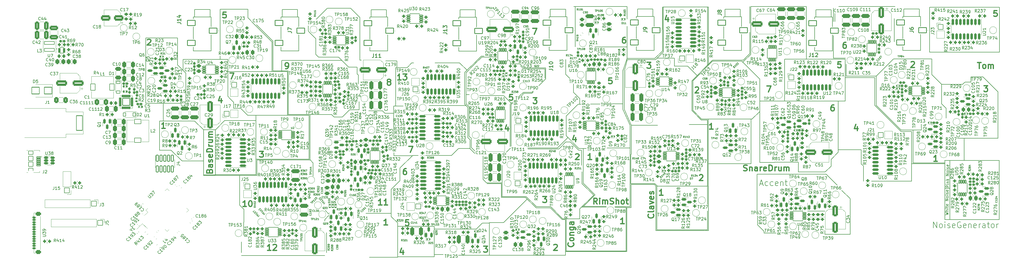
<source format=gto>
G04 #@! TF.GenerationSoftware,KiCad,Pcbnew,(6.0.10)*
G04 #@! TF.CreationDate,2024-12-22T14:36:44+01:00*
G04 #@! TF.ProjectId,3_12_2024_MainBoardMCUwInstruments,335f3132-5f32-4303-9234-5f4d61696e42,rev?*
G04 #@! TF.SameCoordinates,Original*
G04 #@! TF.FileFunction,Legend,Top*
G04 #@! TF.FilePolarity,Positive*
%FSLAX46Y46*%
G04 Gerber Fmt 4.6, Leading zero omitted, Abs format (unit mm)*
G04 Created by KiCad (PCBNEW (6.0.10)) date 2024-12-22 14:36:44*
%MOMM*%
%LPD*%
G01*
G04 APERTURE LIST*
G04 Aperture macros list*
%AMRoundRect*
0 Rectangle with rounded corners*
0 $1 Rounding radius*
0 $2 $3 $4 $5 $6 $7 $8 $9 X,Y pos of 4 corners*
0 Add a 4 corners polygon primitive as box body*
4,1,4,$2,$3,$4,$5,$6,$7,$8,$9,$2,$3,0*
0 Add four circle primitives for the rounded corners*
1,1,$1+$1,$2,$3*
1,1,$1+$1,$4,$5*
1,1,$1+$1,$6,$7*
1,1,$1+$1,$8,$9*
0 Add four rect primitives between the rounded corners*
20,1,$1+$1,$2,$3,$4,$5,0*
20,1,$1+$1,$4,$5,$6,$7,0*
20,1,$1+$1,$6,$7,$8,$9,0*
20,1,$1+$1,$8,$9,$2,$3,0*%
G04 Aperture macros list end*
%ADD10C,0.153000*%
%ADD11C,0.400000*%
%ADD12C,0.150000*%
%ADD13C,0.254000*%
%ADD14C,0.120000*%
%ADD15C,0.152400*%
%ADD16C,0.100000*%
%ADD17C,0.200000*%
%ADD18C,2.200000*%
%ADD19RoundRect,0.100000X-0.355600X-0.114300X0.355600X-0.114300X0.355600X0.114300X-0.355600X0.114300X0*%
%ADD20RoundRect,0.100000X-1.300000X0.900000X-1.300000X-0.900000X1.300000X-0.900000X1.300000X0.900000X0*%
%ADD21C,1.600000*%
%ADD22RoundRect,0.350000X-0.325000X-1.100000X0.325000X-1.100000X0.325000X1.100000X-0.325000X1.100000X0*%
%ADD23RoundRect,0.100000X-0.125000X0.180000X-0.125000X-0.180000X0.125000X-0.180000X0.125000X0.180000X0*%
%ADD24RoundRect,0.350000X-0.262500X-0.450000X0.262500X-0.450000X0.262500X0.450000X-0.262500X0.450000X0*%
%ADD25RoundRect,0.300000X-0.275000X0.200000X-0.275000X-0.200000X0.275000X-0.200000X0.275000X0.200000X0*%
%ADD26RoundRect,0.350000X-0.325000X-0.650000X0.325000X-0.650000X0.325000X0.650000X-0.325000X0.650000X0*%
%ADD27RoundRect,0.100000X-0.180000X-0.125000X0.180000X-0.125000X0.180000X0.125000X-0.180000X0.125000X0*%
%ADD28RoundRect,0.235000X-0.135000X-0.185000X0.135000X-0.185000X0.135000X0.185000X-0.135000X0.185000X0*%
%ADD29RoundRect,0.100000X0.125000X-0.180000X0.125000X0.180000X-0.125000X0.180000X-0.125000X-0.180000X0*%
%ADD30RoundRect,0.325000X-0.250000X0.225000X-0.250000X-0.225000X0.250000X-0.225000X0.250000X0.225000X0*%
%ADD31RoundRect,0.300000X0.275000X-0.200000X0.275000X0.200000X-0.275000X0.200000X-0.275000X-0.200000X0*%
%ADD32RoundRect,0.350000X-0.250000X-0.475000X0.250000X-0.475000X0.250000X0.475000X-0.250000X0.475000X0*%
%ADD33RoundRect,0.300000X-0.200000X-0.275000X0.200000X-0.275000X0.200000X0.275000X-0.200000X0.275000X0*%
%ADD34RoundRect,0.325000X-0.225000X-0.250000X0.225000X-0.250000X0.225000X0.250000X-0.225000X0.250000X0*%
%ADD35RoundRect,0.255000X0.212500X0.155000X-0.212500X0.155000X-0.212500X-0.155000X0.212500X-0.155000X0*%
%ADD36RoundRect,0.255000X0.155000X-0.212500X0.155000X0.212500X-0.155000X0.212500X-0.155000X-0.212500X0*%
%ADD37RoundRect,0.350000X1.100000X-0.325000X1.100000X0.325000X-1.100000X0.325000X-1.100000X-0.325000X0*%
%ADD38RoundRect,0.250000X0.587500X0.150000X-0.587500X0.150000X-0.587500X-0.150000X0.587500X-0.150000X0*%
%ADD39RoundRect,0.255000X-0.155000X0.212500X-0.155000X-0.212500X0.155000X-0.212500X0.155000X0.212500X0*%
%ADD40RoundRect,0.255000X-0.212500X-0.155000X0.212500X-0.155000X0.212500X0.155000X-0.212500X0.155000X0*%
%ADD41RoundRect,0.300000X0.200000X0.275000X-0.200000X0.275000X-0.200000X-0.275000X0.200000X-0.275000X0*%
%ADD42RoundRect,0.325000X0.250000X-0.225000X0.250000X0.225000X-0.250000X0.225000X-0.250000X-0.225000X0*%
%ADD43RoundRect,0.350000X1.100000X-0.412500X1.100000X0.412500X-1.100000X0.412500X-1.100000X-0.412500X0*%
%ADD44RoundRect,0.250000X-0.825000X-0.150000X0.825000X-0.150000X0.825000X0.150000X-0.825000X0.150000X0*%
%ADD45RoundRect,0.250000X0.825000X0.150000X-0.825000X0.150000X-0.825000X-0.150000X0.825000X-0.150000X0*%
%ADD46RoundRect,0.100000X-0.550000X-0.200000X0.550000X-0.200000X0.550000X0.200000X-0.550000X0.200000X0*%
%ADD47RoundRect,0.350000X-0.550000X1.500000X-0.550000X-1.500000X0.550000X-1.500000X0.550000X1.500000X0*%
%ADD48RoundRect,0.100000X0.180000X0.125000X-0.180000X0.125000X-0.180000X-0.125000X0.180000X-0.125000X0*%
%ADD49RoundRect,0.100000X0.850000X0.850000X-0.850000X0.850000X-0.850000X-0.850000X0.850000X-0.850000X0*%
%ADD50O,1.900000X1.900000*%
%ADD51RoundRect,0.255000X0.259862X-0.040659X-0.040659X0.259862X-0.259862X0.040659X0.040659X-0.259862X0*%
%ADD52RoundRect,0.250000X-0.150000X0.587500X-0.150000X-0.587500X0.150000X-0.587500X0.150000X0.587500X0*%
%ADD53RoundRect,0.350000X-0.475000X0.250000X-0.475000X-0.250000X0.475000X-0.250000X0.475000X0.250000X0*%
%ADD54RoundRect,0.300000X-0.335876X-0.053033X-0.053033X-0.335876X0.335876X0.053033X0.053033X0.335876X0*%
%ADD55RoundRect,0.350000X0.262500X0.450000X-0.262500X0.450000X-0.262500X-0.450000X0.262500X-0.450000X0*%
%ADD56RoundRect,0.100000X0.200000X-0.550000X0.200000X0.550000X-0.200000X0.550000X-0.200000X-0.550000X0*%
%ADD57RoundRect,0.225000X-0.425000X0.125000X-0.425000X-0.125000X0.425000X-0.125000X0.425000X0.125000X0*%
%ADD58RoundRect,0.350000X-0.600000X0.350000X-0.600000X-0.350000X0.600000X-0.350000X0.600000X0.350000X0*%
%ADD59RoundRect,0.350000X1.500000X0.550000X-1.500000X0.550000X-1.500000X-0.550000X1.500000X-0.550000X0*%
%ADD60RoundRect,0.350000X0.325000X0.650000X-0.325000X0.650000X-0.325000X-0.650000X0.325000X-0.650000X0*%
%ADD61RoundRect,0.250000X-0.587500X-0.150000X0.587500X-0.150000X0.587500X0.150000X-0.587500X0.150000X0*%
%ADD62RoundRect,0.250000X-0.150000X0.825000X-0.150000X-0.825000X0.150000X-0.825000X0.150000X0.825000X0*%
%ADD63RoundRect,0.350000X0.412500X1.100000X-0.412500X1.100000X-0.412500X-1.100000X0.412500X-1.100000X0*%
%ADD64RoundRect,0.250000X0.150000X-0.587500X0.150000X0.587500X-0.150000X0.587500X-0.150000X-0.587500X0*%
%ADD65RoundRect,0.350000X0.250000X0.475000X-0.250000X0.475000X-0.250000X-0.475000X0.250000X-0.475000X0*%
%ADD66RoundRect,0.100000X-0.850000X-0.850000X0.850000X-0.850000X0.850000X0.850000X-0.850000X0.850000X0*%
%ADD67RoundRect,0.100000X-0.200000X0.550000X-0.200000X-0.550000X0.200000X-0.550000X0.200000X0.550000X0*%
%ADD68RoundRect,0.325000X-0.017678X0.335876X-0.335876X0.017678X0.017678X-0.335876X0.335876X-0.017678X0*%
%ADD69RoundRect,0.350000X0.325000X1.100000X-0.325000X1.100000X-0.325000X-1.100000X0.325000X-1.100000X0*%
%ADD70RoundRect,0.350000X-0.337500X-0.475000X0.337500X-0.475000X0.337500X0.475000X-0.337500X0.475000X0*%
%ADD71RoundRect,0.350000X-1.100000X0.325000X-1.100000X-0.325000X1.100000X-0.325000X1.100000X0.325000X0*%
%ADD72RoundRect,0.100000X-0.600000X0.450000X-0.600000X-0.450000X0.600000X-0.450000X0.600000X0.450000X0*%
%ADD73RoundRect,0.100000X-0.850000X0.850000X-0.850000X-0.850000X0.850000X-0.850000X0.850000X0.850000X0*%
%ADD74RoundRect,0.100000X0.850000X-0.850000X0.850000X0.850000X-0.850000X0.850000X-0.850000X-0.850000X0*%
%ADD75RoundRect,0.350000X-0.412500X-0.650000X0.412500X-0.650000X0.412500X0.650000X-0.412500X0.650000X0*%
%ADD76RoundRect,0.250000X-0.512500X-0.150000X0.512500X-0.150000X0.512500X0.150000X-0.512500X0.150000X0*%
%ADD77RoundRect,0.100000X-0.750000X-1.100000X0.750000X-1.100000X0.750000X1.100000X-0.750000X1.100000X0*%
%ADD78RoundRect,0.255000X-0.259862X0.040659X0.040659X-0.259862X0.259862X-0.040659X-0.040659X0.259862X0*%
%ADD79RoundRect,0.100000X-1.100000X0.750000X-1.100000X-0.750000X1.100000X-0.750000X1.100000X0.750000X0*%
%ADD80RoundRect,0.235000X0.135000X0.185000X-0.135000X0.185000X-0.135000X-0.185000X0.135000X-0.185000X0*%
%ADD81RoundRect,0.100000X1.700000X-0.490000X1.700000X0.490000X-1.700000X0.490000X-1.700000X-0.490000X0*%
%ADD82RoundRect,0.350000X0.475000X-0.250000X0.475000X0.250000X-0.475000X0.250000X-0.475000X-0.250000X0*%
%ADD83RoundRect,0.255000X-0.040659X-0.259862X0.259862X0.040659X0.040659X0.259862X-0.259862X-0.040659X0*%
%ADD84RoundRect,0.100000X0.550000X0.200000X-0.550000X0.200000X-0.550000X-0.200000X0.550000X-0.200000X0*%
%ADD85RoundRect,0.325000X0.225000X0.250000X-0.225000X0.250000X-0.225000X-0.250000X0.225000X-0.250000X0*%
%ADD86RoundRect,0.350000X0.550000X-1.500000X0.550000X1.500000X-0.550000X1.500000X-0.550000X-1.500000X0*%
%ADD87RoundRect,0.350000X-0.650000X0.325000X-0.650000X-0.325000X0.650000X-0.325000X0.650000X0.325000X0*%
%ADD88RoundRect,0.235000X-0.185000X0.135000X-0.185000X-0.135000X0.185000X-0.135000X0.185000X0.135000X0*%
%ADD89RoundRect,0.325000X-0.335876X-0.017678X-0.017678X-0.335876X0.335876X0.017678X0.017678X0.335876X0*%
%ADD90RoundRect,0.255000X0.040659X0.259862X-0.259862X-0.040659X-0.040659X-0.259862X0.259862X0.040659X0*%
%ADD91RoundRect,0.350000X-1.500000X-0.550000X1.500000X-0.550000X1.500000X0.550000X-1.500000X0.550000X0*%
%ADD92RoundRect,0.100000X0.375000X-1.050000X0.375000X1.050000X-0.375000X1.050000X-0.375000X-1.050000X0*%
%ADD93RoundRect,0.350000X-0.450000X0.262500X-0.450000X-0.262500X0.450000X-0.262500X0.450000X0.262500X0*%
%ADD94RoundRect,0.250000X0.150000X-0.825000X0.150000X0.825000X-0.150000X0.825000X-0.150000X-0.825000X0*%
%ADD95RoundRect,0.100000X0.450000X0.600000X-0.450000X0.600000X-0.450000X-0.600000X0.450000X-0.600000X0*%
%ADD96RoundRect,0.350000X0.450000X-0.262500X0.450000X0.262500X-0.450000X0.262500X-0.450000X-0.262500X0*%
%ADD97RoundRect,0.350000X-0.159099X0.512652X-0.512652X0.159099X0.159099X-0.512652X0.512652X-0.159099X0*%
%ADD98RoundRect,0.100000X1.250000X1.150000X-1.250000X1.150000X-1.250000X-1.150000X1.250000X-1.150000X0*%
%ADD99RoundRect,0.350000X0.337500X0.475000X-0.337500X0.475000X-0.337500X-0.475000X0.337500X-0.475000X0*%
%ADD100RoundRect,0.300000X0.053033X-0.335876X0.335876X-0.053033X-0.053033X0.335876X-0.335876X0.053033X0*%
%ADD101RoundRect,0.100000X-0.675000X0.200000X-0.675000X-0.200000X0.675000X-0.200000X0.675000X0.200000X0*%
%ADD102O,1.750000X1.090000*%
%ADD103RoundRect,0.100000X-0.775000X0.750000X-0.775000X-0.750000X0.775000X-0.750000X0.775000X0.750000X0*%
%ADD104O,1.150000X1.450000*%
%ADD105RoundRect,0.100000X-0.775000X0.600000X-0.775000X-0.600000X0.775000X-0.600000X0.775000X0.600000X0*%
%ADD106RoundRect,0.247500X0.017678X-0.226274X0.226274X-0.017678X-0.017678X0.226274X-0.226274X0.017678X0*%
%ADD107RoundRect,0.100000X-1.010000X-2.510000X1.010000X-2.510000X1.010000X2.510000X-1.010000X2.510000X0*%
%ADD108O,2.220000X5.220000*%
%ADD109RoundRect,0.350000X1.250000X0.550000X-1.250000X0.550000X-1.250000X-0.550000X1.250000X-0.550000X0*%
%ADD110RoundRect,0.325000X0.017678X-0.335876X0.335876X-0.017678X-0.017678X0.335876X-0.335876X0.017678X0*%
%ADD111RoundRect,0.162500X-0.325000X-0.062500X0.325000X-0.062500X0.325000X0.062500X-0.325000X0.062500X0*%
%ADD112RoundRect,0.162500X-0.062500X-0.325000X0.062500X-0.325000X0.062500X0.325000X-0.062500X0.325000X0*%
%ADD113RoundRect,0.100000X-1.225000X-1.225000X1.225000X-1.225000X1.225000X1.225000X-1.225000X1.225000X0*%
%ADD114RoundRect,0.175000X-0.441942X-0.548008X0.548008X0.441942X0.441942X0.548008X-0.548008X-0.441942X0*%
%ADD115RoundRect,0.175000X0.441942X-0.548008X0.548008X-0.441942X-0.441942X0.548008X-0.548008X0.441942X0*%
%ADD116RoundRect,0.100000X0.035355X0.601041X-0.601041X-0.035355X-0.035355X-0.601041X0.601041X0.035355X0*%
G04 APERTURE END LIST*
D10*
X250400000Y-145792500D02*
X259500000Y-145792500D01*
X239050000Y-191750000D02*
X235100000Y-187850000D01*
X159750000Y-160050000D02*
X159750000Y-162450000D01*
X201650000Y-186450000D02*
X201650000Y-178400000D01*
X196900000Y-161800000D02*
X195850000Y-160750000D01*
X308225000Y-180625000D02*
X308225000Y-183925000D01*
X346456000Y-181102000D02*
X357632000Y-181102000D01*
X291800000Y-143800000D02*
X289600000Y-146000000D01*
X163150000Y-212875000D02*
X172725000Y-212875000D01*
X208575000Y-201100000D02*
X216550000Y-193125000D01*
X107100000Y-184925000D02*
X111100000Y-184925000D01*
X317230000Y-205025000D02*
X325730000Y-205025000D01*
X364490000Y-153416000D02*
X366522000Y-153416000D01*
X215450000Y-157225000D02*
X218150000Y-157225000D01*
X93550000Y-160600000D02*
X93550000Y-166600000D01*
X324104000Y-145288000D02*
X320040000Y-145288000D01*
X130287500Y-145662500D02*
X130287500Y-145562500D01*
X275472500Y-165942500D02*
X272542500Y-163012500D01*
X277800000Y-127957500D02*
X277400000Y-127957500D01*
X112700000Y-145100000D02*
X112700000Y-144500000D01*
X277827500Y-188697500D02*
X277827500Y-203787500D01*
X364236000Y-172466000D02*
X364236000Y-179832000D01*
X292238750Y-166225000D02*
X292238750Y-166000000D01*
X115350000Y-149312500D02*
X115350000Y-149900000D01*
X232750000Y-127775000D02*
X232750000Y-141375000D01*
X251300000Y-188170000D02*
X251300000Y-168100000D01*
X96150000Y-176500000D02*
X92250000Y-176500000D01*
X146040000Y-144940000D02*
X152740000Y-144940000D01*
X222800000Y-148875000D02*
X222800000Y-148600000D01*
X206349600Y-144907000D02*
X201180000Y-144912500D01*
X112687500Y-142512500D02*
X112687500Y-142712500D01*
X195400000Y-160900000D02*
X196500000Y-162000000D01*
X262600000Y-143192500D02*
X262545000Y-127957500D01*
X177800000Y-178275000D02*
X179725000Y-178275000D01*
X292602500Y-165942500D02*
X275472500Y-165942500D01*
X251710000Y-176080000D02*
X251710000Y-177870000D01*
X277500000Y-203500000D02*
X260400000Y-203500000D01*
X317230000Y-203675000D02*
X317230000Y-205025000D01*
X277500000Y-188400000D02*
X277500000Y-194900000D01*
X114275000Y-166475000D02*
X114325000Y-166475000D01*
X303552500Y-159867500D02*
X295148000Y-159867500D01*
X99325000Y-160600000D02*
X99325000Y-160125000D01*
X159020000Y-150660000D02*
X159450000Y-151090000D01*
X239050000Y-191750000D02*
X234350000Y-196450000D01*
X130287500Y-149312500D02*
X130287500Y-149900000D01*
X143120000Y-179780000D02*
X144150000Y-180810000D01*
X159970000Y-145950000D02*
X160440000Y-145950000D01*
X262545000Y-127957500D02*
X277495000Y-127957500D01*
X232200000Y-156900000D02*
X234275000Y-158975000D01*
X295150000Y-180650000D02*
X295177500Y-159500000D01*
X122025000Y-164675000D02*
X119650000Y-162300000D01*
X259500000Y-145792500D02*
X260000000Y-145792500D01*
X135725000Y-164425000D02*
X135725000Y-149650000D01*
X260027500Y-188697500D02*
X259500000Y-188170000D01*
X277772500Y-168030000D02*
X277772500Y-166225000D01*
X357691000Y-179972000D02*
X376071000Y-179972000D01*
X197650000Y-175600000D02*
X197650000Y-172500000D01*
X342900000Y-169672000D02*
X349758000Y-169672000D01*
X159760000Y-162780000D02*
X159760000Y-162500000D01*
X279200000Y-146000000D02*
X278200000Y-147000000D01*
X208100000Y-192250000D02*
X208100000Y-181600000D01*
X320040000Y-145288000D02*
X320040000Y-144526000D01*
X202000000Y-144600000D02*
X201000000Y-144600000D01*
X201400000Y-201225000D02*
X203775000Y-201225000D01*
X170575000Y-199050000D02*
X170575000Y-189800000D01*
X98350000Y-147600000D02*
X101150000Y-150400000D01*
X259500000Y-188170000D02*
X251650000Y-188150000D01*
X193710000Y-146860000D02*
X196190000Y-149340000D01*
X216200000Y-192250000D02*
X208100000Y-192250000D01*
X294230000Y-195475000D02*
X294230000Y-196725000D01*
X334518000Y-161290000D02*
X342900000Y-169672000D01*
X325730000Y-192975000D02*
X322880000Y-190125000D01*
X250350000Y-127775000D02*
X232275000Y-127775000D01*
X279192500Y-146342500D02*
X289052000Y-146342500D01*
X216725000Y-175775000D02*
X226800000Y-175775000D01*
X100200000Y-149000000D02*
X100200000Y-149200000D01*
X99325000Y-160600000D02*
X87550000Y-160600000D01*
X334010000Y-151892000D02*
X334010000Y-161290000D01*
X195850000Y-153750000D02*
X195850000Y-150300000D01*
X289700000Y-146400000D02*
X289400000Y-146700000D01*
X101150000Y-151500000D02*
X101150000Y-160125000D01*
X311380000Y-197225000D02*
X317230000Y-197225000D01*
X228400000Y-200100000D02*
X229500000Y-200100000D01*
X270800000Y-148000000D02*
X266300000Y-148000000D01*
X214375000Y-158300000D02*
X215450000Y-157225000D01*
X100200000Y-149200000D02*
X100200000Y-149450000D01*
X171380000Y-161530000D02*
X174640000Y-161530000D01*
X142825000Y-164675000D02*
X142825000Y-165100000D01*
X93550000Y-166600000D02*
X104075000Y-166600000D01*
X321700000Y-177250000D02*
X319325000Y-179625000D01*
X234350000Y-199800000D02*
X228550000Y-199800000D01*
X135475000Y-164675000D02*
X122675000Y-164675000D01*
X233750000Y-160925000D02*
X234725000Y-160925000D01*
X159970000Y-141220000D02*
X159970000Y-145950000D01*
X249950000Y-195700000D02*
X246150000Y-195700000D01*
X211075000Y-161100000D02*
X211800000Y-160375000D01*
X370586000Y-151638000D02*
X375666000Y-156718000D01*
X203775000Y-212200000D02*
X203775000Y-201100000D01*
X172080000Y-161530000D02*
X172080000Y-148470000D01*
X149352000Y-198729600D02*
X148150000Y-200075000D01*
X198850000Y-176800000D02*
X197650000Y-175600000D01*
X357737000Y-200078000D02*
X357737000Y-198278000D01*
X111100000Y-184850000D02*
X111100000Y-169650000D01*
X250300000Y-145400000D02*
X259700000Y-145400000D01*
X195850000Y-160750000D02*
X195850000Y-153750000D01*
X104075000Y-166600000D02*
X107100000Y-169625000D01*
X229500000Y-210950000D02*
X250250000Y-210950000D01*
X294430000Y-198675000D02*
X294430000Y-201825000D01*
X143150000Y-179800000D02*
X125175000Y-179800000D01*
X251722500Y-168030000D02*
X249392500Y-162675000D01*
X185360000Y-146860000D02*
X193710000Y-146860000D01*
X342900000Y-145542000D02*
X341376000Y-145542000D01*
X172725000Y-201200000D02*
X170575000Y-199050000D01*
X291800000Y-136500000D02*
X291800000Y-143800000D01*
X173500000Y-186875000D02*
X173500000Y-182575000D01*
X171380000Y-162890000D02*
X171380000Y-161530000D01*
X232225000Y-154050000D02*
X232225000Y-156875000D01*
X115325000Y-158225000D02*
X115325000Y-149900000D01*
X260000000Y-145792500D02*
X262600000Y-143192500D01*
X249392500Y-149575000D02*
X250400000Y-145792500D01*
X172510000Y-146200000D02*
X172510000Y-148390000D01*
X171520000Y-178360000D02*
X177740000Y-178360000D01*
X250250000Y-210950000D02*
X250250000Y-196050000D01*
X229500000Y-210950000D02*
X229500000Y-212200000D01*
X202850000Y-187650000D02*
X201650000Y-186450000D01*
X330200000Y-187000000D02*
X330200000Y-181900000D01*
X294230000Y-196725000D02*
X294230000Y-197025000D01*
X232150000Y-162525000D02*
X233750000Y-160925000D01*
X130575000Y-139525000D02*
X125000000Y-133950000D01*
X277500000Y-168030000D02*
X277500000Y-181200000D01*
X317325000Y-183925000D02*
X308225000Y-183925000D01*
X99850000Y-180200000D02*
X96150000Y-176500000D01*
X195850000Y-150300000D02*
X198450000Y-147700000D01*
X234275000Y-158975000D02*
X234275000Y-160950000D01*
X199350000Y-203275000D02*
X201400000Y-201225000D01*
X234900000Y-176500000D02*
X233950000Y-176500000D01*
X310900000Y-145600000D02*
X310900000Y-127800000D01*
X159020000Y-148370000D02*
X159020000Y-150660000D01*
X143150000Y-179600000D02*
X143150000Y-164425000D01*
X100200000Y-145725000D02*
X100200000Y-149000000D01*
X143140000Y-164440000D02*
X150440000Y-164440000D01*
X172925000Y-187450000D02*
X173500000Y-186875000D01*
X101150000Y-150400000D02*
X101150000Y-151500000D01*
X251300000Y-188170000D02*
X251300000Y-192300000D01*
X277500000Y-197100000D02*
X277500000Y-203500000D01*
X224450000Y-195700000D02*
X219650000Y-195700000D01*
X103450000Y-180200000D02*
X99850000Y-180200000D01*
X193325000Y-175900000D02*
X197250000Y-175900000D01*
X251650000Y-188150000D02*
X251650000Y-192600000D01*
X239200000Y-191950000D02*
X235600000Y-195550000D01*
X334518000Y-151384000D02*
X334518000Y-161290000D01*
X218080000Y-148612500D02*
X215480000Y-148612500D01*
X150440000Y-164440000D02*
X151250000Y-165250000D01*
X227250000Y-176100000D02*
X216800000Y-176100000D01*
X229725000Y-171650000D02*
X229725000Y-164975000D01*
X330200000Y-181900000D02*
X329500000Y-181200000D01*
X235500000Y-187675000D02*
X235500000Y-175900000D01*
X182125000Y-178350000D02*
X190900000Y-178350000D01*
X277800000Y-127957500D02*
X277800000Y-147700000D01*
X303672500Y-145597500D02*
X303592500Y-145597500D01*
X122675000Y-164675000D02*
X122025000Y-164675000D01*
X376174000Y-143256000D02*
X376174000Y-128016000D01*
X170575000Y-197925000D02*
X161975000Y-197925000D01*
X303592500Y-145597500D02*
X324042500Y-145597500D01*
X329500000Y-176400000D02*
X321700000Y-176400000D01*
X168720000Y-146200000D02*
X172510000Y-146200000D01*
X99325000Y-160125000D02*
X101150000Y-160125000D01*
X308330000Y-203725000D02*
X308330000Y-202425000D01*
X156170000Y-148370000D02*
X159020000Y-148370000D01*
X356616000Y-154178000D02*
X356616000Y-160782000D01*
X213925000Y-158150000D02*
X215225000Y-156850000D01*
X215480000Y-148612500D02*
X214080000Y-147212500D01*
X124875000Y-184850000D02*
X111100000Y-184850000D01*
X172725000Y-212875000D02*
X172725000Y-212600000D01*
X277772500Y-188330000D02*
X277772500Y-188730000D01*
X304730000Y-184675000D02*
X294330000Y-184675000D01*
X133530000Y-149660000D02*
X133530000Y-146020000D01*
X203775000Y-201100000D02*
X208575000Y-201100000D01*
X119912000Y-212242400D02*
X148082000Y-212242400D01*
X294430000Y-201825000D02*
X296630000Y-204025000D01*
X260400000Y-203500000D02*
X260400000Y-188600000D01*
X266300000Y-148000000D02*
X266300000Y-145300000D01*
X107100000Y-180200000D02*
X107100000Y-184925000D01*
X177540000Y-146930000D02*
X178210000Y-146930000D01*
X320040000Y-128270000D02*
X320040000Y-132842000D01*
X145090000Y-143990000D02*
X146040000Y-144940000D01*
X366522000Y-151638000D02*
X370586000Y-151638000D01*
X246250000Y-195950000D02*
X249850000Y-195950000D01*
X88850000Y-138400000D02*
X87550000Y-138400000D01*
X130287500Y-149312500D02*
X130287500Y-145662500D01*
X152740000Y-144940000D02*
X156170000Y-148370000D01*
X219550000Y-196100000D02*
X224400000Y-196100000D01*
X250300000Y-141500000D02*
X239400000Y-141500000D01*
X231200000Y-173750000D02*
X229600000Y-173750000D01*
X346964000Y-180848000D02*
X357632000Y-180848000D01*
X197250000Y-176050000D02*
X198800000Y-177600000D01*
X130575000Y-149650000D02*
X130575000Y-139525000D01*
X294230000Y-184675000D02*
X294330000Y-184675000D01*
X262300000Y-142800000D02*
X262300000Y-128000000D01*
X277495000Y-127957500D02*
X277495000Y-128047500D01*
X249950000Y-195700000D02*
X251350000Y-195700000D01*
X260587500Y-188720000D02*
X259737500Y-187870000D01*
X112687500Y-128762500D02*
X112687500Y-128712500D01*
X250300000Y-141475000D02*
X250300000Y-134475000D01*
X359467000Y-189513000D02*
X359467000Y-179972000D01*
X358140000Y-162306000D02*
X358140000Y-165608000D01*
X125225000Y-179550000D02*
X124900000Y-179550000D01*
X185100000Y-203275000D02*
X199350000Y-203275000D01*
X357767000Y-189513000D02*
X359467000Y-189513000D01*
X251622500Y-187880000D02*
X258572500Y-187880000D01*
X210800000Y-175250000D02*
X210800000Y-160975000D01*
X237925000Y-160850000D02*
X241175000Y-160850000D01*
X124875000Y-166475000D02*
X124875000Y-184850000D01*
X324042500Y-159867500D02*
X303552500Y-159867500D01*
X259700000Y-145400000D02*
X262300000Y-142800000D01*
X218150000Y-156850000D02*
X218650000Y-156350000D01*
X135475000Y-149900000D02*
X135475000Y-164675000D01*
X200450000Y-157950000D02*
X208500000Y-157950000D01*
X248900000Y-162675000D02*
X248900000Y-149575000D01*
X87550000Y-160600000D02*
X87550000Y-138400000D01*
X197650000Y-172500000D02*
X196900000Y-171750000D01*
X207850000Y-187900000D02*
X207850000Y-192500000D01*
X229750000Y-199825000D02*
X229750000Y-210700000D01*
X250300000Y-145400000D02*
X250300000Y-141500000D01*
X356616000Y-154178000D02*
X363728000Y-154178000D01*
X145090000Y-138700000D02*
X145090000Y-143990000D01*
X302525000Y-180625000D02*
X308225000Y-180625000D01*
X296630000Y-204675000D02*
X300730000Y-204675000D01*
X356616000Y-160782000D02*
X358140000Y-162306000D01*
X259737500Y-187870000D02*
X258577500Y-187870000D01*
X292100000Y-127800000D02*
X292100000Y-144000000D01*
X359467000Y-189513000D02*
X359467000Y-200013000D01*
X203000000Y-187900000D02*
X207850000Y-187900000D01*
X117325000Y-162300000D02*
X117325000Y-160300000D01*
X148930000Y-128400000D02*
X156870000Y-128400000D01*
X198450000Y-147700000D02*
X201237500Y-144912500D01*
X229600000Y-173750000D02*
X227250000Y-176100000D01*
X249392500Y-162675000D02*
X249392500Y-149575000D01*
X376117000Y-179878000D02*
X376117000Y-200078000D01*
X92250000Y-176500000D02*
X92250000Y-166600000D01*
X124487500Y-134012500D02*
X130200000Y-139725000D01*
X289600000Y-146000000D02*
X279200000Y-146000000D01*
X376117000Y-200078000D02*
X357737000Y-200078000D01*
X222800000Y-152300000D02*
X222800000Y-148875000D01*
X125175000Y-185100000D02*
X107050000Y-185100000D01*
X303552500Y-159867500D02*
X303552500Y-145597500D01*
X245200000Y-160775000D02*
X248900000Y-160775000D01*
X196500000Y-162000000D02*
X196500000Y-172250000D01*
X229575000Y-150825000D02*
X231000000Y-152250000D01*
X222525000Y-152075000D02*
X222525000Y-148900000D01*
X185100000Y-212675000D02*
X172725000Y-212675000D01*
X145080000Y-138670000D02*
X142780000Y-136370000D01*
X142825000Y-179550000D02*
X142825000Y-165050000D01*
X274000000Y-151200000D02*
X270800000Y-148000000D01*
X210900000Y-175800000D02*
X209500000Y-177200000D01*
X302530000Y-204575000D02*
X303330000Y-204575000D01*
X234350000Y-196450000D02*
X234350000Y-199800000D01*
X277500000Y-181200000D02*
X277500000Y-188400000D01*
X190950000Y-178275000D02*
X193325000Y-175900000D01*
X272542500Y-152992500D02*
X279192500Y-146342500D01*
X235000000Y-195850000D02*
X243300000Y-195850000D01*
X207850000Y-192500000D02*
X215950000Y-192500000D01*
X292100000Y-144000000D02*
X289700000Y-146400000D01*
X346456000Y-187000000D02*
X332943200Y-187071000D01*
X317630000Y-184675000D02*
X304730000Y-184675000D01*
X168440000Y-163980000D02*
X171380000Y-163980000D01*
X197250000Y-173000000D02*
X197250000Y-176050000D01*
X211075000Y-175200000D02*
X211075000Y-161100000D01*
X116100000Y-159075000D02*
X117325000Y-160300000D01*
X119650000Y-162300000D02*
X117325000Y-162300000D01*
X125175000Y-179800000D02*
X125175000Y-185100000D01*
X325730000Y-205025000D02*
X325730000Y-192975000D01*
X229575000Y-150150000D02*
X229575000Y-150825000D01*
X185100000Y-211950000D02*
X185100000Y-203275000D01*
X176000000Y-148470000D02*
X177540000Y-146930000D01*
X215300000Y-148900000D02*
X214350000Y-147950000D01*
X324042500Y-145597500D02*
X324042500Y-159457500D01*
X272200000Y-163100000D02*
X275400000Y-166300000D01*
X130200000Y-139725000D02*
X130325000Y-139850000D01*
X251650000Y-196000000D02*
X249850000Y-196000000D01*
X185100000Y-212675000D02*
X185100000Y-211950000D01*
X353314000Y-150876000D02*
X353314000Y-145542000D01*
X329500000Y-181200000D02*
X329500000Y-176400000D01*
X352552000Y-128524000D02*
X352552000Y-143256000D01*
X171520000Y-177310000D02*
X171520000Y-178360000D01*
X142825000Y-164675000D02*
X125225000Y-164675000D01*
X292602500Y-165942500D02*
X295148000Y-163397000D01*
X222525000Y-148900000D02*
X215300000Y-148900000D01*
X133530000Y-146020000D02*
X153740000Y-146020000D01*
X295148000Y-159258000D02*
X295148000Y-159512000D01*
X112687500Y-128762500D02*
X112687500Y-142512500D01*
X352552000Y-128016000D02*
X352552000Y-128524000D01*
X170575000Y-189800000D02*
X172925000Y-187450000D01*
X148728400Y-204514000D02*
X148705600Y-211233200D01*
X304980000Y-204475000D02*
X305280000Y-204475000D01*
X232550000Y-175100000D02*
X231200000Y-173750000D01*
X156870000Y-128400000D02*
X159970000Y-131500000D01*
X222800000Y-148600000D02*
X218150000Y-148600000D01*
X149352000Y-198120000D02*
X148285200Y-196951600D01*
X346456000Y-181102000D02*
X346456000Y-187000000D01*
X376174000Y-128016000D02*
X352552000Y-128016000D01*
X324104000Y-151892000D02*
X334010000Y-151892000D01*
X142490000Y-136080000D02*
X142490000Y-134280000D01*
X251300000Y-168100000D02*
X248900000Y-162675000D01*
X196500000Y-172250000D02*
X197250000Y-173000000D01*
X296630000Y-204025000D02*
X296630000Y-204675000D01*
X151250000Y-165250000D02*
X154060000Y-165250000D01*
X100200000Y-145725000D02*
X115350000Y-145725000D01*
X356616000Y-154178000D02*
X353314000Y-150876000D01*
X353314000Y-145542000D02*
X342900000Y-145542000D01*
X228550000Y-199800000D02*
X224450000Y-195700000D01*
X275450000Y-166300000D02*
X277500000Y-166300000D01*
X334518000Y-151384000D02*
X324358000Y-151384000D01*
X112700000Y-145100000D02*
X112700000Y-145725000D01*
X266300000Y-145300000D02*
X260500000Y-145300000D01*
X154060000Y-165250000D02*
X156530000Y-162780000D01*
X239200000Y-191950000D02*
X239500000Y-191650000D01*
X229575000Y-145725000D02*
X229575000Y-150150000D01*
X320050000Y-137550000D02*
X320040000Y-144526000D01*
X145250000Y-132080000D02*
X148930000Y-128400000D01*
X219650000Y-195700000D02*
X216200000Y-192250000D01*
X226800000Y-175775000D02*
X230350000Y-172225000D01*
X210880000Y-146512500D02*
X210261200Y-145872200D01*
X172725000Y-202950000D02*
X172725000Y-201200000D01*
X162960000Y-163130000D02*
X167590000Y-163130000D01*
X357737000Y-198278000D02*
X357737000Y-180078000D01*
X249950000Y-210700000D02*
X249950000Y-196000000D01*
X135725000Y-149650000D02*
X130575000Y-149650000D01*
X234900000Y-181600000D02*
X234900000Y-176500000D01*
X124875000Y-166475000D02*
X124875000Y-164675000D01*
X167590000Y-163130000D02*
X168440000Y-163980000D01*
X294230000Y-195175000D02*
X294230000Y-195475000D01*
X319325000Y-179625000D02*
X319325000Y-181925000D01*
X111100000Y-169650000D02*
X114275000Y-166475000D01*
X214080000Y-147212500D02*
X210880000Y-147212500D01*
X243550000Y-175800000D02*
X251275000Y-175800000D01*
X349758000Y-169672000D02*
X349758000Y-167640000D01*
X277832500Y-203797500D02*
X276522500Y-203797500D01*
X251622500Y-177880000D02*
X251622500Y-187880000D01*
X272200000Y-153000000D02*
X272200000Y-163100000D01*
X172080000Y-148470000D02*
X176000000Y-148470000D01*
X229725000Y-164975000D02*
X232150000Y-162550000D01*
X183360000Y-161390000D02*
X195790000Y-161390000D01*
X195900000Y-157650000D02*
X197000000Y-157650000D01*
X148150000Y-200075000D02*
X148132800Y-200609200D01*
X324042500Y-159457500D02*
X324042500Y-159867500D01*
X346456000Y-170180000D02*
X346456000Y-181102000D01*
X235500000Y-175900000D02*
X236500000Y-175900000D01*
X119940000Y-207610000D02*
X119940000Y-211240000D01*
X292238750Y-166225000D02*
X292238750Y-181135000D01*
X115350000Y-149312500D02*
X115350000Y-145725000D01*
X142780000Y-136370000D02*
X142490000Y-136080000D01*
X143150000Y-164425000D02*
X135725000Y-164425000D01*
X271348200Y-167792400D02*
X277469600Y-167792400D01*
X193575000Y-212200000D02*
X193350000Y-212200000D01*
X124487500Y-134012500D02*
X122087500Y-131612500D01*
X291800000Y-127800000D02*
X291800000Y-133400000D01*
X210800000Y-160975000D02*
X211450000Y-160325000D01*
X243300000Y-195550000D02*
X235300000Y-195550000D01*
X159450000Y-151090000D02*
X159450000Y-154020000D01*
X159970000Y-131500000D02*
X159970000Y-141220000D01*
X278200000Y-147000000D02*
X272200000Y-153000000D01*
X208050000Y-187650000D02*
X202850000Y-187650000D01*
X289052000Y-146342500D02*
X295148000Y-152400000D01*
X185105100Y-202387200D02*
X185100000Y-203375000D01*
X88850000Y-138400000D02*
X98350000Y-138400000D01*
X224400000Y-196100000D02*
X228400000Y-200100000D01*
X172730100Y-202387200D02*
X185105100Y-202387200D01*
X173500000Y-182575000D02*
X177800000Y-178275000D01*
X203775000Y-212200000D02*
X193575000Y-212200000D01*
X276507500Y-203797500D02*
X260027500Y-203797500D01*
X233300000Y-210700000D02*
X229750000Y-210700000D01*
X375666000Y-172466000D02*
X361950000Y-172466000D01*
X324358000Y-151384000D02*
X324358000Y-147320000D01*
X260027500Y-203797500D02*
X260027500Y-188697500D01*
X114325000Y-166475000D02*
X124875000Y-166475000D01*
X341376000Y-145542000D02*
X340360000Y-145542000D01*
X208550000Y-157950000D02*
X211150000Y-160550000D01*
X233975000Y-175900000D02*
X229725000Y-171650000D01*
X98350000Y-138400000D02*
X98350000Y-147600000D01*
X272542500Y-163012500D02*
X272542500Y-152992500D01*
X125225000Y-179550000D02*
X142825000Y-179550000D01*
X277500000Y-166300000D02*
X277500000Y-167600000D01*
X321700000Y-159900000D02*
X321700000Y-176125000D01*
X340614000Y-131826000D02*
X340614000Y-139700000D01*
X248900000Y-149575000D02*
X250300000Y-145400000D01*
X235100000Y-187850000D02*
X235100000Y-183800000D01*
X130287500Y-145562500D02*
X130287500Y-139850000D01*
X196900000Y-171750000D02*
X196900000Y-161800000D01*
X250350000Y-131975000D02*
X250350000Y-127775000D01*
X215225000Y-156850000D02*
X218150000Y-156850000D01*
X340360000Y-145542000D02*
X334518000Y-151384000D01*
X220525000Y-154575000D02*
X222800000Y-152300000D01*
X122087500Y-128712500D02*
X112687500Y-128712500D01*
X233950000Y-176500000D02*
X232550000Y-175100000D01*
X251350000Y-195700000D02*
X251350000Y-192350000D01*
X321818000Y-127762000D02*
X340868000Y-127762000D01*
X321330000Y-188375000D02*
X317880000Y-184925000D01*
X215950000Y-192500000D02*
X219550000Y-196100000D01*
X260680200Y-168097200D02*
X251722500Y-168097200D01*
X116100000Y-159075000D02*
X115325000Y-158225000D01*
X363728000Y-154178000D02*
X364490000Y-153416000D01*
X346964000Y-169672000D02*
X346964000Y-180848000D01*
X188150000Y-211950000D02*
X185100000Y-211950000D01*
X300125000Y-180625000D02*
X302525000Y-180625000D01*
X218150000Y-157225000D02*
X218650000Y-156725000D01*
X317880000Y-184925000D02*
X317630000Y-184675000D01*
X120800000Y-200920000D02*
X120800000Y-196640000D01*
X156530000Y-162780000D02*
X159060000Y-162780000D01*
X319325000Y-181925000D02*
X317325000Y-183925000D01*
X262545000Y-127957500D02*
X262300000Y-127957500D01*
X277500000Y-167600000D02*
X277500000Y-168030000D01*
X277772500Y-166225000D02*
X277772500Y-166000000D01*
X334010000Y-161290000D02*
X342900000Y-170180000D01*
X122087500Y-131612500D02*
X122087500Y-128712500D01*
X239450000Y-191650000D02*
X235500000Y-187675000D01*
X310900000Y-127800000D02*
X292100000Y-127800000D01*
X277772500Y-188330000D02*
X277772500Y-168030000D01*
X229500000Y-212200000D02*
X203775000Y-212200000D01*
X92250000Y-166600000D02*
X103450000Y-166600000D01*
X119350000Y-195190000D02*
X119350000Y-185130000D01*
X195400000Y-152300000D02*
X195400000Y-160900000D01*
X210880000Y-147212500D02*
X210880000Y-146512500D01*
X107100000Y-169625000D02*
X111100000Y-169625000D01*
X111100000Y-169625000D02*
X111100000Y-169650000D01*
X366522000Y-153416000D02*
X366522000Y-151638000D01*
X352552000Y-143256000D02*
X376174000Y-143256000D01*
X120800000Y-196640000D02*
X119350000Y-195190000D01*
X251650000Y-192600000D02*
X251650000Y-196000000D01*
X229500000Y-200100000D02*
X229500000Y-210950000D01*
X342900000Y-170180000D02*
X346456000Y-170180000D01*
X103450000Y-180200000D02*
X107100000Y-180200000D01*
X320548000Y-130048000D02*
X320548000Y-132842000D01*
X120710000Y-200940000D02*
X120710000Y-205310000D01*
X295150000Y-180650000D02*
X300125000Y-180650000D01*
X107100000Y-169625000D02*
X107100000Y-180200000D01*
X375666000Y-156718000D02*
X375666000Y-172466000D01*
X294230000Y-184675000D02*
X294230000Y-195175000D01*
X159060000Y-162780000D02*
X159760000Y-162780000D01*
X143150000Y-179625000D02*
X143150000Y-179800000D01*
X292238750Y-181135000D02*
X277876000Y-181135000D01*
X277500000Y-146300000D02*
X277500000Y-147700000D01*
X233300000Y-210700000D02*
X249950000Y-210700000D01*
X235525000Y-175900000D02*
X233975000Y-175900000D01*
X172725000Y-212675000D02*
X172725000Y-202950000D01*
X144150000Y-180810000D02*
X144150000Y-185330000D01*
X295148000Y-159258000D02*
X295148000Y-152400000D01*
X321700000Y-176125000D02*
X321700000Y-177250000D01*
X201000000Y-144600000D02*
X195400000Y-150200000D01*
X277505000Y-128027500D02*
X277500000Y-146300000D01*
X171380000Y-163020000D02*
X171380000Y-172600000D01*
X115325000Y-149900000D02*
X135475000Y-149900000D01*
X195400000Y-150200000D02*
X195400000Y-152300000D01*
X260622500Y-188730000D02*
X277500000Y-188730000D01*
X376117000Y-179978000D02*
X376117000Y-179878000D01*
X251722500Y-168030000D02*
X251722500Y-176080000D01*
D11*
X355155428Y-180228761D02*
X354012571Y-180228761D01*
X354584000Y-180228761D02*
X354584000Y-178228761D01*
X354393523Y-178514476D01*
X354203047Y-178704952D01*
X354012571Y-178800190D01*
X218535333Y-158670761D02*
X219773428Y-158670761D01*
X219106761Y-159432666D01*
X219392476Y-159432666D01*
X219582952Y-159527904D01*
X219678190Y-159623142D01*
X219773428Y-159813619D01*
X219773428Y-160289809D01*
X219678190Y-160480285D01*
X219582952Y-160575523D01*
X219392476Y-160670761D01*
X218821047Y-160670761D01*
X218630571Y-160575523D01*
X218535333Y-160480285D01*
X324230952Y-139874761D02*
X323850000Y-139874761D01*
X323659523Y-139970000D01*
X323564285Y-140065238D01*
X323373809Y-140350952D01*
X323278571Y-140731904D01*
X323278571Y-141493809D01*
X323373809Y-141684285D01*
X323469047Y-141779523D01*
X323659523Y-141874761D01*
X324040476Y-141874761D01*
X324230952Y-141779523D01*
X324326190Y-141684285D01*
X324421428Y-141493809D01*
X324421428Y-141017619D01*
X324326190Y-140827142D01*
X324230952Y-140731904D01*
X324040476Y-140636666D01*
X323659523Y-140636666D01*
X323469047Y-140731904D01*
X323373809Y-140827142D01*
X323278571Y-141017619D01*
X320130952Y-161129761D02*
X319750000Y-161129761D01*
X319559523Y-161225000D01*
X319464285Y-161320238D01*
X319273809Y-161605952D01*
X319178571Y-161986904D01*
X319178571Y-162748809D01*
X319273809Y-162939285D01*
X319369047Y-163034523D01*
X319559523Y-163129761D01*
X319940476Y-163129761D01*
X320130952Y-163034523D01*
X320226190Y-162939285D01*
X320321428Y-162748809D01*
X320321428Y-162272619D01*
X320226190Y-162082142D01*
X320130952Y-161986904D01*
X319940476Y-161891666D01*
X319559523Y-161891666D01*
X319369047Y-161986904D01*
X319273809Y-162082142D01*
X319178571Y-162272619D01*
D10*
X357919380Y-198474904D02*
X358919380Y-198236809D01*
X358205095Y-198046333D01*
X358919380Y-197855857D01*
X357919380Y-197617761D01*
X358919380Y-197236809D02*
X357919380Y-197236809D01*
X358919380Y-196808238D02*
X358395571Y-196808238D01*
X358300333Y-196855857D01*
X358252714Y-196951095D01*
X358252714Y-197093952D01*
X358300333Y-197189190D01*
X358347952Y-197236809D01*
X358919380Y-196332047D02*
X358252714Y-196332047D01*
X357919380Y-196332047D02*
X357967000Y-196379666D01*
X358014619Y-196332047D01*
X357967000Y-196284428D01*
X357919380Y-196332047D01*
X358014619Y-196332047D01*
X358252714Y-195998714D02*
X358252714Y-195617761D01*
X357919380Y-195855857D02*
X358776523Y-195855857D01*
X358871761Y-195808238D01*
X358919380Y-195713000D01*
X358919380Y-195617761D01*
X358871761Y-194903476D02*
X358919380Y-194998714D01*
X358919380Y-195189190D01*
X358871761Y-195284428D01*
X358776523Y-195332047D01*
X358395571Y-195332047D01*
X358300333Y-195284428D01*
X358252714Y-195189190D01*
X358252714Y-194998714D01*
X358300333Y-194903476D01*
X358395571Y-194855857D01*
X358490809Y-194855857D01*
X358586047Y-195332047D01*
X358919380Y-193665380D02*
X357919380Y-193665380D01*
X358919380Y-193093952D01*
X357919380Y-193093952D01*
X358919380Y-192474904D02*
X358871761Y-192570142D01*
X358824142Y-192617761D01*
X358728904Y-192665380D01*
X358443190Y-192665380D01*
X358347952Y-192617761D01*
X358300333Y-192570142D01*
X358252714Y-192474904D01*
X358252714Y-192332047D01*
X358300333Y-192236809D01*
X358347952Y-192189190D01*
X358443190Y-192141571D01*
X358728904Y-192141571D01*
X358824142Y-192189190D01*
X358871761Y-192236809D01*
X358919380Y-192332047D01*
X358919380Y-192474904D01*
X358919380Y-191713000D02*
X358252714Y-191713000D01*
X357919380Y-191713000D02*
X357967000Y-191760619D01*
X358014619Y-191713000D01*
X357967000Y-191665380D01*
X357919380Y-191713000D01*
X358014619Y-191713000D01*
X358871761Y-191284428D02*
X358919380Y-191189190D01*
X358919380Y-190998714D01*
X358871761Y-190903476D01*
X358776523Y-190855857D01*
X358728904Y-190855857D01*
X358633666Y-190903476D01*
X358586047Y-190998714D01*
X358586047Y-191141571D01*
X358538428Y-191236809D01*
X358443190Y-191284428D01*
X358395571Y-191284428D01*
X358300333Y-191236809D01*
X358252714Y-191141571D01*
X358252714Y-190998714D01*
X358300333Y-190903476D01*
X358871761Y-190046333D02*
X358919380Y-190141571D01*
X358919380Y-190332047D01*
X358871761Y-190427285D01*
X358776523Y-190474904D01*
X358395571Y-190474904D01*
X358300333Y-190427285D01*
X358252714Y-190332047D01*
X358252714Y-190141571D01*
X358300333Y-190046333D01*
X358395571Y-189998714D01*
X358490809Y-189998714D01*
X358586047Y-190474904D01*
D11*
X257033333Y-146679761D02*
X258271428Y-146679761D01*
X257604761Y-147441666D01*
X257890476Y-147441666D01*
X258080952Y-147536904D01*
X258176190Y-147632142D01*
X258271428Y-147822619D01*
X258271428Y-148298809D01*
X258176190Y-148489285D01*
X258080952Y-148584523D01*
X257890476Y-148679761D01*
X257319047Y-148679761D01*
X257128571Y-148584523D01*
X257033333Y-148489285D01*
X264105952Y-131471428D02*
X264105952Y-132804761D01*
X263629761Y-130709523D02*
X263153571Y-132138095D01*
X264391666Y-132138095D01*
X346288571Y-146585238D02*
X346383809Y-146490000D01*
X346574285Y-146394761D01*
X347050476Y-146394761D01*
X347240952Y-146490000D01*
X347336190Y-146585238D01*
X347431428Y-146775714D01*
X347431428Y-146966190D01*
X347336190Y-147251904D01*
X346193333Y-148394761D01*
X347431428Y-148394761D01*
X289685714Y-183409523D02*
X289971428Y-183504761D01*
X290447619Y-183504761D01*
X290638095Y-183409523D01*
X290733333Y-183314285D01*
X290828571Y-183123809D01*
X290828571Y-182933333D01*
X290733333Y-182742857D01*
X290638095Y-182647619D01*
X290447619Y-182552380D01*
X290066666Y-182457142D01*
X289876190Y-182361904D01*
X289780952Y-182266666D01*
X289685714Y-182076190D01*
X289685714Y-181885714D01*
X289780952Y-181695238D01*
X289876190Y-181600000D01*
X290066666Y-181504761D01*
X290542857Y-181504761D01*
X290828571Y-181600000D01*
X291685714Y-182171428D02*
X291685714Y-183504761D01*
X291685714Y-182361904D02*
X291780952Y-182266666D01*
X291971428Y-182171428D01*
X292257142Y-182171428D01*
X292447619Y-182266666D01*
X292542857Y-182457142D01*
X292542857Y-183504761D01*
X294352380Y-183504761D02*
X294352380Y-182457142D01*
X294257142Y-182266666D01*
X294066666Y-182171428D01*
X293685714Y-182171428D01*
X293495238Y-182266666D01*
X294352380Y-183409523D02*
X294161904Y-183504761D01*
X293685714Y-183504761D01*
X293495238Y-183409523D01*
X293400000Y-183219047D01*
X293400000Y-183028571D01*
X293495238Y-182838095D01*
X293685714Y-182742857D01*
X294161904Y-182742857D01*
X294352380Y-182647619D01*
X295304761Y-183504761D02*
X295304761Y-182171428D01*
X295304761Y-182552380D02*
X295400000Y-182361904D01*
X295495238Y-182266666D01*
X295685714Y-182171428D01*
X295876190Y-182171428D01*
X297304761Y-183409523D02*
X297114285Y-183504761D01*
X296733333Y-183504761D01*
X296542857Y-183409523D01*
X296447619Y-183219047D01*
X296447619Y-182457142D01*
X296542857Y-182266666D01*
X296733333Y-182171428D01*
X297114285Y-182171428D01*
X297304761Y-182266666D01*
X297400000Y-182457142D01*
X297400000Y-182647619D01*
X296447619Y-182838095D01*
X298257142Y-183504761D02*
X298257142Y-181504761D01*
X298733333Y-181504761D01*
X299019047Y-181600000D01*
X299209523Y-181790476D01*
X299304761Y-181980952D01*
X299400000Y-182361904D01*
X299400000Y-182647619D01*
X299304761Y-183028571D01*
X299209523Y-183219047D01*
X299019047Y-183409523D01*
X298733333Y-183504761D01*
X298257142Y-183504761D01*
X300257142Y-183504761D02*
X300257142Y-182171428D01*
X300257142Y-182552380D02*
X300352380Y-182361904D01*
X300447619Y-182266666D01*
X300638095Y-182171428D01*
X300828571Y-182171428D01*
X302352380Y-182171428D02*
X302352380Y-183504761D01*
X301495238Y-182171428D02*
X301495238Y-183219047D01*
X301590476Y-183409523D01*
X301780952Y-183504761D01*
X302066666Y-183504761D01*
X302257142Y-183409523D01*
X302352380Y-183314285D01*
X303304761Y-183504761D02*
X303304761Y-182171428D01*
X303304761Y-182361904D02*
X303400000Y-182266666D01*
X303590476Y-182171428D01*
X303876190Y-182171428D01*
X304066666Y-182266666D01*
X304161904Y-182457142D01*
X304161904Y-183504761D01*
X304161904Y-182457142D02*
X304257142Y-182266666D01*
X304447619Y-182171428D01*
X304733333Y-182171428D01*
X304923809Y-182266666D01*
X305019047Y-182457142D01*
X305019047Y-183504761D01*
X328080952Y-168471428D02*
X328080952Y-169804761D01*
X327604761Y-167709523D02*
X327128571Y-169138095D01*
X328366666Y-169138095D01*
X297558333Y-154704761D02*
X298891666Y-154704761D01*
X298034523Y-156704761D01*
X113105952Y-159046428D02*
X113105952Y-160379761D01*
X112629761Y-158284523D02*
X112153571Y-159713095D01*
X113391666Y-159713095D01*
X279340178Y-169359761D02*
X278197321Y-169359761D01*
X278768750Y-169359761D02*
X278768750Y-167359761D01*
X278578273Y-167645476D01*
X278387797Y-167835952D01*
X278197321Y-167931190D01*
X232064285Y-207950000D02*
X232159523Y-208045238D01*
X232254761Y-208330952D01*
X232254761Y-208521428D01*
X232159523Y-208807142D01*
X231969047Y-208997619D01*
X231778571Y-209092857D01*
X231397619Y-209188095D01*
X231111904Y-209188095D01*
X230730952Y-209092857D01*
X230540476Y-208997619D01*
X230350000Y-208807142D01*
X230254761Y-208521428D01*
X230254761Y-208330952D01*
X230350000Y-208045238D01*
X230445238Y-207950000D01*
X232254761Y-206807142D02*
X232159523Y-206997619D01*
X232064285Y-207092857D01*
X231873809Y-207188095D01*
X231302380Y-207188095D01*
X231111904Y-207092857D01*
X231016666Y-206997619D01*
X230921428Y-206807142D01*
X230921428Y-206521428D01*
X231016666Y-206330952D01*
X231111904Y-206235714D01*
X231302380Y-206140476D01*
X231873809Y-206140476D01*
X232064285Y-206235714D01*
X232159523Y-206330952D01*
X232254761Y-206521428D01*
X232254761Y-206807142D01*
X230921428Y-205283333D02*
X232254761Y-205283333D01*
X231111904Y-205283333D02*
X231016666Y-205188095D01*
X230921428Y-204997619D01*
X230921428Y-204711904D01*
X231016666Y-204521428D01*
X231207142Y-204426190D01*
X232254761Y-204426190D01*
X230921428Y-202616666D02*
X232540476Y-202616666D01*
X232730952Y-202711904D01*
X232826190Y-202807142D01*
X232921428Y-202997619D01*
X232921428Y-203283333D01*
X232826190Y-203473809D01*
X232159523Y-202616666D02*
X232254761Y-202807142D01*
X232254761Y-203188095D01*
X232159523Y-203378571D01*
X232064285Y-203473809D01*
X231873809Y-203569047D01*
X231302380Y-203569047D01*
X231111904Y-203473809D01*
X231016666Y-203378571D01*
X230921428Y-203188095D01*
X230921428Y-202807142D01*
X231016666Y-202616666D01*
X232254761Y-200807142D02*
X231207142Y-200807142D01*
X231016666Y-200902380D01*
X230921428Y-201092857D01*
X230921428Y-201473809D01*
X231016666Y-201664285D01*
X232159523Y-200807142D02*
X232254761Y-200997619D01*
X232254761Y-201473809D01*
X232159523Y-201664285D01*
X231969047Y-201759523D01*
X231778571Y-201759523D01*
X231588095Y-201664285D01*
X231492857Y-201473809D01*
X231492857Y-200997619D01*
X231397619Y-200807142D01*
X240176190Y-194754761D02*
X239509523Y-193802380D01*
X239033333Y-194754761D02*
X239033333Y-192754761D01*
X239795238Y-192754761D01*
X239985714Y-192850000D01*
X240080952Y-192945238D01*
X240176190Y-193135714D01*
X240176190Y-193421428D01*
X240080952Y-193611904D01*
X239985714Y-193707142D01*
X239795238Y-193802380D01*
X239033333Y-193802380D01*
X241033333Y-194754761D02*
X241033333Y-193421428D01*
X241033333Y-192754761D02*
X240938095Y-192850000D01*
X241033333Y-192945238D01*
X241128571Y-192850000D01*
X241033333Y-192754761D01*
X241033333Y-192945238D01*
X241985714Y-194754761D02*
X241985714Y-193421428D01*
X241985714Y-193611904D02*
X242080952Y-193516666D01*
X242271428Y-193421428D01*
X242557142Y-193421428D01*
X242747619Y-193516666D01*
X242842857Y-193707142D01*
X242842857Y-194754761D01*
X242842857Y-193707142D02*
X242938095Y-193516666D01*
X243128571Y-193421428D01*
X243414285Y-193421428D01*
X243604761Y-193516666D01*
X243700000Y-193707142D01*
X243700000Y-194754761D01*
X244557142Y-194659523D02*
X244842857Y-194754761D01*
X245319047Y-194754761D01*
X245509523Y-194659523D01*
X245604761Y-194564285D01*
X245700000Y-194373809D01*
X245700000Y-194183333D01*
X245604761Y-193992857D01*
X245509523Y-193897619D01*
X245319047Y-193802380D01*
X244938095Y-193707142D01*
X244747619Y-193611904D01*
X244652380Y-193516666D01*
X244557142Y-193326190D01*
X244557142Y-193135714D01*
X244652380Y-192945238D01*
X244747619Y-192850000D01*
X244938095Y-192754761D01*
X245414285Y-192754761D01*
X245700000Y-192850000D01*
X246557142Y-194754761D02*
X246557142Y-192754761D01*
X247414285Y-194754761D02*
X247414285Y-193707142D01*
X247319047Y-193516666D01*
X247128571Y-193421428D01*
X246842857Y-193421428D01*
X246652380Y-193516666D01*
X246557142Y-193611904D01*
X248652380Y-194754761D02*
X248461904Y-194659523D01*
X248366666Y-194564285D01*
X248271428Y-194373809D01*
X248271428Y-193802380D01*
X248366666Y-193611904D01*
X248461904Y-193516666D01*
X248652380Y-193421428D01*
X248938095Y-193421428D01*
X249128571Y-193516666D01*
X249223809Y-193611904D01*
X249319047Y-193802380D01*
X249319047Y-194373809D01*
X249223809Y-194564285D01*
X249128571Y-194659523D01*
X248938095Y-194754761D01*
X248652380Y-194754761D01*
X249890476Y-193421428D02*
X250652380Y-193421428D01*
X250176190Y-192754761D02*
X250176190Y-194469047D01*
X250271428Y-194659523D01*
X250461904Y-194754761D01*
X250652380Y-194754761D01*
X167394047Y-195079761D02*
X166251190Y-195079761D01*
X166822619Y-195079761D02*
X166822619Y-193079761D01*
X166632142Y-193365476D01*
X166441666Y-193555952D01*
X166251190Y-193651190D01*
X169298809Y-195079761D02*
X168155952Y-195079761D01*
X168727380Y-195079761D02*
X168727380Y-193079761D01*
X168536904Y-193365476D01*
X168346428Y-193555952D01*
X168155952Y-193651190D01*
X225516071Y-208645238D02*
X225611309Y-208550000D01*
X225801785Y-208454761D01*
X226277976Y-208454761D01*
X226468452Y-208550000D01*
X226563690Y-208645238D01*
X226658928Y-208835714D01*
X226658928Y-209026190D01*
X226563690Y-209311904D01*
X225420833Y-210454761D01*
X226658928Y-210454761D01*
X175555952Y-182754761D02*
X175175000Y-182754761D01*
X174984523Y-182850000D01*
X174889285Y-182945238D01*
X174698809Y-183230952D01*
X174603571Y-183611904D01*
X174603571Y-184373809D01*
X174698809Y-184564285D01*
X174794047Y-184659523D01*
X174984523Y-184754761D01*
X175365476Y-184754761D01*
X175555952Y-184659523D01*
X175651190Y-184564285D01*
X175746428Y-184373809D01*
X175746428Y-183897619D01*
X175651190Y-183707142D01*
X175555952Y-183611904D01*
X175365476Y-183516666D01*
X174984523Y-183516666D01*
X174794047Y-183611904D01*
X174698809Y-183707142D01*
X174603571Y-183897619D01*
X173859047Y-152614761D02*
X172716190Y-152614761D01*
X173287619Y-152614761D02*
X173287619Y-150614761D01*
X173097142Y-150900476D01*
X172906666Y-151090952D01*
X172716190Y-151186190D01*
X174525714Y-150614761D02*
X175763809Y-150614761D01*
X175097142Y-151376666D01*
X175382857Y-151376666D01*
X175573333Y-151471904D01*
X175668571Y-151567142D01*
X175763809Y-151757619D01*
X175763809Y-152233809D01*
X175668571Y-152424285D01*
X175573333Y-152519523D01*
X175382857Y-152614761D01*
X174811428Y-152614761D01*
X174620952Y-152519523D01*
X174525714Y-152424285D01*
X126058333Y-176854761D02*
X127296428Y-176854761D01*
X126629761Y-177616666D01*
X126915476Y-177616666D01*
X127105952Y-177711904D01*
X127201190Y-177807142D01*
X127296428Y-177997619D01*
X127296428Y-178473809D01*
X127201190Y-178664285D01*
X127105952Y-178759523D01*
X126915476Y-178854761D01*
X126344047Y-178854761D01*
X126153571Y-178759523D01*
X126058333Y-178664285D01*
X94121428Y-169104761D02*
X92978571Y-169104761D01*
X93550000Y-169104761D02*
X93550000Y-167104761D01*
X93359523Y-167390476D01*
X93169047Y-167580952D01*
X92978571Y-167676190D01*
X201808333Y-209079761D02*
X203046428Y-209079761D01*
X202379761Y-209841666D01*
X202665476Y-209841666D01*
X202855952Y-209936904D01*
X202951190Y-210032142D01*
X203046428Y-210222619D01*
X203046428Y-210698809D01*
X202951190Y-210889285D01*
X202855952Y-210984523D01*
X202665476Y-211079761D01*
X202094047Y-211079761D01*
X201903571Y-210984523D01*
X201808333Y-210889285D01*
X134869047Y-148845238D02*
X135250000Y-148845238D01*
X135440476Y-148750000D01*
X135535714Y-148654761D01*
X135726190Y-148369047D01*
X135821428Y-147988095D01*
X135821428Y-147226190D01*
X135726190Y-147035714D01*
X135630952Y-146940476D01*
X135440476Y-146845238D01*
X135059523Y-146845238D01*
X134869047Y-146940476D01*
X134773809Y-147035714D01*
X134678571Y-147226190D01*
X134678571Y-147702380D01*
X134773809Y-147892857D01*
X134869047Y-147988095D01*
X135059523Y-148083333D01*
X135440476Y-148083333D01*
X135630952Y-147988095D01*
X135726190Y-147892857D01*
X135821428Y-147702380D01*
X109082142Y-183535714D02*
X109177380Y-183250000D01*
X109272619Y-183154761D01*
X109463095Y-183059523D01*
X109748809Y-183059523D01*
X109939285Y-183154761D01*
X110034523Y-183250000D01*
X110129761Y-183440476D01*
X110129761Y-184202380D01*
X108129761Y-184202380D01*
X108129761Y-183535714D01*
X108225000Y-183345238D01*
X108320238Y-183250000D01*
X108510714Y-183154761D01*
X108701190Y-183154761D01*
X108891666Y-183250000D01*
X108986904Y-183345238D01*
X109082142Y-183535714D01*
X109082142Y-184202380D01*
X110129761Y-181345238D02*
X109082142Y-181345238D01*
X108891666Y-181440476D01*
X108796428Y-181630952D01*
X108796428Y-182011904D01*
X108891666Y-182202380D01*
X110034523Y-181345238D02*
X110129761Y-181535714D01*
X110129761Y-182011904D01*
X110034523Y-182202380D01*
X109844047Y-182297619D01*
X109653571Y-182297619D01*
X109463095Y-182202380D01*
X109367857Y-182011904D01*
X109367857Y-181535714D01*
X109272619Y-181345238D01*
X110034523Y-180488095D02*
X110129761Y-180297619D01*
X110129761Y-179916666D01*
X110034523Y-179726190D01*
X109844047Y-179630952D01*
X109748809Y-179630952D01*
X109558333Y-179726190D01*
X109463095Y-179916666D01*
X109463095Y-180202380D01*
X109367857Y-180392857D01*
X109177380Y-180488095D01*
X109082142Y-180488095D01*
X108891666Y-180392857D01*
X108796428Y-180202380D01*
X108796428Y-179916666D01*
X108891666Y-179726190D01*
X110034523Y-178011904D02*
X110129761Y-178202380D01*
X110129761Y-178583333D01*
X110034523Y-178773809D01*
X109844047Y-178869047D01*
X109082142Y-178869047D01*
X108891666Y-178773809D01*
X108796428Y-178583333D01*
X108796428Y-178202380D01*
X108891666Y-178011904D01*
X109082142Y-177916666D01*
X109272619Y-177916666D01*
X109463095Y-178869047D01*
X110129761Y-177059523D02*
X108129761Y-177059523D01*
X108129761Y-176583333D01*
X108225000Y-176297619D01*
X108415476Y-176107142D01*
X108605952Y-176011904D01*
X108986904Y-175916666D01*
X109272619Y-175916666D01*
X109653571Y-176011904D01*
X109844047Y-176107142D01*
X110034523Y-176297619D01*
X110129761Y-176583333D01*
X110129761Y-177059523D01*
X110129761Y-175059523D02*
X108796428Y-175059523D01*
X109177380Y-175059523D02*
X108986904Y-174964285D01*
X108891666Y-174869047D01*
X108796428Y-174678571D01*
X108796428Y-174488095D01*
X108796428Y-172964285D02*
X110129761Y-172964285D01*
X108796428Y-173821428D02*
X109844047Y-173821428D01*
X110034523Y-173726190D01*
X110129761Y-173535714D01*
X110129761Y-173250000D01*
X110034523Y-173059523D01*
X109939285Y-172964285D01*
X110129761Y-172011904D02*
X108796428Y-172011904D01*
X108986904Y-172011904D02*
X108891666Y-171916666D01*
X108796428Y-171726190D01*
X108796428Y-171440476D01*
X108891666Y-171250000D01*
X109082142Y-171154761D01*
X110129761Y-171154761D01*
X109082142Y-171154761D02*
X108891666Y-171059523D01*
X108796428Y-170869047D01*
X108796428Y-170583333D01*
X108891666Y-170392857D01*
X109082142Y-170297619D01*
X110129761Y-170297619D01*
X176523333Y-175214761D02*
X177856666Y-175214761D01*
X176999523Y-177214761D01*
X116008333Y-150279761D02*
X117341666Y-150279761D01*
X116484523Y-152279761D01*
X238271428Y-179654761D02*
X237128571Y-179654761D01*
X237700000Y-179654761D02*
X237700000Y-177654761D01*
X237509523Y-177940476D01*
X237319047Y-178130952D01*
X237128571Y-178226190D01*
X322548190Y-146478761D02*
X321595809Y-146478761D01*
X321500571Y-147431142D01*
X321595809Y-147335904D01*
X321786285Y-147240666D01*
X322262476Y-147240666D01*
X322452952Y-147335904D01*
X322548190Y-147431142D01*
X322643428Y-147621619D01*
X322643428Y-148097809D01*
X322548190Y-148288285D01*
X322452952Y-148383523D01*
X322262476Y-148478761D01*
X321786285Y-148478761D01*
X321595809Y-148383523D01*
X321500571Y-148288285D01*
X218433333Y-135129761D02*
X219766666Y-135129761D01*
X218909523Y-137129761D01*
X249262828Y-201437761D02*
X248119971Y-201437761D01*
X248691400Y-201437761D02*
X248691400Y-199437761D01*
X248500923Y-199723476D01*
X248310447Y-199913952D01*
X248119971Y-200009190D01*
X169599523Y-153261904D02*
X169409047Y-153166666D01*
X169313809Y-153071428D01*
X169218571Y-152880952D01*
X169218571Y-152785714D01*
X169313809Y-152595238D01*
X169409047Y-152500000D01*
X169599523Y-152404761D01*
X169980476Y-152404761D01*
X170170952Y-152500000D01*
X170266190Y-152595238D01*
X170361428Y-152785714D01*
X170361428Y-152880952D01*
X170266190Y-153071428D01*
X170170952Y-153166666D01*
X169980476Y-153261904D01*
X169599523Y-153261904D01*
X169409047Y-153357142D01*
X169313809Y-153452380D01*
X169218571Y-153642857D01*
X169218571Y-154023809D01*
X169313809Y-154214285D01*
X169409047Y-154309523D01*
X169599523Y-154404761D01*
X169980476Y-154404761D01*
X170170952Y-154309523D01*
X170266190Y-154214285D01*
X170361428Y-154023809D01*
X170361428Y-153642857D01*
X170266190Y-153452380D01*
X170170952Y-153357142D01*
X169980476Y-153261904D01*
D10*
X359119380Y-189098714D02*
X358119380Y-189098714D01*
X358119380Y-188717761D01*
X358167000Y-188622523D01*
X358214619Y-188574904D01*
X358309857Y-188527285D01*
X358452714Y-188527285D01*
X358547952Y-188574904D01*
X358595571Y-188622523D01*
X358643190Y-188717761D01*
X358643190Y-189098714D01*
X359119380Y-188098714D02*
X358452714Y-188098714D01*
X358119380Y-188098714D02*
X358167000Y-188146333D01*
X358214619Y-188098714D01*
X358167000Y-188051095D01*
X358119380Y-188098714D01*
X358214619Y-188098714D01*
X358452714Y-187622523D02*
X359119380Y-187622523D01*
X358547952Y-187622523D02*
X358500333Y-187574904D01*
X358452714Y-187479666D01*
X358452714Y-187336809D01*
X358500333Y-187241571D01*
X358595571Y-187193952D01*
X359119380Y-187193952D01*
X359119380Y-186717761D02*
X358119380Y-186717761D01*
X358738428Y-186622523D02*
X359119380Y-186336809D01*
X358452714Y-186336809D02*
X358833666Y-186717761D01*
X359119380Y-185146333D02*
X358119380Y-185146333D01*
X359119380Y-184574904D01*
X358119380Y-184574904D01*
X359119380Y-183955857D02*
X359071761Y-184051095D01*
X359024142Y-184098714D01*
X358928904Y-184146333D01*
X358643190Y-184146333D01*
X358547952Y-184098714D01*
X358500333Y-184051095D01*
X358452714Y-183955857D01*
X358452714Y-183813000D01*
X358500333Y-183717761D01*
X358547952Y-183670142D01*
X358643190Y-183622523D01*
X358928904Y-183622523D01*
X359024142Y-183670142D01*
X359071761Y-183717761D01*
X359119380Y-183813000D01*
X359119380Y-183955857D01*
X359119380Y-183193952D02*
X358452714Y-183193952D01*
X358119380Y-183193952D02*
X358167000Y-183241571D01*
X358214619Y-183193952D01*
X358167000Y-183146333D01*
X358119380Y-183193952D01*
X358214619Y-183193952D01*
X359071761Y-182765380D02*
X359119380Y-182670142D01*
X359119380Y-182479666D01*
X359071761Y-182384428D01*
X358976523Y-182336809D01*
X358928904Y-182336809D01*
X358833666Y-182384428D01*
X358786047Y-182479666D01*
X358786047Y-182622523D01*
X358738428Y-182717761D01*
X358643190Y-182765380D01*
X358595571Y-182765380D01*
X358500333Y-182717761D01*
X358452714Y-182622523D01*
X358452714Y-182479666D01*
X358500333Y-182384428D01*
X359071761Y-181527285D02*
X359119380Y-181622523D01*
X359119380Y-181813000D01*
X359071761Y-181908238D01*
X358976523Y-181955857D01*
X358595571Y-181955857D01*
X358500333Y-181908238D01*
X358452714Y-181813000D01*
X358452714Y-181622523D01*
X358500333Y-181527285D01*
X358595571Y-181479666D01*
X358690809Y-181479666D01*
X358786047Y-181955857D01*
D11*
X210005952Y-168621428D02*
X210005952Y-169954761D01*
X209529761Y-167859523D02*
X209053571Y-169288095D01*
X210291666Y-169288095D01*
X232878571Y-177895238D02*
X232973809Y-177800000D01*
X233164285Y-177704761D01*
X233640476Y-177704761D01*
X233830952Y-177800000D01*
X233926190Y-177895238D01*
X234021428Y-178085714D01*
X234021428Y-178276190D01*
X233926190Y-178561904D01*
X232783333Y-179704761D01*
X234021428Y-179704761D01*
X211526190Y-157554761D02*
X210573809Y-157554761D01*
X210478571Y-158507142D01*
X210573809Y-158411904D01*
X210764285Y-158316666D01*
X211240476Y-158316666D01*
X211430952Y-158411904D01*
X211526190Y-158507142D01*
X211621428Y-158697619D01*
X211621428Y-159173809D01*
X211526190Y-159364285D01*
X211430952Y-159459523D01*
X211240476Y-159554761D01*
X210764285Y-159554761D01*
X210573809Y-159459523D01*
X210478571Y-159364285D01*
X221813333Y-192235992D02*
X223051428Y-192235992D01*
X222384761Y-192997897D01*
X222670476Y-192997897D01*
X222860952Y-193093135D01*
X222956190Y-193188373D01*
X223051428Y-193378850D01*
X223051428Y-193855040D01*
X222956190Y-194045516D01*
X222860952Y-194140754D01*
X222670476Y-194235992D01*
X222099047Y-194235992D01*
X221908571Y-194140754D01*
X221813333Y-194045516D01*
X232830952Y-172201428D02*
X232830952Y-173534761D01*
X232354761Y-171439523D02*
X231878571Y-172868095D01*
X233116666Y-172868095D01*
X88103571Y-139020238D02*
X88198809Y-138925000D01*
X88389285Y-138829761D01*
X88865476Y-138829761D01*
X89055952Y-138925000D01*
X89151190Y-139020238D01*
X89246428Y-139210714D01*
X89246428Y-139401190D01*
X89151190Y-139686904D01*
X88008333Y-140829761D01*
X89246428Y-140829761D01*
X375316190Y-129084761D02*
X374363809Y-129084761D01*
X374268571Y-130037142D01*
X374363809Y-129941904D01*
X374554285Y-129846666D01*
X375030476Y-129846666D01*
X375220952Y-129941904D01*
X375316190Y-130037142D01*
X375411428Y-130227619D01*
X375411428Y-130703809D01*
X375316190Y-130894285D01*
X375220952Y-130989523D01*
X375030476Y-131084761D01*
X374554285Y-131084761D01*
X374363809Y-130989523D01*
X374268571Y-130894285D01*
D10*
X353886857Y-202834761D02*
X353886857Y-200834761D01*
X355029714Y-202834761D01*
X355029714Y-200834761D01*
X356267809Y-202834761D02*
X356077333Y-202739523D01*
X355982095Y-202644285D01*
X355886857Y-202453809D01*
X355886857Y-201882380D01*
X355982095Y-201691904D01*
X356077333Y-201596666D01*
X356267809Y-201501428D01*
X356553523Y-201501428D01*
X356744000Y-201596666D01*
X356839238Y-201691904D01*
X356934476Y-201882380D01*
X356934476Y-202453809D01*
X356839238Y-202644285D01*
X356744000Y-202739523D01*
X356553523Y-202834761D01*
X356267809Y-202834761D01*
X357791619Y-202834761D02*
X357791619Y-201501428D01*
X357791619Y-200834761D02*
X357696380Y-200930000D01*
X357791619Y-201025238D01*
X357886857Y-200930000D01*
X357791619Y-200834761D01*
X357791619Y-201025238D01*
X358648761Y-202739523D02*
X358839238Y-202834761D01*
X359220190Y-202834761D01*
X359410666Y-202739523D01*
X359505904Y-202549047D01*
X359505904Y-202453809D01*
X359410666Y-202263333D01*
X359220190Y-202168095D01*
X358934476Y-202168095D01*
X358744000Y-202072857D01*
X358648761Y-201882380D01*
X358648761Y-201787142D01*
X358744000Y-201596666D01*
X358934476Y-201501428D01*
X359220190Y-201501428D01*
X359410666Y-201596666D01*
X361124952Y-202739523D02*
X360934476Y-202834761D01*
X360553523Y-202834761D01*
X360363047Y-202739523D01*
X360267809Y-202549047D01*
X360267809Y-201787142D01*
X360363047Y-201596666D01*
X360553523Y-201501428D01*
X360934476Y-201501428D01*
X361124952Y-201596666D01*
X361220190Y-201787142D01*
X361220190Y-201977619D01*
X360267809Y-202168095D01*
X363124952Y-200930000D02*
X362934476Y-200834761D01*
X362648761Y-200834761D01*
X362363047Y-200930000D01*
X362172571Y-201120476D01*
X362077333Y-201310952D01*
X361982095Y-201691904D01*
X361982095Y-201977619D01*
X362077333Y-202358571D01*
X362172571Y-202549047D01*
X362363047Y-202739523D01*
X362648761Y-202834761D01*
X362839238Y-202834761D01*
X363124952Y-202739523D01*
X363220190Y-202644285D01*
X363220190Y-201977619D01*
X362839238Y-201977619D01*
X364839238Y-202739523D02*
X364648761Y-202834761D01*
X364267809Y-202834761D01*
X364077333Y-202739523D01*
X363982095Y-202549047D01*
X363982095Y-201787142D01*
X364077333Y-201596666D01*
X364267809Y-201501428D01*
X364648761Y-201501428D01*
X364839238Y-201596666D01*
X364934476Y-201787142D01*
X364934476Y-201977619D01*
X363982095Y-202168095D01*
X365791619Y-201501428D02*
X365791619Y-202834761D01*
X365791619Y-201691904D02*
X365886857Y-201596666D01*
X366077333Y-201501428D01*
X366363047Y-201501428D01*
X366553523Y-201596666D01*
X366648761Y-201787142D01*
X366648761Y-202834761D01*
X368363047Y-202739523D02*
X368172571Y-202834761D01*
X367791619Y-202834761D01*
X367601142Y-202739523D01*
X367505904Y-202549047D01*
X367505904Y-201787142D01*
X367601142Y-201596666D01*
X367791619Y-201501428D01*
X368172571Y-201501428D01*
X368363047Y-201596666D01*
X368458285Y-201787142D01*
X368458285Y-201977619D01*
X367505904Y-202168095D01*
X369315428Y-202834761D02*
X369315428Y-201501428D01*
X369315428Y-201882380D02*
X369410666Y-201691904D01*
X369505904Y-201596666D01*
X369696380Y-201501428D01*
X369886857Y-201501428D01*
X371410666Y-202834761D02*
X371410666Y-201787142D01*
X371315428Y-201596666D01*
X371124952Y-201501428D01*
X370744000Y-201501428D01*
X370553523Y-201596666D01*
X371410666Y-202739523D02*
X371220190Y-202834761D01*
X370744000Y-202834761D01*
X370553523Y-202739523D01*
X370458285Y-202549047D01*
X370458285Y-202358571D01*
X370553523Y-202168095D01*
X370744000Y-202072857D01*
X371220190Y-202072857D01*
X371410666Y-201977619D01*
X372077333Y-201501428D02*
X372839238Y-201501428D01*
X372363047Y-200834761D02*
X372363047Y-202549047D01*
X372458285Y-202739523D01*
X372648761Y-202834761D01*
X372839238Y-202834761D01*
X373791619Y-202834761D02*
X373601142Y-202739523D01*
X373505904Y-202644285D01*
X373410666Y-202453809D01*
X373410666Y-201882380D01*
X373505904Y-201691904D01*
X373601142Y-201596666D01*
X373791619Y-201501428D01*
X374077333Y-201501428D01*
X374267809Y-201596666D01*
X374363047Y-201691904D01*
X374458285Y-201882380D01*
X374458285Y-202453809D01*
X374363047Y-202644285D01*
X374267809Y-202739523D01*
X374077333Y-202834761D01*
X373791619Y-202834761D01*
X375315428Y-202834761D02*
X375315428Y-201501428D01*
X375315428Y-201882380D02*
X375410666Y-201691904D01*
X375505904Y-201596666D01*
X375696380Y-201501428D01*
X375886857Y-201501428D01*
D11*
X174512202Y-210497678D02*
X174512202Y-211831011D01*
X174036011Y-209735773D02*
X173559821Y-211164345D01*
X174797916Y-211164345D01*
X245101190Y-151954761D02*
X244148809Y-151954761D01*
X244053571Y-152907142D01*
X244148809Y-152811904D01*
X244339285Y-152716666D01*
X244815476Y-152716666D01*
X245005952Y-152811904D01*
X245101190Y-152907142D01*
X245196428Y-153097619D01*
X245196428Y-153573809D01*
X245101190Y-153764285D01*
X245005952Y-153859523D01*
X244815476Y-153954761D01*
X244339285Y-153954761D01*
X244148809Y-153859523D01*
X244053571Y-153764285D01*
X121569047Y-195604761D02*
X120426190Y-195604761D01*
X120997619Y-195604761D02*
X120997619Y-193604761D01*
X120807142Y-193890476D01*
X120616666Y-194080952D01*
X120426190Y-194176190D01*
X122807142Y-193604761D02*
X122997619Y-193604761D01*
X123188095Y-193700000D01*
X123283333Y-193795238D01*
X123378571Y-193985714D01*
X123473809Y-194366666D01*
X123473809Y-194842857D01*
X123378571Y-195223809D01*
X123283333Y-195414285D01*
X123188095Y-195509523D01*
X122997619Y-195604761D01*
X122807142Y-195604761D01*
X122616666Y-195509523D01*
X122521428Y-195414285D01*
X122426190Y-195223809D01*
X122330952Y-194842857D01*
X122330952Y-194366666D01*
X122426190Y-193985714D01*
X122521428Y-193795238D01*
X122616666Y-193700000D01*
X122807142Y-193604761D01*
X262408928Y-191782261D02*
X261266071Y-191782261D01*
X261837500Y-191782261D02*
X261837500Y-189782261D01*
X261647023Y-190067976D01*
X261456547Y-190258452D01*
X261266071Y-190353690D01*
X259114285Y-198238095D02*
X259209523Y-198333333D01*
X259304761Y-198619047D01*
X259304761Y-198809523D01*
X259209523Y-199095238D01*
X259019047Y-199285714D01*
X258828571Y-199380952D01*
X258447619Y-199476190D01*
X258161904Y-199476190D01*
X257780952Y-199380952D01*
X257590476Y-199285714D01*
X257400000Y-199095238D01*
X257304761Y-198809523D01*
X257304761Y-198619047D01*
X257400000Y-198333333D01*
X257495238Y-198238095D01*
X259304761Y-197095238D02*
X259209523Y-197285714D01*
X259019047Y-197380952D01*
X257304761Y-197380952D01*
X259304761Y-195476190D02*
X258257142Y-195476190D01*
X258066666Y-195571428D01*
X257971428Y-195761904D01*
X257971428Y-196142857D01*
X258066666Y-196333333D01*
X259209523Y-195476190D02*
X259304761Y-195666666D01*
X259304761Y-196142857D01*
X259209523Y-196333333D01*
X259019047Y-196428571D01*
X258828571Y-196428571D01*
X258638095Y-196333333D01*
X258542857Y-196142857D01*
X258542857Y-195666666D01*
X258447619Y-195476190D01*
X257971428Y-194714285D02*
X259304761Y-194238095D01*
X257971428Y-193761904D01*
X259209523Y-192238095D02*
X259304761Y-192428571D01*
X259304761Y-192809523D01*
X259209523Y-193000000D01*
X259019047Y-193095238D01*
X258257142Y-193095238D01*
X258066666Y-193000000D01*
X257971428Y-192809523D01*
X257971428Y-192428571D01*
X258066666Y-192238095D01*
X258257142Y-192142857D01*
X258447619Y-192142857D01*
X258638095Y-193095238D01*
X259209523Y-191380952D02*
X259304761Y-191190476D01*
X259304761Y-190809523D01*
X259209523Y-190619047D01*
X259019047Y-190523809D01*
X258923809Y-190523809D01*
X258733333Y-190619047D01*
X258638095Y-190809523D01*
X258638095Y-191095238D01*
X258542857Y-191285714D01*
X258352380Y-191380952D01*
X258257142Y-191380952D01*
X258066666Y-191285714D01*
X257971428Y-191095238D01*
X257971428Y-190809523D01*
X258066666Y-190619047D01*
X274751071Y-184975238D02*
X274846309Y-184880000D01*
X275036785Y-184784761D01*
X275512976Y-184784761D01*
X275703452Y-184880000D01*
X275798690Y-184975238D01*
X275893928Y-185165714D01*
X275893928Y-185356190D01*
X275798690Y-185641904D01*
X274655833Y-186784761D01*
X275893928Y-186784761D01*
X249645952Y-138144761D02*
X249265000Y-138144761D01*
X249074523Y-138240000D01*
X248979285Y-138335238D01*
X248788809Y-138620952D01*
X248693571Y-139001904D01*
X248693571Y-139763809D01*
X248788809Y-139954285D01*
X248884047Y-140049523D01*
X249074523Y-140144761D01*
X249455476Y-140144761D01*
X249645952Y-140049523D01*
X249741190Y-139954285D01*
X249836428Y-139763809D01*
X249836428Y-139287619D01*
X249741190Y-139097142D01*
X249645952Y-139001904D01*
X249455476Y-138906666D01*
X249074523Y-138906666D01*
X248884047Y-139001904D01*
X248788809Y-139097142D01*
X248693571Y-139287619D01*
D10*
X295256190Y-187958333D02*
X296208571Y-187958333D01*
X295065714Y-188529761D02*
X295732380Y-186529761D01*
X296399047Y-188529761D01*
X297922857Y-188434523D02*
X297732380Y-188529761D01*
X297351428Y-188529761D01*
X297160952Y-188434523D01*
X297065714Y-188339285D01*
X296970476Y-188148809D01*
X296970476Y-187577380D01*
X297065714Y-187386904D01*
X297160952Y-187291666D01*
X297351428Y-187196428D01*
X297732380Y-187196428D01*
X297922857Y-187291666D01*
X299637142Y-188434523D02*
X299446666Y-188529761D01*
X299065714Y-188529761D01*
X298875238Y-188434523D01*
X298780000Y-188339285D01*
X298684761Y-188148809D01*
X298684761Y-187577380D01*
X298780000Y-187386904D01*
X298875238Y-187291666D01*
X299065714Y-187196428D01*
X299446666Y-187196428D01*
X299637142Y-187291666D01*
X301256190Y-188434523D02*
X301065714Y-188529761D01*
X300684761Y-188529761D01*
X300494285Y-188434523D01*
X300399047Y-188244047D01*
X300399047Y-187482142D01*
X300494285Y-187291666D01*
X300684761Y-187196428D01*
X301065714Y-187196428D01*
X301256190Y-187291666D01*
X301351428Y-187482142D01*
X301351428Y-187672619D01*
X300399047Y-187863095D01*
X302208571Y-187196428D02*
X302208571Y-188529761D01*
X302208571Y-187386904D02*
X302303809Y-187291666D01*
X302494285Y-187196428D01*
X302780000Y-187196428D01*
X302970476Y-187291666D01*
X303065714Y-187482142D01*
X303065714Y-188529761D01*
X303732380Y-187196428D02*
X304494285Y-187196428D01*
X304018095Y-186529761D02*
X304018095Y-188244047D01*
X304113333Y-188434523D01*
X304303809Y-188529761D01*
X304494285Y-188529761D01*
D11*
X273311071Y-155237738D02*
X273406309Y-155142500D01*
X273596785Y-155047261D01*
X274072976Y-155047261D01*
X274263452Y-155142500D01*
X274358690Y-155237738D01*
X274453928Y-155428214D01*
X274453928Y-155618690D01*
X274358690Y-155904404D01*
X273215833Y-157047261D01*
X274453928Y-157047261D01*
X129870247Y-210454761D02*
X128727390Y-210454761D01*
X129298819Y-210454761D02*
X129298819Y-208454761D01*
X129108342Y-208740476D01*
X128917866Y-208930952D01*
X128727390Y-209026190D01*
X130632152Y-208645238D02*
X130727390Y-208550000D01*
X130917866Y-208454761D01*
X131394057Y-208454761D01*
X131584533Y-208550000D01*
X131679771Y-208645238D01*
X131775009Y-208835714D01*
X131775009Y-209026190D01*
X131679771Y-209311904D01*
X130536914Y-210454761D01*
X131775009Y-210454761D01*
X114663690Y-129617261D02*
X113711309Y-129617261D01*
X113616071Y-130569642D01*
X113711309Y-130474404D01*
X113901785Y-130379166D01*
X114377976Y-130379166D01*
X114568452Y-130474404D01*
X114663690Y-130569642D01*
X114758928Y-130760119D01*
X114758928Y-131236309D01*
X114663690Y-131426785D01*
X114568452Y-131522023D01*
X114377976Y-131617261D01*
X113901785Y-131617261D01*
X113711309Y-131522023D01*
X113616071Y-131426785D01*
X370935333Y-154606761D02*
X372173428Y-154606761D01*
X371506761Y-155368666D01*
X371792476Y-155368666D01*
X371982952Y-155463904D01*
X372078190Y-155559142D01*
X372173428Y-155749619D01*
X372173428Y-156225809D01*
X372078190Y-156416285D01*
X371982952Y-156511523D01*
X371792476Y-156606761D01*
X371221047Y-156606761D01*
X371030571Y-156511523D01*
X370935333Y-156416285D01*
X176396590Y-200072761D02*
X175444209Y-200072761D01*
X175348971Y-201025142D01*
X175444209Y-200929904D01*
X175634685Y-200834666D01*
X176110876Y-200834666D01*
X176301352Y-200929904D01*
X176396590Y-201025142D01*
X176491828Y-201215619D01*
X176491828Y-201691809D01*
X176396590Y-201882285D01*
X176301352Y-201977523D01*
X176110876Y-202072761D01*
X175634685Y-202072761D01*
X175444209Y-201977523D01*
X175348971Y-201882285D01*
X169246428Y-201879761D02*
X168103571Y-201879761D01*
X168675000Y-201879761D02*
X168675000Y-199879761D01*
X168484523Y-200165476D01*
X168294047Y-200355952D01*
X168103571Y-200451190D01*
X368792476Y-146732761D02*
X369935333Y-146732761D01*
X369363904Y-148732761D02*
X369363904Y-146732761D01*
X370887714Y-148732761D02*
X370697238Y-148637523D01*
X370602000Y-148542285D01*
X370506761Y-148351809D01*
X370506761Y-147780380D01*
X370602000Y-147589904D01*
X370697238Y-147494666D01*
X370887714Y-147399428D01*
X371173428Y-147399428D01*
X371363904Y-147494666D01*
X371459142Y-147589904D01*
X371554380Y-147780380D01*
X371554380Y-148351809D01*
X371459142Y-148542285D01*
X371363904Y-148637523D01*
X371173428Y-148732761D01*
X370887714Y-148732761D01*
X372411523Y-148732761D02*
X372411523Y-147399428D01*
X372411523Y-147589904D02*
X372506761Y-147494666D01*
X372697238Y-147399428D01*
X372982952Y-147399428D01*
X373173428Y-147494666D01*
X373268666Y-147685142D01*
X373268666Y-148732761D01*
X373268666Y-147685142D02*
X373363904Y-147494666D01*
X373554380Y-147399428D01*
X373840095Y-147399428D01*
X374030571Y-147494666D01*
X374125809Y-147685142D01*
X374125809Y-148732761D01*
D12*
X341857142Y-144371428D02*
X342200000Y-144371428D01*
X342028571Y-144971428D02*
X342028571Y-144371428D01*
X342400000Y-144971428D02*
X342400000Y-144371428D01*
X342628571Y-144371428D01*
X342685714Y-144400000D01*
X342714285Y-144428571D01*
X342742857Y-144485714D01*
X342742857Y-144571428D01*
X342714285Y-144628571D01*
X342685714Y-144657142D01*
X342628571Y-144685714D01*
X342400000Y-144685714D01*
X343085714Y-144628571D02*
X343028571Y-144600000D01*
X343000000Y-144571428D01*
X342971428Y-144514285D01*
X342971428Y-144485714D01*
X343000000Y-144428571D01*
X343028571Y-144400000D01*
X343085714Y-144371428D01*
X343200000Y-144371428D01*
X343257142Y-144400000D01*
X343285714Y-144428571D01*
X343314285Y-144485714D01*
X343314285Y-144514285D01*
X343285714Y-144571428D01*
X343257142Y-144600000D01*
X343200000Y-144628571D01*
X343085714Y-144628571D01*
X343028571Y-144657142D01*
X343000000Y-144685714D01*
X342971428Y-144742857D01*
X342971428Y-144857142D01*
X343000000Y-144914285D01*
X343028571Y-144942857D01*
X343085714Y-144971428D01*
X343200000Y-144971428D01*
X343257142Y-144942857D01*
X343285714Y-144914285D01*
X343314285Y-144857142D01*
X343314285Y-144742857D01*
X343285714Y-144685714D01*
X343257142Y-144657142D01*
X343200000Y-144628571D01*
X343828571Y-144571428D02*
X343828571Y-144971428D01*
X343685714Y-144342857D02*
X343542857Y-144771428D01*
X343914285Y-144771428D01*
X54588095Y-143902380D02*
X54588095Y-144711904D01*
X54635714Y-144807142D01*
X54683333Y-144854761D01*
X54778571Y-144902380D01*
X54969047Y-144902380D01*
X55064285Y-144854761D01*
X55111904Y-144807142D01*
X55159523Y-144711904D01*
X55159523Y-143902380D01*
X55540476Y-143902380D02*
X56207142Y-143902380D01*
X55778571Y-144902380D01*
D13*
X98154523Y-133178095D02*
X99061666Y-133178095D01*
X99243095Y-133238571D01*
X99364047Y-133359523D01*
X99424523Y-133540952D01*
X99424523Y-133661904D01*
X99424523Y-131908095D02*
X99424523Y-132633809D01*
X99424523Y-132270952D02*
X98154523Y-132270952D01*
X98335952Y-132391904D01*
X98456904Y-132512857D01*
X98517380Y-132633809D01*
X98577857Y-130819523D02*
X99424523Y-130819523D01*
X98094047Y-131121904D02*
X99001190Y-131424285D01*
X99001190Y-130638095D01*
X188104523Y-136678095D02*
X189011666Y-136678095D01*
X189193095Y-136738571D01*
X189314047Y-136859523D01*
X189374523Y-137040952D01*
X189374523Y-137161904D01*
X189374523Y-135408095D02*
X189374523Y-136133809D01*
X189374523Y-135770952D02*
X188104523Y-135770952D01*
X188285952Y-135891904D01*
X188406904Y-136012857D01*
X188467380Y-136133809D01*
X188104523Y-134984761D02*
X188104523Y-134198571D01*
X188588333Y-134621904D01*
X188588333Y-134440476D01*
X188648809Y-134319523D01*
X188709285Y-134259047D01*
X188830238Y-134198571D01*
X189132619Y-134198571D01*
X189253571Y-134259047D01*
X189314047Y-134319523D01*
X189374523Y-134440476D01*
X189374523Y-134803333D01*
X189314047Y-134924285D01*
X189253571Y-134984761D01*
X312221904Y-143554523D02*
X312221904Y-144461666D01*
X312161428Y-144643095D01*
X312040476Y-144764047D01*
X311859047Y-144824523D01*
X311738095Y-144824523D01*
X313491904Y-144824523D02*
X312766190Y-144824523D01*
X313129047Y-144824523D02*
X313129047Y-143554523D01*
X313008095Y-143735952D01*
X312887142Y-143856904D01*
X312766190Y-143917380D01*
X313975714Y-143675476D02*
X314036190Y-143615000D01*
X314157142Y-143554523D01*
X314459523Y-143554523D01*
X314580476Y-143615000D01*
X314640952Y-143675476D01*
X314701428Y-143796428D01*
X314701428Y-143917380D01*
X314640952Y-144098809D01*
X313915238Y-144824523D01*
X314701428Y-144824523D01*
X164571904Y-143804523D02*
X164571904Y-144711666D01*
X164511428Y-144893095D01*
X164390476Y-145014047D01*
X164209047Y-145074523D01*
X164088095Y-145074523D01*
X165841904Y-145074523D02*
X165116190Y-145074523D01*
X165479047Y-145074523D02*
X165479047Y-143804523D01*
X165358095Y-143985952D01*
X165237142Y-144106904D01*
X165116190Y-144167380D01*
X167051428Y-145074523D02*
X166325714Y-145074523D01*
X166688571Y-145074523D02*
X166688571Y-143804523D01*
X166567619Y-143985952D01*
X166446666Y-144106904D01*
X166325714Y-144167380D01*
X223904523Y-148978095D02*
X224811666Y-148978095D01*
X224993095Y-149038571D01*
X225114047Y-149159523D01*
X225174523Y-149340952D01*
X225174523Y-149461904D01*
X225174523Y-147708095D02*
X225174523Y-148433809D01*
X225174523Y-148070952D02*
X223904523Y-148070952D01*
X224085952Y-148191904D01*
X224206904Y-148312857D01*
X224267380Y-148433809D01*
X223904523Y-146921904D02*
X223904523Y-146800952D01*
X223965000Y-146680000D01*
X224025476Y-146619523D01*
X224146428Y-146559047D01*
X224388333Y-146498571D01*
X224690714Y-146498571D01*
X224932619Y-146559047D01*
X225053571Y-146619523D01*
X225114047Y-146680000D01*
X225174523Y-146800952D01*
X225174523Y-146921904D01*
X225114047Y-147042857D01*
X225053571Y-147103333D01*
X224932619Y-147163809D01*
X224690714Y-147224285D01*
X224388333Y-147224285D01*
X224146428Y-147163809D01*
X224025476Y-147103333D01*
X223965000Y-147042857D01*
X223904523Y-146921904D01*
X255754523Y-136073333D02*
X256661666Y-136073333D01*
X256843095Y-136133809D01*
X256964047Y-136254761D01*
X257024523Y-136436190D01*
X257024523Y-136557142D01*
X257024523Y-135408095D02*
X257024523Y-135166190D01*
X256964047Y-135045238D01*
X256903571Y-134984761D01*
X256722142Y-134863809D01*
X256480238Y-134803333D01*
X255996428Y-134803333D01*
X255875476Y-134863809D01*
X255815000Y-134924285D01*
X255754523Y-135045238D01*
X255754523Y-135287142D01*
X255815000Y-135408095D01*
X255875476Y-135468571D01*
X255996428Y-135529047D01*
X256298809Y-135529047D01*
X256419761Y-135468571D01*
X256480238Y-135408095D01*
X256540714Y-135287142D01*
X256540714Y-135045238D01*
X256480238Y-134924285D01*
X256419761Y-134863809D01*
X256298809Y-134803333D01*
X280904523Y-130223333D02*
X281811666Y-130223333D01*
X281993095Y-130283809D01*
X282114047Y-130404761D01*
X282174523Y-130586190D01*
X282174523Y-130707142D01*
X281448809Y-129437142D02*
X281388333Y-129558095D01*
X281327857Y-129618571D01*
X281206904Y-129679047D01*
X281146428Y-129679047D01*
X281025476Y-129618571D01*
X280965000Y-129558095D01*
X280904523Y-129437142D01*
X280904523Y-129195238D01*
X280965000Y-129074285D01*
X281025476Y-129013809D01*
X281146428Y-128953333D01*
X281206904Y-128953333D01*
X281327857Y-129013809D01*
X281388333Y-129074285D01*
X281448809Y-129195238D01*
X281448809Y-129437142D01*
X281509285Y-129558095D01*
X281569761Y-129618571D01*
X281690714Y-129679047D01*
X281932619Y-129679047D01*
X282053571Y-129618571D01*
X282114047Y-129558095D01*
X282174523Y-129437142D01*
X282174523Y-129195238D01*
X282114047Y-129074285D01*
X282053571Y-129013809D01*
X281932619Y-128953333D01*
X281690714Y-128953333D01*
X281569761Y-129013809D01*
X281509285Y-129074285D01*
X281448809Y-129195238D01*
X135604523Y-136223333D02*
X136511666Y-136223333D01*
X136693095Y-136283809D01*
X136814047Y-136404761D01*
X136874523Y-136586190D01*
X136874523Y-136707142D01*
X135604523Y-135739523D02*
X135604523Y-134892857D01*
X136874523Y-135437142D01*
X345804523Y-136073333D02*
X346711666Y-136073333D01*
X346893095Y-136133809D01*
X347014047Y-136254761D01*
X347074523Y-136436190D01*
X347074523Y-136557142D01*
X345804523Y-134924285D02*
X345804523Y-135166190D01*
X345865000Y-135287142D01*
X345925476Y-135347619D01*
X346106904Y-135468571D01*
X346348809Y-135529047D01*
X346832619Y-135529047D01*
X346953571Y-135468571D01*
X347014047Y-135408095D01*
X347074523Y-135287142D01*
X347074523Y-135045238D01*
X347014047Y-134924285D01*
X346953571Y-134863809D01*
X346832619Y-134803333D01*
X346530238Y-134803333D01*
X346409285Y-134863809D01*
X346348809Y-134924285D01*
X346288333Y-135045238D01*
X346288333Y-135287142D01*
X346348809Y-135408095D01*
X346409285Y-135468571D01*
X346530238Y-135529047D01*
D12*
X195307142Y-211394047D02*
X195354761Y-211441666D01*
X195402380Y-211584523D01*
X195402380Y-211679761D01*
X195354761Y-211822619D01*
X195259523Y-211917857D01*
X195164285Y-211965476D01*
X194973809Y-212013095D01*
X194830952Y-212013095D01*
X194640476Y-211965476D01*
X194545238Y-211917857D01*
X194450000Y-211822619D01*
X194402380Y-211679761D01*
X194402380Y-211584523D01*
X194450000Y-211441666D01*
X194497619Y-211394047D01*
X195402380Y-210441666D02*
X195402380Y-211013095D01*
X195402380Y-210727380D02*
X194402380Y-210727380D01*
X194545238Y-210822619D01*
X194640476Y-210917857D01*
X194688095Y-211013095D01*
X194735714Y-209584523D02*
X195402380Y-209584523D01*
X194354761Y-209822619D02*
X195069047Y-210060714D01*
X195069047Y-209441666D01*
X194402380Y-208870238D02*
X194402380Y-208775000D01*
X194450000Y-208679761D01*
X194497619Y-208632142D01*
X194592857Y-208584523D01*
X194783333Y-208536904D01*
X195021428Y-208536904D01*
X195211904Y-208584523D01*
X195307142Y-208632142D01*
X195354761Y-208679761D01*
X195402380Y-208775000D01*
X195402380Y-208870238D01*
X195354761Y-208965476D01*
X195307142Y-209013095D01*
X195211904Y-209060714D01*
X195021428Y-209108333D01*
X194783333Y-209108333D01*
X194592857Y-209060714D01*
X194497619Y-209013095D01*
X194450000Y-208965476D01*
X194402380Y-208870238D01*
X210577380Y-156214285D02*
X209577380Y-156214285D01*
X209577380Y-155976190D01*
X209625000Y-155833333D01*
X209720238Y-155738095D01*
X209815476Y-155690476D01*
X210005952Y-155642857D01*
X210148809Y-155642857D01*
X210339285Y-155690476D01*
X210434523Y-155738095D01*
X210529761Y-155833333D01*
X210577380Y-155976190D01*
X210577380Y-156214285D01*
X210577380Y-154690476D02*
X210577380Y-155261904D01*
X210577380Y-154976190D02*
X209577380Y-154976190D01*
X209720238Y-155071428D01*
X209815476Y-155166666D01*
X209863095Y-155261904D01*
X210577380Y-154214285D02*
X210577380Y-154023809D01*
X210529761Y-153928571D01*
X210482142Y-153880952D01*
X210339285Y-153785714D01*
X210148809Y-153738095D01*
X209767857Y-153738095D01*
X209672619Y-153785714D01*
X209625000Y-153833333D01*
X209577380Y-153928571D01*
X209577380Y-154119047D01*
X209625000Y-154214285D01*
X209672619Y-154261904D01*
X209767857Y-154309523D01*
X210005952Y-154309523D01*
X210101190Y-154261904D01*
X210148809Y-154214285D01*
X210196428Y-154119047D01*
X210196428Y-153928571D01*
X210148809Y-153833333D01*
X210101190Y-153785714D01*
X210005952Y-153738095D01*
X152471130Y-170912666D02*
X151994940Y-171245999D01*
X152471130Y-171484095D02*
X151471130Y-171484095D01*
X151471130Y-171103142D01*
X151518750Y-171007904D01*
X151566369Y-170960285D01*
X151661607Y-170912666D01*
X151804464Y-170912666D01*
X151899702Y-170960285D01*
X151947321Y-171007904D01*
X151994940Y-171103142D01*
X151994940Y-171484095D01*
X151471130Y-170579333D02*
X151471130Y-169960285D01*
X151852083Y-170293619D01*
X151852083Y-170150761D01*
X151899702Y-170055523D01*
X151947321Y-170007904D01*
X152042559Y-169960285D01*
X152280654Y-169960285D01*
X152375892Y-170007904D01*
X152423511Y-170055523D01*
X152471130Y-170150761D01*
X152471130Y-170436476D01*
X152423511Y-170531714D01*
X152375892Y-170579333D01*
X151804464Y-169103142D02*
X152471130Y-169103142D01*
X151423511Y-169341238D02*
X152137797Y-169579333D01*
X152137797Y-168960285D01*
X152471130Y-168055523D02*
X152471130Y-168626952D01*
X152471130Y-168341238D02*
X151471130Y-168341238D01*
X151613988Y-168436476D01*
X151709226Y-168531714D01*
X151756845Y-168626952D01*
X172690114Y-197927980D02*
X173261542Y-197927980D01*
X172975828Y-198927980D02*
X172975828Y-197927980D01*
X173594876Y-198927980D02*
X173594876Y-197927980D01*
X173975828Y-197927980D01*
X174071066Y-197975600D01*
X174118685Y-198023219D01*
X174166304Y-198118457D01*
X174166304Y-198261314D01*
X174118685Y-198356552D01*
X174071066Y-198404171D01*
X173975828Y-198451790D01*
X173594876Y-198451790D01*
X175118685Y-198927980D02*
X174547257Y-198927980D01*
X174832971Y-198927980D02*
X174832971Y-197927980D01*
X174737733Y-198070838D01*
X174642495Y-198166076D01*
X174547257Y-198213695D01*
X175452019Y-197927980D02*
X176071066Y-197927980D01*
X175737733Y-198308933D01*
X175880590Y-198308933D01*
X175975828Y-198356552D01*
X176023447Y-198404171D01*
X176071066Y-198499409D01*
X176071066Y-198737504D01*
X176023447Y-198832742D01*
X175975828Y-198880361D01*
X175880590Y-198927980D01*
X175594876Y-198927980D01*
X175499638Y-198880361D01*
X175452019Y-198832742D01*
X176642495Y-198356552D02*
X176547257Y-198308933D01*
X176499638Y-198261314D01*
X176452019Y-198166076D01*
X176452019Y-198118457D01*
X176499638Y-198023219D01*
X176547257Y-197975600D01*
X176642495Y-197927980D01*
X176832971Y-197927980D01*
X176928209Y-197975600D01*
X176975828Y-198023219D01*
X177023447Y-198118457D01*
X177023447Y-198166076D01*
X176975828Y-198261314D01*
X176928209Y-198308933D01*
X176832971Y-198356552D01*
X176642495Y-198356552D01*
X176547257Y-198404171D01*
X176499638Y-198451790D01*
X176452019Y-198547028D01*
X176452019Y-198737504D01*
X176499638Y-198832742D01*
X176547257Y-198880361D01*
X176642495Y-198927980D01*
X176832971Y-198927980D01*
X176928209Y-198880361D01*
X176975828Y-198832742D01*
X177023447Y-198737504D01*
X177023447Y-198547028D01*
X176975828Y-198451790D01*
X176928209Y-198404171D01*
X176832971Y-198356552D01*
X273952380Y-192336547D02*
X273476190Y-192669880D01*
X273952380Y-192907976D02*
X272952380Y-192907976D01*
X272952380Y-192527023D01*
X273000000Y-192431785D01*
X273047619Y-192384166D01*
X273142857Y-192336547D01*
X273285714Y-192336547D01*
X273380952Y-192384166D01*
X273428571Y-192431785D01*
X273476190Y-192527023D01*
X273476190Y-192907976D01*
X273952380Y-191384166D02*
X273952380Y-191955595D01*
X273952380Y-191669880D02*
X272952380Y-191669880D01*
X273095238Y-191765119D01*
X273190476Y-191860357D01*
X273238095Y-191955595D01*
X272952380Y-191050833D02*
X272952380Y-190431785D01*
X273333333Y-190765119D01*
X273333333Y-190622261D01*
X273380952Y-190527023D01*
X273428571Y-190479404D01*
X273523809Y-190431785D01*
X273761904Y-190431785D01*
X273857142Y-190479404D01*
X273904761Y-190527023D01*
X273952380Y-190622261D01*
X273952380Y-190907976D01*
X273904761Y-191003214D01*
X273857142Y-191050833D01*
X272952380Y-189812738D02*
X272952380Y-189717500D01*
X273000000Y-189622261D01*
X273047619Y-189574642D01*
X273142857Y-189527023D01*
X273333333Y-189479404D01*
X273571428Y-189479404D01*
X273761904Y-189527023D01*
X273857142Y-189574642D01*
X273904761Y-189622261D01*
X273952380Y-189717500D01*
X273952380Y-189812738D01*
X273904761Y-189907976D01*
X273857142Y-189955595D01*
X273761904Y-190003214D01*
X273571428Y-190050833D01*
X273333333Y-190050833D01*
X273142857Y-190003214D01*
X273047619Y-189955595D01*
X273000000Y-189907976D01*
X272952380Y-189812738D01*
X74683333Y-174282142D02*
X74635714Y-174329761D01*
X74492857Y-174377380D01*
X74397619Y-174377380D01*
X74254761Y-174329761D01*
X74159523Y-174234523D01*
X74111904Y-174139285D01*
X74064285Y-173948809D01*
X74064285Y-173805952D01*
X74111904Y-173615476D01*
X74159523Y-173520238D01*
X74254761Y-173425000D01*
X74397619Y-173377380D01*
X74492857Y-173377380D01*
X74635714Y-173425000D01*
X74683333Y-173472619D01*
X75159523Y-174377380D02*
X75350000Y-174377380D01*
X75445238Y-174329761D01*
X75492857Y-174282142D01*
X75588095Y-174139285D01*
X75635714Y-173948809D01*
X75635714Y-173567857D01*
X75588095Y-173472619D01*
X75540476Y-173425000D01*
X75445238Y-173377380D01*
X75254761Y-173377380D01*
X75159523Y-173425000D01*
X75111904Y-173472619D01*
X75064285Y-173567857D01*
X75064285Y-173805952D01*
X75111904Y-173901190D01*
X75159523Y-173948809D01*
X75254761Y-173996428D01*
X75445238Y-173996428D01*
X75540476Y-173948809D01*
X75588095Y-173901190D01*
X75635714Y-173805952D01*
X307129880Y-162688095D02*
X306129880Y-162688095D01*
X306129880Y-162450000D01*
X306177500Y-162307142D01*
X306272738Y-162211904D01*
X306367976Y-162164285D01*
X306558452Y-162116666D01*
X306701309Y-162116666D01*
X306891785Y-162164285D01*
X306987023Y-162211904D01*
X307082261Y-162307142D01*
X307129880Y-162450000D01*
X307129880Y-162688095D01*
X306129880Y-161259523D02*
X306129880Y-161450000D01*
X306177500Y-161545238D01*
X306225119Y-161592857D01*
X306367976Y-161688095D01*
X306558452Y-161735714D01*
X306939404Y-161735714D01*
X307034642Y-161688095D01*
X307082261Y-161640476D01*
X307129880Y-161545238D01*
X307129880Y-161354761D01*
X307082261Y-161259523D01*
X307034642Y-161211904D01*
X306939404Y-161164285D01*
X306701309Y-161164285D01*
X306606071Y-161211904D01*
X306558452Y-161259523D01*
X306510833Y-161354761D01*
X306510833Y-161545238D01*
X306558452Y-161640476D01*
X306606071Y-161688095D01*
X306701309Y-161735714D01*
X88058333Y-163502380D02*
X87725000Y-163026190D01*
X87486904Y-163502380D02*
X87486904Y-162502380D01*
X87867857Y-162502380D01*
X87963095Y-162550000D01*
X88010714Y-162597619D01*
X88058333Y-162692857D01*
X88058333Y-162835714D01*
X88010714Y-162930952D01*
X87963095Y-162978571D01*
X87867857Y-163026190D01*
X87486904Y-163026190D01*
X88391666Y-162502380D02*
X89010714Y-162502380D01*
X88677380Y-162883333D01*
X88820238Y-162883333D01*
X88915476Y-162930952D01*
X88963095Y-162978571D01*
X89010714Y-163073809D01*
X89010714Y-163311904D01*
X88963095Y-163407142D01*
X88915476Y-163454761D01*
X88820238Y-163502380D01*
X88534523Y-163502380D01*
X88439285Y-163454761D01*
X88391666Y-163407142D01*
X207512380Y-156161785D02*
X206512380Y-156161785D01*
X206512380Y-155923690D01*
X206560000Y-155780833D01*
X206655238Y-155685595D01*
X206750476Y-155637976D01*
X206940952Y-155590357D01*
X207083809Y-155590357D01*
X207274285Y-155637976D01*
X207369523Y-155685595D01*
X207464761Y-155780833D01*
X207512380Y-155923690D01*
X207512380Y-156161785D01*
X207512380Y-154637976D02*
X207512380Y-155209404D01*
X207512380Y-154923690D02*
X206512380Y-154923690D01*
X206655238Y-155018928D01*
X206750476Y-155114166D01*
X206798095Y-155209404D01*
X206940952Y-154066547D02*
X206893333Y-154161785D01*
X206845714Y-154209404D01*
X206750476Y-154257023D01*
X206702857Y-154257023D01*
X206607619Y-154209404D01*
X206560000Y-154161785D01*
X206512380Y-154066547D01*
X206512380Y-153876071D01*
X206560000Y-153780833D01*
X206607619Y-153733214D01*
X206702857Y-153685595D01*
X206750476Y-153685595D01*
X206845714Y-153733214D01*
X206893333Y-153780833D01*
X206940952Y-153876071D01*
X206940952Y-154066547D01*
X206988571Y-154161785D01*
X207036190Y-154209404D01*
X207131428Y-154257023D01*
X207321904Y-154257023D01*
X207417142Y-154209404D01*
X207464761Y-154161785D01*
X207512380Y-154066547D01*
X207512380Y-153876071D01*
X207464761Y-153780833D01*
X207417142Y-153733214D01*
X207321904Y-153685595D01*
X207131428Y-153685595D01*
X207036190Y-153733214D01*
X206988571Y-153780833D01*
X206940952Y-153876071D01*
X300737142Y-153865357D02*
X300784761Y-153912976D01*
X300832380Y-154055833D01*
X300832380Y-154151071D01*
X300784761Y-154293928D01*
X300689523Y-154389166D01*
X300594285Y-154436785D01*
X300403809Y-154484404D01*
X300260952Y-154484404D01*
X300070476Y-154436785D01*
X299975238Y-154389166D01*
X299880000Y-154293928D01*
X299832380Y-154151071D01*
X299832380Y-154055833D01*
X299880000Y-153912976D01*
X299927619Y-153865357D01*
X299832380Y-153008214D02*
X299832380Y-153198690D01*
X299880000Y-153293928D01*
X299927619Y-153341547D01*
X300070476Y-153436785D01*
X300260952Y-153484404D01*
X300641904Y-153484404D01*
X300737142Y-153436785D01*
X300784761Y-153389166D01*
X300832380Y-153293928D01*
X300832380Y-153103452D01*
X300784761Y-153008214D01*
X300737142Y-152960595D01*
X300641904Y-152912976D01*
X300403809Y-152912976D01*
X300308571Y-152960595D01*
X300260952Y-153008214D01*
X300213333Y-153103452D01*
X300213333Y-153293928D01*
X300260952Y-153389166D01*
X300308571Y-153436785D01*
X300403809Y-153484404D01*
X300260952Y-152341547D02*
X300213333Y-152436785D01*
X300165714Y-152484404D01*
X300070476Y-152532023D01*
X300022857Y-152532023D01*
X299927619Y-152484404D01*
X299880000Y-152436785D01*
X299832380Y-152341547D01*
X299832380Y-152151071D01*
X299880000Y-152055833D01*
X299927619Y-152008214D01*
X300022857Y-151960595D01*
X300070476Y-151960595D01*
X300165714Y-152008214D01*
X300213333Y-152055833D01*
X300260952Y-152151071D01*
X300260952Y-152341547D01*
X300308571Y-152436785D01*
X300356190Y-152484404D01*
X300451428Y-152532023D01*
X300641904Y-152532023D01*
X300737142Y-152484404D01*
X300784761Y-152436785D01*
X300832380Y-152341547D01*
X300832380Y-152151071D01*
X300784761Y-152055833D01*
X300737142Y-152008214D01*
X300641904Y-151960595D01*
X300451428Y-151960595D01*
X300356190Y-152008214D01*
X300308571Y-152055833D01*
X300260952Y-152151071D01*
X281589642Y-164644880D02*
X281256309Y-164168690D01*
X281018214Y-164644880D02*
X281018214Y-163644880D01*
X281399166Y-163644880D01*
X281494404Y-163692500D01*
X281542023Y-163740119D01*
X281589642Y-163835357D01*
X281589642Y-163978214D01*
X281542023Y-164073452D01*
X281494404Y-164121071D01*
X281399166Y-164168690D01*
X281018214Y-164168690D01*
X282161071Y-164073452D02*
X282065833Y-164025833D01*
X282018214Y-163978214D01*
X281970595Y-163882976D01*
X281970595Y-163835357D01*
X282018214Y-163740119D01*
X282065833Y-163692500D01*
X282161071Y-163644880D01*
X282351547Y-163644880D01*
X282446785Y-163692500D01*
X282494404Y-163740119D01*
X282542023Y-163835357D01*
X282542023Y-163882976D01*
X282494404Y-163978214D01*
X282446785Y-164025833D01*
X282351547Y-164073452D01*
X282161071Y-164073452D01*
X282065833Y-164121071D01*
X282018214Y-164168690D01*
X281970595Y-164263928D01*
X281970595Y-164454404D01*
X282018214Y-164549642D01*
X282065833Y-164597261D01*
X282161071Y-164644880D01*
X282351547Y-164644880D01*
X282446785Y-164597261D01*
X282494404Y-164549642D01*
X282542023Y-164454404D01*
X282542023Y-164263928D01*
X282494404Y-164168690D01*
X282446785Y-164121071D01*
X282351547Y-164073452D01*
X282875357Y-163644880D02*
X283494404Y-163644880D01*
X283161071Y-164025833D01*
X283303928Y-164025833D01*
X283399166Y-164073452D01*
X283446785Y-164121071D01*
X283494404Y-164216309D01*
X283494404Y-164454404D01*
X283446785Y-164549642D01*
X283399166Y-164597261D01*
X283303928Y-164644880D01*
X283018214Y-164644880D01*
X282922976Y-164597261D01*
X282875357Y-164549642D01*
X368199942Y-197308647D02*
X368247561Y-197356266D01*
X368295180Y-197499123D01*
X368295180Y-197594361D01*
X368247561Y-197737219D01*
X368152323Y-197832457D01*
X368057085Y-197880076D01*
X367866609Y-197927695D01*
X367723752Y-197927695D01*
X367533276Y-197880076D01*
X367438038Y-197832457D01*
X367342800Y-197737219D01*
X367295180Y-197594361D01*
X367295180Y-197499123D01*
X367342800Y-197356266D01*
X367390419Y-197308647D01*
X368295180Y-196356266D02*
X368295180Y-196927695D01*
X368295180Y-196641980D02*
X367295180Y-196641980D01*
X367438038Y-196737219D01*
X367533276Y-196832457D01*
X367580895Y-196927695D01*
X367390419Y-195975314D02*
X367342800Y-195927695D01*
X367295180Y-195832457D01*
X367295180Y-195594361D01*
X367342800Y-195499123D01*
X367390419Y-195451504D01*
X367485657Y-195403885D01*
X367580895Y-195403885D01*
X367723752Y-195451504D01*
X368295180Y-196022933D01*
X368295180Y-195403885D01*
X367390419Y-195022933D02*
X367342800Y-194975314D01*
X367295180Y-194880076D01*
X367295180Y-194641980D01*
X367342800Y-194546742D01*
X367390419Y-194499123D01*
X367485657Y-194451504D01*
X367580895Y-194451504D01*
X367723752Y-194499123D01*
X368295180Y-195070552D01*
X368295180Y-194451504D01*
X246784952Y-181300380D02*
X246451619Y-180824190D01*
X246213523Y-181300380D02*
X246213523Y-180300380D01*
X246594476Y-180300380D01*
X246689714Y-180348000D01*
X246737333Y-180395619D01*
X246784952Y-180490857D01*
X246784952Y-180633714D01*
X246737333Y-180728952D01*
X246689714Y-180776571D01*
X246594476Y-180824190D01*
X246213523Y-180824190D01*
X247737333Y-181300380D02*
X247165904Y-181300380D01*
X247451619Y-181300380D02*
X247451619Y-180300380D01*
X247356380Y-180443238D01*
X247261142Y-180538476D01*
X247165904Y-180586095D01*
X248594476Y-180300380D02*
X248404000Y-180300380D01*
X248308761Y-180348000D01*
X248261142Y-180395619D01*
X248165904Y-180538476D01*
X248118285Y-180728952D01*
X248118285Y-181109904D01*
X248165904Y-181205142D01*
X248213523Y-181252761D01*
X248308761Y-181300380D01*
X248499238Y-181300380D01*
X248594476Y-181252761D01*
X248642095Y-181205142D01*
X248689714Y-181109904D01*
X248689714Y-180871809D01*
X248642095Y-180776571D01*
X248594476Y-180728952D01*
X248499238Y-180681333D01*
X248308761Y-180681333D01*
X248213523Y-180728952D01*
X248165904Y-180776571D01*
X248118285Y-180871809D01*
X249261142Y-180728952D02*
X249165904Y-180681333D01*
X249118285Y-180633714D01*
X249070666Y-180538476D01*
X249070666Y-180490857D01*
X249118285Y-180395619D01*
X249165904Y-180348000D01*
X249261142Y-180300380D01*
X249451619Y-180300380D01*
X249546857Y-180348000D01*
X249594476Y-180395619D01*
X249642095Y-180490857D01*
X249642095Y-180538476D01*
X249594476Y-180633714D01*
X249546857Y-180681333D01*
X249451619Y-180728952D01*
X249261142Y-180728952D01*
X249165904Y-180776571D01*
X249118285Y-180824190D01*
X249070666Y-180919428D01*
X249070666Y-181109904D01*
X249118285Y-181205142D01*
X249165904Y-181252761D01*
X249261142Y-181300380D01*
X249451619Y-181300380D01*
X249546857Y-181252761D01*
X249594476Y-181205142D01*
X249642095Y-181109904D01*
X249642095Y-180919428D01*
X249594476Y-180824190D01*
X249546857Y-180776571D01*
X249451619Y-180728952D01*
X221495952Y-178668611D02*
X221162619Y-178192421D01*
X220924523Y-178668611D02*
X220924523Y-177668611D01*
X221305476Y-177668611D01*
X221400714Y-177716231D01*
X221448333Y-177763850D01*
X221495952Y-177859088D01*
X221495952Y-178001945D01*
X221448333Y-178097183D01*
X221400714Y-178144802D01*
X221305476Y-178192421D01*
X220924523Y-178192421D01*
X221876904Y-177763850D02*
X221924523Y-177716231D01*
X222019761Y-177668611D01*
X222257857Y-177668611D01*
X222353095Y-177716231D01*
X222400714Y-177763850D01*
X222448333Y-177859088D01*
X222448333Y-177954326D01*
X222400714Y-178097183D01*
X221829285Y-178668611D01*
X222448333Y-178668611D01*
X223305476Y-177668611D02*
X223115000Y-177668611D01*
X223019761Y-177716231D01*
X222972142Y-177763850D01*
X222876904Y-177906707D01*
X222829285Y-178097183D01*
X222829285Y-178478135D01*
X222876904Y-178573373D01*
X222924523Y-178620992D01*
X223019761Y-178668611D01*
X223210238Y-178668611D01*
X223305476Y-178620992D01*
X223353095Y-178573373D01*
X223400714Y-178478135D01*
X223400714Y-178240040D01*
X223353095Y-178144802D01*
X223305476Y-178097183D01*
X223210238Y-178049564D01*
X223019761Y-178049564D01*
X222924523Y-178097183D01*
X222876904Y-178144802D01*
X222829285Y-178240040D01*
X223876904Y-178668611D02*
X224067380Y-178668611D01*
X224162619Y-178620992D01*
X224210238Y-178573373D01*
X224305476Y-178430516D01*
X224353095Y-178240040D01*
X224353095Y-177859088D01*
X224305476Y-177763850D01*
X224257857Y-177716231D01*
X224162619Y-177668611D01*
X223972142Y-177668611D01*
X223876904Y-177716231D01*
X223829285Y-177763850D01*
X223781666Y-177859088D01*
X223781666Y-178097183D01*
X223829285Y-178192421D01*
X223876904Y-178240040D01*
X223972142Y-178287659D01*
X224162619Y-178287659D01*
X224257857Y-178240040D01*
X224305476Y-178192421D01*
X224353095Y-178097183D01*
X231582142Y-178496469D02*
X231629761Y-178544088D01*
X231677380Y-178686945D01*
X231677380Y-178782183D01*
X231629761Y-178925040D01*
X231534523Y-179020278D01*
X231439285Y-179067897D01*
X231248809Y-179115516D01*
X231105952Y-179115516D01*
X230915476Y-179067897D01*
X230820238Y-179020278D01*
X230725000Y-178925040D01*
X230677380Y-178782183D01*
X230677380Y-178686945D01*
X230725000Y-178544088D01*
X230772619Y-178496469D01*
X231629761Y-177686945D02*
X231677380Y-177782183D01*
X231677380Y-177972659D01*
X231629761Y-178067897D01*
X231534523Y-178115516D01*
X231153571Y-178115516D01*
X231058333Y-178067897D01*
X231010714Y-177972659D01*
X231010714Y-177782183D01*
X231058333Y-177686945D01*
X231153571Y-177639326D01*
X231248809Y-177639326D01*
X231344047Y-178115516D01*
X230772619Y-177258373D02*
X230725000Y-177210754D01*
X230677380Y-177115516D01*
X230677380Y-176877421D01*
X230725000Y-176782183D01*
X230772619Y-176734564D01*
X230867857Y-176686945D01*
X230963095Y-176686945D01*
X231105952Y-176734564D01*
X231677380Y-177305992D01*
X231677380Y-176686945D01*
X121957772Y-205151547D02*
X121481582Y-205484880D01*
X121957772Y-205722976D02*
X120957772Y-205722976D01*
X120957772Y-205342023D01*
X121005392Y-205246785D01*
X121053011Y-205199166D01*
X121148249Y-205151547D01*
X121291106Y-205151547D01*
X121386344Y-205199166D01*
X121433963Y-205246785D01*
X121481582Y-205342023D01*
X121481582Y-205722976D01*
X120957772Y-204818214D02*
X120957772Y-204199166D01*
X121338725Y-204532500D01*
X121338725Y-204389642D01*
X121386344Y-204294404D01*
X121433963Y-204246785D01*
X121529201Y-204199166D01*
X121767296Y-204199166D01*
X121862534Y-204246785D01*
X121910153Y-204294404D01*
X121957772Y-204389642D01*
X121957772Y-204675357D01*
X121910153Y-204770595D01*
X121862534Y-204818214D01*
X121386344Y-203627738D02*
X121338725Y-203722976D01*
X121291106Y-203770595D01*
X121195868Y-203818214D01*
X121148249Y-203818214D01*
X121053011Y-203770595D01*
X121005392Y-203722976D01*
X120957772Y-203627738D01*
X120957772Y-203437261D01*
X121005392Y-203342023D01*
X121053011Y-203294404D01*
X121148249Y-203246785D01*
X121195868Y-203246785D01*
X121291106Y-203294404D01*
X121338725Y-203342023D01*
X121386344Y-203437261D01*
X121386344Y-203627738D01*
X121433963Y-203722976D01*
X121481582Y-203770595D01*
X121576820Y-203818214D01*
X121767296Y-203818214D01*
X121862534Y-203770595D01*
X121910153Y-203722976D01*
X121957772Y-203627738D01*
X121957772Y-203437261D01*
X121910153Y-203342023D01*
X121862534Y-203294404D01*
X121767296Y-203246785D01*
X121576820Y-203246785D01*
X121481582Y-203294404D01*
X121433963Y-203342023D01*
X121386344Y-203437261D01*
X121957772Y-202294404D02*
X121957772Y-202865833D01*
X121957772Y-202580119D02*
X120957772Y-202580119D01*
X121100630Y-202675357D01*
X121195868Y-202770595D01*
X121243487Y-202865833D01*
X372921352Y-186259742D02*
X372873733Y-186307361D01*
X372730876Y-186354980D01*
X372635638Y-186354980D01*
X372492780Y-186307361D01*
X372397542Y-186212123D01*
X372349923Y-186116885D01*
X372302304Y-185926409D01*
X372302304Y-185783552D01*
X372349923Y-185593076D01*
X372397542Y-185497838D01*
X372492780Y-185402600D01*
X372635638Y-185354980D01*
X372730876Y-185354980D01*
X372873733Y-185402600D01*
X372921352Y-185450219D01*
X373873733Y-186354980D02*
X373302304Y-186354980D01*
X373588019Y-186354980D02*
X373588019Y-185354980D01*
X373492780Y-185497838D01*
X373397542Y-185593076D01*
X373302304Y-185640695D01*
X374254685Y-185450219D02*
X374302304Y-185402600D01*
X374397542Y-185354980D01*
X374635638Y-185354980D01*
X374730876Y-185402600D01*
X374778495Y-185450219D01*
X374826114Y-185545457D01*
X374826114Y-185640695D01*
X374778495Y-185783552D01*
X374207066Y-186354980D01*
X374826114Y-186354980D01*
X375730876Y-185354980D02*
X375254685Y-185354980D01*
X375207066Y-185831171D01*
X375254685Y-185783552D01*
X375349923Y-185735933D01*
X375588019Y-185735933D01*
X375683257Y-185783552D01*
X375730876Y-185831171D01*
X375778495Y-185926409D01*
X375778495Y-186164504D01*
X375730876Y-186259742D01*
X375683257Y-186307361D01*
X375588019Y-186354980D01*
X375349923Y-186354980D01*
X375254685Y-186307361D01*
X375207066Y-186259742D01*
X255033542Y-182424342D02*
X254985923Y-182471961D01*
X254843066Y-182519580D01*
X254747828Y-182519580D01*
X254604971Y-182471961D01*
X254509733Y-182376723D01*
X254462114Y-182281485D01*
X254414495Y-182091009D01*
X254414495Y-181948152D01*
X254462114Y-181757676D01*
X254509733Y-181662438D01*
X254604971Y-181567200D01*
X254747828Y-181519580D01*
X254843066Y-181519580D01*
X254985923Y-181567200D01*
X255033542Y-181614819D01*
X255366876Y-181519580D02*
X256033542Y-181519580D01*
X255604971Y-182519580D01*
X256319257Y-181519580D02*
X256938304Y-181519580D01*
X256604971Y-181900533D01*
X256747828Y-181900533D01*
X256843066Y-181948152D01*
X256890685Y-181995771D01*
X256938304Y-182091009D01*
X256938304Y-182329104D01*
X256890685Y-182424342D01*
X256843066Y-182471961D01*
X256747828Y-182519580D01*
X256462114Y-182519580D01*
X256366876Y-182471961D01*
X256319257Y-182424342D01*
X100157142Y-161332142D02*
X100109523Y-161379761D01*
X99966666Y-161427380D01*
X99871428Y-161427380D01*
X99728571Y-161379761D01*
X99633333Y-161284523D01*
X99585714Y-161189285D01*
X99538095Y-160998809D01*
X99538095Y-160855952D01*
X99585714Y-160665476D01*
X99633333Y-160570238D01*
X99728571Y-160475000D01*
X99871428Y-160427380D01*
X99966666Y-160427380D01*
X100109523Y-160475000D01*
X100157142Y-160522619D01*
X100538095Y-160522619D02*
X100585714Y-160475000D01*
X100680952Y-160427380D01*
X100919047Y-160427380D01*
X101014285Y-160475000D01*
X101061904Y-160522619D01*
X101109523Y-160617857D01*
X101109523Y-160713095D01*
X101061904Y-160855952D01*
X100490476Y-161427380D01*
X101109523Y-161427380D01*
X101680952Y-160855952D02*
X101585714Y-160808333D01*
X101538095Y-160760714D01*
X101490476Y-160665476D01*
X101490476Y-160617857D01*
X101538095Y-160522619D01*
X101585714Y-160475000D01*
X101680952Y-160427380D01*
X101871428Y-160427380D01*
X101966666Y-160475000D01*
X102014285Y-160522619D01*
X102061904Y-160617857D01*
X102061904Y-160665476D01*
X102014285Y-160760714D01*
X101966666Y-160808333D01*
X101871428Y-160855952D01*
X101680952Y-160855952D01*
X101585714Y-160903571D01*
X101538095Y-160951190D01*
X101490476Y-161046428D01*
X101490476Y-161236904D01*
X101538095Y-161332142D01*
X101585714Y-161379761D01*
X101680952Y-161427380D01*
X101871428Y-161427380D01*
X101966666Y-161379761D01*
X102014285Y-161332142D01*
X102061904Y-161236904D01*
X102061904Y-161046428D01*
X102014285Y-160951190D01*
X101966666Y-160903571D01*
X101871428Y-160855952D01*
X199265714Y-191142380D02*
X199837142Y-191142380D01*
X199551428Y-192142380D02*
X199551428Y-191142380D01*
X200170476Y-192142380D02*
X200170476Y-191142380D01*
X200551428Y-191142380D01*
X200646666Y-191190000D01*
X200694285Y-191237619D01*
X200741904Y-191332857D01*
X200741904Y-191475714D01*
X200694285Y-191570952D01*
X200646666Y-191618571D01*
X200551428Y-191666190D01*
X200170476Y-191666190D01*
X201694285Y-192142380D02*
X201122857Y-192142380D01*
X201408571Y-192142380D02*
X201408571Y-191142380D01*
X201313333Y-191285238D01*
X201218095Y-191380476D01*
X201122857Y-191428095D01*
X202075238Y-191237619D02*
X202122857Y-191190000D01*
X202218095Y-191142380D01*
X202456190Y-191142380D01*
X202551428Y-191190000D01*
X202599047Y-191237619D01*
X202646666Y-191332857D01*
X202646666Y-191428095D01*
X202599047Y-191570952D01*
X202027619Y-192142380D01*
X202646666Y-192142380D01*
X203122857Y-192142380D02*
X203313333Y-192142380D01*
X203408571Y-192094761D01*
X203456190Y-192047142D01*
X203551428Y-191904285D01*
X203599047Y-191713809D01*
X203599047Y-191332857D01*
X203551428Y-191237619D01*
X203503809Y-191190000D01*
X203408571Y-191142380D01*
X203218095Y-191142380D01*
X203122857Y-191190000D01*
X203075238Y-191237619D01*
X203027619Y-191332857D01*
X203027619Y-191570952D01*
X203075238Y-191666190D01*
X203122857Y-191713809D01*
X203218095Y-191761428D01*
X203408571Y-191761428D01*
X203503809Y-191713809D01*
X203551428Y-191666190D01*
X203599047Y-191570952D01*
X92004761Y-158397619D02*
X91909523Y-158350000D01*
X91814285Y-158254761D01*
X91671428Y-158111904D01*
X91576190Y-158064285D01*
X91480952Y-158064285D01*
X91528571Y-158302380D02*
X91433333Y-158254761D01*
X91338095Y-158159523D01*
X91290476Y-157969047D01*
X91290476Y-157635714D01*
X91338095Y-157445238D01*
X91433333Y-157350000D01*
X91528571Y-157302380D01*
X91719047Y-157302380D01*
X91814285Y-157350000D01*
X91909523Y-157445238D01*
X91957142Y-157635714D01*
X91957142Y-157969047D01*
X91909523Y-158159523D01*
X91814285Y-158254761D01*
X91719047Y-158302380D01*
X91528571Y-158302380D01*
X92814285Y-157635714D02*
X92814285Y-158302380D01*
X92576190Y-157254761D02*
X92338095Y-157969047D01*
X92957142Y-157969047D01*
X173632952Y-129636780D02*
X173299619Y-129160590D01*
X173061523Y-129636780D02*
X173061523Y-128636780D01*
X173442476Y-128636780D01*
X173537714Y-128684400D01*
X173585333Y-128732019D01*
X173632952Y-128827257D01*
X173632952Y-128970114D01*
X173585333Y-129065352D01*
X173537714Y-129112971D01*
X173442476Y-129160590D01*
X173061523Y-129160590D01*
X174490095Y-128970114D02*
X174490095Y-129636780D01*
X174252000Y-128589161D02*
X174013904Y-129303447D01*
X174632952Y-129303447D01*
X174966285Y-128732019D02*
X175013904Y-128684400D01*
X175109142Y-128636780D01*
X175347238Y-128636780D01*
X175442476Y-128684400D01*
X175490095Y-128732019D01*
X175537714Y-128827257D01*
X175537714Y-128922495D01*
X175490095Y-129065352D01*
X174918666Y-129636780D01*
X175537714Y-129636780D01*
X176442476Y-128636780D02*
X175966285Y-128636780D01*
X175918666Y-129112971D01*
X175966285Y-129065352D01*
X176061523Y-129017733D01*
X176299619Y-129017733D01*
X176394857Y-129065352D01*
X176442476Y-129112971D01*
X176490095Y-129208209D01*
X176490095Y-129446304D01*
X176442476Y-129541542D01*
X176394857Y-129589161D01*
X176299619Y-129636780D01*
X176061523Y-129636780D01*
X175966285Y-129589161D01*
X175918666Y-129541542D01*
X290389642Y-155979642D02*
X290342023Y-156027261D01*
X290199166Y-156074880D01*
X290103928Y-156074880D01*
X289961071Y-156027261D01*
X289865833Y-155932023D01*
X289818214Y-155836785D01*
X289770595Y-155646309D01*
X289770595Y-155503452D01*
X289818214Y-155312976D01*
X289865833Y-155217738D01*
X289961071Y-155122500D01*
X290103928Y-155074880D01*
X290199166Y-155074880D01*
X290342023Y-155122500D01*
X290389642Y-155170119D01*
X291294404Y-155074880D02*
X290818214Y-155074880D01*
X290770595Y-155551071D01*
X290818214Y-155503452D01*
X290913452Y-155455833D01*
X291151547Y-155455833D01*
X291246785Y-155503452D01*
X291294404Y-155551071D01*
X291342023Y-155646309D01*
X291342023Y-155884404D01*
X291294404Y-155979642D01*
X291246785Y-156027261D01*
X291151547Y-156074880D01*
X290913452Y-156074880D01*
X290818214Y-156027261D01*
X290770595Y-155979642D01*
X292246785Y-155074880D02*
X291770595Y-155074880D01*
X291722976Y-155551071D01*
X291770595Y-155503452D01*
X291865833Y-155455833D01*
X292103928Y-155455833D01*
X292199166Y-155503452D01*
X292246785Y-155551071D01*
X292294404Y-155646309D01*
X292294404Y-155884404D01*
X292246785Y-155979642D01*
X292199166Y-156027261D01*
X292103928Y-156074880D01*
X291865833Y-156074880D01*
X291770595Y-156027261D01*
X291722976Y-155979642D01*
X157650892Y-172212666D02*
X157698511Y-172260285D01*
X157746130Y-172403142D01*
X157746130Y-172498380D01*
X157698511Y-172641238D01*
X157603273Y-172736476D01*
X157508035Y-172784095D01*
X157317559Y-172831714D01*
X157174702Y-172831714D01*
X156984226Y-172784095D01*
X156888988Y-172736476D01*
X156793750Y-172641238D01*
X156746130Y-172498380D01*
X156746130Y-172403142D01*
X156793750Y-172260285D01*
X156841369Y-172212666D01*
X157746130Y-171260285D02*
X157746130Y-171831714D01*
X157746130Y-171545999D02*
X156746130Y-171545999D01*
X156888988Y-171641238D01*
X156984226Y-171736476D01*
X157031845Y-171831714D01*
X156746130Y-170403142D02*
X156746130Y-170593619D01*
X156793750Y-170688857D01*
X156841369Y-170736476D01*
X156984226Y-170831714D01*
X157174702Y-170879333D01*
X157555654Y-170879333D01*
X157650892Y-170831714D01*
X157698511Y-170784095D01*
X157746130Y-170688857D01*
X157746130Y-170498380D01*
X157698511Y-170403142D01*
X157650892Y-170355523D01*
X157555654Y-170307904D01*
X157317559Y-170307904D01*
X157222321Y-170355523D01*
X157174702Y-170403142D01*
X157127083Y-170498380D01*
X157127083Y-170688857D01*
X157174702Y-170784095D01*
X157222321Y-170831714D01*
X157317559Y-170879333D01*
X156841369Y-169926952D02*
X156793750Y-169879333D01*
X156746130Y-169784095D01*
X156746130Y-169545999D01*
X156793750Y-169450761D01*
X156841369Y-169403142D01*
X156936607Y-169355523D01*
X157031845Y-169355523D01*
X157174702Y-169403142D01*
X157746130Y-169974571D01*
X157746130Y-169355523D01*
X213762380Y-136441547D02*
X213286190Y-136774880D01*
X213762380Y-137012976D02*
X212762380Y-137012976D01*
X212762380Y-136632023D01*
X212810000Y-136536785D01*
X212857619Y-136489166D01*
X212952857Y-136441547D01*
X213095714Y-136441547D01*
X213190952Y-136489166D01*
X213238571Y-136536785D01*
X213286190Y-136632023D01*
X213286190Y-137012976D01*
X213762380Y-135489166D02*
X213762380Y-136060595D01*
X213762380Y-135774880D02*
X212762380Y-135774880D01*
X212905238Y-135870119D01*
X213000476Y-135965357D01*
X213048095Y-136060595D01*
X213762380Y-135012976D02*
X213762380Y-134822500D01*
X213714761Y-134727261D01*
X213667142Y-134679642D01*
X213524285Y-134584404D01*
X213333809Y-134536785D01*
X212952857Y-134536785D01*
X212857619Y-134584404D01*
X212810000Y-134632023D01*
X212762380Y-134727261D01*
X212762380Y-134917738D01*
X212810000Y-135012976D01*
X212857619Y-135060595D01*
X212952857Y-135108214D01*
X213190952Y-135108214D01*
X213286190Y-135060595D01*
X213333809Y-135012976D01*
X213381428Y-134917738D01*
X213381428Y-134727261D01*
X213333809Y-134632023D01*
X213286190Y-134584404D01*
X213190952Y-134536785D01*
X212762380Y-134203452D02*
X212762380Y-133536785D01*
X213762380Y-133965357D01*
X139580952Y-160217142D02*
X139533333Y-160264761D01*
X139390476Y-160312380D01*
X139295238Y-160312380D01*
X139152380Y-160264761D01*
X139057142Y-160169523D01*
X139009523Y-160074285D01*
X138961904Y-159883809D01*
X138961904Y-159740952D01*
X139009523Y-159550476D01*
X139057142Y-159455238D01*
X139152380Y-159360000D01*
X139295238Y-159312380D01*
X139390476Y-159312380D01*
X139533333Y-159360000D01*
X139580952Y-159407619D01*
X140533333Y-160312380D02*
X139961904Y-160312380D01*
X140247619Y-160312380D02*
X140247619Y-159312380D01*
X140152380Y-159455238D01*
X140057142Y-159550476D01*
X139961904Y-159598095D01*
X140866666Y-159312380D02*
X141533333Y-159312380D01*
X141104761Y-160312380D01*
X141819047Y-159312380D02*
X142438095Y-159312380D01*
X142104761Y-159693333D01*
X142247619Y-159693333D01*
X142342857Y-159740952D01*
X142390476Y-159788571D01*
X142438095Y-159883809D01*
X142438095Y-160121904D01*
X142390476Y-160217142D01*
X142342857Y-160264761D01*
X142247619Y-160312380D01*
X141961904Y-160312380D01*
X141866666Y-160264761D01*
X141819047Y-160217142D01*
X341747611Y-185838047D02*
X341271421Y-186171380D01*
X341747611Y-186409476D02*
X340747611Y-186409476D01*
X340747611Y-186028523D01*
X340795231Y-185933285D01*
X340842850Y-185885666D01*
X340938088Y-185838047D01*
X341080945Y-185838047D01*
X341176183Y-185885666D01*
X341223802Y-185933285D01*
X341271421Y-186028523D01*
X341271421Y-186409476D01*
X341747611Y-184885666D02*
X341747611Y-185457095D01*
X341747611Y-185171380D02*
X340747611Y-185171380D01*
X340890469Y-185266619D01*
X340985707Y-185361857D01*
X341033326Y-185457095D01*
X340747611Y-184266619D02*
X340747611Y-184171380D01*
X340795231Y-184076142D01*
X340842850Y-184028523D01*
X340938088Y-183980904D01*
X341128564Y-183933285D01*
X341366659Y-183933285D01*
X341557135Y-183980904D01*
X341652373Y-184028523D01*
X341699992Y-184076142D01*
X341747611Y-184171380D01*
X341747611Y-184266619D01*
X341699992Y-184361857D01*
X341652373Y-184409476D01*
X341557135Y-184457095D01*
X341366659Y-184504714D01*
X341128564Y-184504714D01*
X340938088Y-184457095D01*
X340842850Y-184409476D01*
X340795231Y-184361857D01*
X340747611Y-184266619D01*
X341176183Y-183361857D02*
X341128564Y-183457095D01*
X341080945Y-183504714D01*
X340985707Y-183552333D01*
X340938088Y-183552333D01*
X340842850Y-183504714D01*
X340795231Y-183457095D01*
X340747611Y-183361857D01*
X340747611Y-183171380D01*
X340795231Y-183076142D01*
X340842850Y-183028523D01*
X340938088Y-182980904D01*
X340985707Y-182980904D01*
X341080945Y-183028523D01*
X341128564Y-183076142D01*
X341176183Y-183171380D01*
X341176183Y-183361857D01*
X341223802Y-183457095D01*
X341271421Y-183504714D01*
X341366659Y-183552333D01*
X341557135Y-183552333D01*
X341652373Y-183504714D01*
X341699992Y-183457095D01*
X341747611Y-183361857D01*
X341747611Y-183171380D01*
X341699992Y-183076142D01*
X341652373Y-183028523D01*
X341557135Y-182980904D01*
X341366659Y-182980904D01*
X341271421Y-183028523D01*
X341223802Y-183076142D01*
X341176183Y-183171380D01*
X181700571Y-148759828D02*
X181500571Y-148474114D01*
X181357714Y-148759828D02*
X181357714Y-148159828D01*
X181586285Y-148159828D01*
X181643428Y-148188400D01*
X181672000Y-148216971D01*
X181700571Y-148274114D01*
X181700571Y-148359828D01*
X181672000Y-148416971D01*
X181643428Y-148445542D01*
X181586285Y-148474114D01*
X181357714Y-148474114D01*
X182214857Y-148359828D02*
X182214857Y-148759828D01*
X182072000Y-148131257D02*
X181929142Y-148559828D01*
X182300571Y-148559828D01*
X182643428Y-148159828D02*
X182700571Y-148159828D01*
X182757714Y-148188400D01*
X182786285Y-148216971D01*
X182814857Y-148274114D01*
X182843428Y-148388400D01*
X182843428Y-148531257D01*
X182814857Y-148645542D01*
X182786285Y-148702685D01*
X182757714Y-148731257D01*
X182700571Y-148759828D01*
X182643428Y-148759828D01*
X182586285Y-148731257D01*
X182557714Y-148702685D01*
X182529142Y-148645542D01*
X182500571Y-148531257D01*
X182500571Y-148388400D01*
X182529142Y-148274114D01*
X182557714Y-148216971D01*
X182586285Y-148188400D01*
X182643428Y-148159828D01*
X183043428Y-148159828D02*
X183443428Y-148159828D01*
X183186285Y-148759828D01*
X272963452Y-182152380D02*
X272630119Y-181676190D01*
X272392023Y-182152380D02*
X272392023Y-181152380D01*
X272772976Y-181152380D01*
X272868214Y-181200000D01*
X272915833Y-181247619D01*
X272963452Y-181342857D01*
X272963452Y-181485714D01*
X272915833Y-181580952D01*
X272868214Y-181628571D01*
X272772976Y-181676190D01*
X272392023Y-181676190D01*
X273915833Y-182152380D02*
X273344404Y-182152380D01*
X273630119Y-182152380D02*
X273630119Y-181152380D01*
X273534880Y-181295238D01*
X273439642Y-181390476D01*
X273344404Y-181438095D01*
X274249166Y-181152380D02*
X274868214Y-181152380D01*
X274534880Y-181533333D01*
X274677738Y-181533333D01*
X274772976Y-181580952D01*
X274820595Y-181628571D01*
X274868214Y-181723809D01*
X274868214Y-181961904D01*
X274820595Y-182057142D01*
X274772976Y-182104761D01*
X274677738Y-182152380D01*
X274392023Y-182152380D01*
X274296785Y-182104761D01*
X274249166Y-182057142D01*
X275772976Y-181152380D02*
X275296785Y-181152380D01*
X275249166Y-181628571D01*
X275296785Y-181580952D01*
X275392023Y-181533333D01*
X275630119Y-181533333D01*
X275725357Y-181580952D01*
X275772976Y-181628571D01*
X275820595Y-181723809D01*
X275820595Y-181961904D01*
X275772976Y-182057142D01*
X275725357Y-182104761D01*
X275630119Y-182152380D01*
X275392023Y-182152380D01*
X275296785Y-182104761D01*
X275249166Y-182057142D01*
X124944642Y-138664880D02*
X124611309Y-138188690D01*
X124373214Y-138664880D02*
X124373214Y-137664880D01*
X124754166Y-137664880D01*
X124849404Y-137712500D01*
X124897023Y-137760119D01*
X124944642Y-137855357D01*
X124944642Y-137998214D01*
X124897023Y-138093452D01*
X124849404Y-138141071D01*
X124754166Y-138188690D01*
X124373214Y-138188690D01*
X125849404Y-137664880D02*
X125373214Y-137664880D01*
X125325595Y-138141071D01*
X125373214Y-138093452D01*
X125468452Y-138045833D01*
X125706547Y-138045833D01*
X125801785Y-138093452D01*
X125849404Y-138141071D01*
X125897023Y-138236309D01*
X125897023Y-138474404D01*
X125849404Y-138569642D01*
X125801785Y-138617261D01*
X125706547Y-138664880D01*
X125468452Y-138664880D01*
X125373214Y-138617261D01*
X125325595Y-138569642D01*
X126230357Y-137664880D02*
X126849404Y-137664880D01*
X126516071Y-138045833D01*
X126658928Y-138045833D01*
X126754166Y-138093452D01*
X126801785Y-138141071D01*
X126849404Y-138236309D01*
X126849404Y-138474404D01*
X126801785Y-138569642D01*
X126754166Y-138617261D01*
X126658928Y-138664880D01*
X126373214Y-138664880D01*
X126277976Y-138617261D01*
X126230357Y-138569642D01*
X368980952Y-161542380D02*
X368647619Y-161066190D01*
X368409523Y-161542380D02*
X368409523Y-160542380D01*
X368790476Y-160542380D01*
X368885714Y-160590000D01*
X368933333Y-160637619D01*
X368980952Y-160732857D01*
X368980952Y-160875714D01*
X368933333Y-160970952D01*
X368885714Y-161018571D01*
X368790476Y-161066190D01*
X368409523Y-161066190D01*
X369361904Y-160637619D02*
X369409523Y-160590000D01*
X369504761Y-160542380D01*
X369742857Y-160542380D01*
X369838095Y-160590000D01*
X369885714Y-160637619D01*
X369933333Y-160732857D01*
X369933333Y-160828095D01*
X369885714Y-160970952D01*
X369314285Y-161542380D01*
X369933333Y-161542380D01*
X370314285Y-160637619D02*
X370361904Y-160590000D01*
X370457142Y-160542380D01*
X370695238Y-160542380D01*
X370790476Y-160590000D01*
X370838095Y-160637619D01*
X370885714Y-160732857D01*
X370885714Y-160828095D01*
X370838095Y-160970952D01*
X370266666Y-161542380D01*
X370885714Y-161542380D01*
X371742857Y-160875714D02*
X371742857Y-161542380D01*
X371504761Y-160494761D02*
X371266666Y-161209047D01*
X371885714Y-161209047D01*
X141975714Y-147492380D02*
X142547142Y-147492380D01*
X142261428Y-148492380D02*
X142261428Y-147492380D01*
X142880476Y-148492380D02*
X142880476Y-147492380D01*
X143261428Y-147492380D01*
X143356666Y-147540000D01*
X143404285Y-147587619D01*
X143451904Y-147682857D01*
X143451904Y-147825714D01*
X143404285Y-147920952D01*
X143356666Y-147968571D01*
X143261428Y-148016190D01*
X142880476Y-148016190D01*
X144404285Y-148492380D02*
X143832857Y-148492380D01*
X144118571Y-148492380D02*
X144118571Y-147492380D01*
X144023333Y-147635238D01*
X143928095Y-147730476D01*
X143832857Y-147778095D01*
X145261428Y-147825714D02*
X145261428Y-148492380D01*
X145023333Y-147444761D02*
X144785238Y-148159047D01*
X145404285Y-148159047D01*
X146261428Y-147492380D02*
X145785238Y-147492380D01*
X145737619Y-147968571D01*
X145785238Y-147920952D01*
X145880476Y-147873333D01*
X146118571Y-147873333D01*
X146213809Y-147920952D01*
X146261428Y-147968571D01*
X146309047Y-148063809D01*
X146309047Y-148301904D01*
X146261428Y-148397142D01*
X146213809Y-148444761D01*
X146118571Y-148492380D01*
X145880476Y-148492380D01*
X145785238Y-148444761D01*
X145737619Y-148397142D01*
X124782142Y-141557142D02*
X124734523Y-141604761D01*
X124591666Y-141652380D01*
X124496428Y-141652380D01*
X124353571Y-141604761D01*
X124258333Y-141509523D01*
X124210714Y-141414285D01*
X124163095Y-141223809D01*
X124163095Y-141080952D01*
X124210714Y-140890476D01*
X124258333Y-140795238D01*
X124353571Y-140700000D01*
X124496428Y-140652380D01*
X124591666Y-140652380D01*
X124734523Y-140700000D01*
X124782142Y-140747619D01*
X125115476Y-140652380D02*
X125734523Y-140652380D01*
X125401190Y-141033333D01*
X125544047Y-141033333D01*
X125639285Y-141080952D01*
X125686904Y-141128571D01*
X125734523Y-141223809D01*
X125734523Y-141461904D01*
X125686904Y-141557142D01*
X125639285Y-141604761D01*
X125544047Y-141652380D01*
X125258333Y-141652380D01*
X125163095Y-141604761D01*
X125115476Y-141557142D01*
X126686904Y-141652380D02*
X126115476Y-141652380D01*
X126401190Y-141652380D02*
X126401190Y-140652380D01*
X126305952Y-140795238D01*
X126210714Y-140890476D01*
X126115476Y-140938095D01*
X146824702Y-176570999D02*
X146491369Y-176094809D01*
X146253273Y-176570999D02*
X146253273Y-175570999D01*
X146634226Y-175570999D01*
X146729464Y-175618619D01*
X146777083Y-175666238D01*
X146824702Y-175761476D01*
X146824702Y-175904333D01*
X146777083Y-175999571D01*
X146729464Y-176047190D01*
X146634226Y-176094809D01*
X146253273Y-176094809D01*
X147158035Y-175570999D02*
X147777083Y-175570999D01*
X147443750Y-175951952D01*
X147586607Y-175951952D01*
X147681845Y-175999571D01*
X147729464Y-176047190D01*
X147777083Y-176142428D01*
X147777083Y-176380523D01*
X147729464Y-176475761D01*
X147681845Y-176523380D01*
X147586607Y-176570999D01*
X147300892Y-176570999D01*
X147205654Y-176523380D01*
X147158035Y-176475761D01*
X148634226Y-175570999D02*
X148443750Y-175570999D01*
X148348511Y-175618619D01*
X148300892Y-175666238D01*
X148205654Y-175809095D01*
X148158035Y-175999571D01*
X148158035Y-176380523D01*
X148205654Y-176475761D01*
X148253273Y-176523380D01*
X148348511Y-176570999D01*
X148538988Y-176570999D01*
X148634226Y-176523380D01*
X148681845Y-176475761D01*
X148729464Y-176380523D01*
X148729464Y-176142428D01*
X148681845Y-176047190D01*
X148634226Y-175999571D01*
X148538988Y-175951952D01*
X148348511Y-175951952D01*
X148253273Y-175999571D01*
X148205654Y-176047190D01*
X148158035Y-176142428D01*
X149205654Y-176570999D02*
X149396130Y-176570999D01*
X149491369Y-176523380D01*
X149538988Y-176475761D01*
X149634226Y-176332904D01*
X149681845Y-176142428D01*
X149681845Y-175761476D01*
X149634226Y-175666238D01*
X149586607Y-175618619D01*
X149491369Y-175570999D01*
X149300892Y-175570999D01*
X149205654Y-175618619D01*
X149158035Y-175666238D01*
X149110416Y-175761476D01*
X149110416Y-175999571D01*
X149158035Y-176094809D01*
X149205654Y-176142428D01*
X149300892Y-176190047D01*
X149491369Y-176190047D01*
X149586607Y-176142428D01*
X149634226Y-176094809D01*
X149681845Y-175999571D01*
X156980028Y-178249228D02*
X156980028Y-177649228D01*
X157122885Y-177649228D01*
X157208600Y-177677800D01*
X157265742Y-177734942D01*
X157294314Y-177792085D01*
X157322885Y-177906371D01*
X157322885Y-177992085D01*
X157294314Y-178106371D01*
X157265742Y-178163514D01*
X157208600Y-178220657D01*
X157122885Y-178249228D01*
X156980028Y-178249228D01*
X157551457Y-177706371D02*
X157580028Y-177677800D01*
X157637171Y-177649228D01*
X157780028Y-177649228D01*
X157837171Y-177677800D01*
X157865742Y-177706371D01*
X157894314Y-177763514D01*
X157894314Y-177820657D01*
X157865742Y-177906371D01*
X157522885Y-178249228D01*
X157894314Y-178249228D01*
X158408600Y-177649228D02*
X158294314Y-177649228D01*
X158237171Y-177677800D01*
X158208600Y-177706371D01*
X158151457Y-177792085D01*
X158122885Y-177906371D01*
X158122885Y-178134942D01*
X158151457Y-178192085D01*
X158180028Y-178220657D01*
X158237171Y-178249228D01*
X158351457Y-178249228D01*
X158408600Y-178220657D01*
X158437171Y-178192085D01*
X158465742Y-178134942D01*
X158465742Y-177992085D01*
X158437171Y-177934942D01*
X158408600Y-177906371D01*
X158351457Y-177877800D01*
X158237171Y-177877800D01*
X158180028Y-177906371D01*
X158151457Y-177934942D01*
X158122885Y-177992085D01*
X369536628Y-196505428D02*
X369250914Y-196705428D01*
X369536628Y-196848285D02*
X368936628Y-196848285D01*
X368936628Y-196619714D01*
X368965200Y-196562571D01*
X368993771Y-196534000D01*
X369050914Y-196505428D01*
X369136628Y-196505428D01*
X369193771Y-196534000D01*
X369222342Y-196562571D01*
X369250914Y-196619714D01*
X369250914Y-196848285D01*
X368993771Y-196276857D02*
X368965200Y-196248285D01*
X368936628Y-196191142D01*
X368936628Y-196048285D01*
X368965200Y-195991142D01*
X368993771Y-195962571D01*
X369050914Y-195934000D01*
X369108057Y-195934000D01*
X369193771Y-195962571D01*
X369536628Y-196305428D01*
X369536628Y-195934000D01*
X368936628Y-195734000D02*
X368936628Y-195334000D01*
X369536628Y-195591142D01*
X369193771Y-195019714D02*
X369165200Y-195076857D01*
X369136628Y-195105428D01*
X369079485Y-195134000D01*
X369050914Y-195134000D01*
X368993771Y-195105428D01*
X368965200Y-195076857D01*
X368936628Y-195019714D01*
X368936628Y-194905428D01*
X368965200Y-194848285D01*
X368993771Y-194819714D01*
X369050914Y-194791142D01*
X369079485Y-194791142D01*
X369136628Y-194819714D01*
X369165200Y-194848285D01*
X369193771Y-194905428D01*
X369193771Y-195019714D01*
X369222342Y-195076857D01*
X369250914Y-195105428D01*
X369308057Y-195134000D01*
X369422342Y-195134000D01*
X369479485Y-195105428D01*
X369508057Y-195076857D01*
X369536628Y-195019714D01*
X369536628Y-194905428D01*
X369508057Y-194848285D01*
X369479485Y-194819714D01*
X369422342Y-194791142D01*
X369308057Y-194791142D01*
X369250914Y-194819714D01*
X369222342Y-194848285D01*
X369193771Y-194905428D01*
X154703428Y-183145028D02*
X154417714Y-183345028D01*
X154703428Y-183487885D02*
X154103428Y-183487885D01*
X154103428Y-183259314D01*
X154132000Y-183202171D01*
X154160571Y-183173600D01*
X154217714Y-183145028D01*
X154303428Y-183145028D01*
X154360571Y-183173600D01*
X154389142Y-183202171D01*
X154417714Y-183259314D01*
X154417714Y-183487885D01*
X154103428Y-182945028D02*
X154103428Y-182573600D01*
X154332000Y-182773600D01*
X154332000Y-182687885D01*
X154360571Y-182630742D01*
X154389142Y-182602171D01*
X154446285Y-182573600D01*
X154589142Y-182573600D01*
X154646285Y-182602171D01*
X154674857Y-182630742D01*
X154703428Y-182687885D01*
X154703428Y-182859314D01*
X154674857Y-182916457D01*
X154646285Y-182945028D01*
X154303428Y-182059314D02*
X154703428Y-182059314D01*
X154074857Y-182202171D02*
X154503428Y-182345028D01*
X154503428Y-181973600D01*
X154703428Y-181716457D02*
X154703428Y-181602171D01*
X154674857Y-181545028D01*
X154646285Y-181516457D01*
X154560571Y-181459314D01*
X154446285Y-181430742D01*
X154217714Y-181430742D01*
X154160571Y-181459314D01*
X154132000Y-181487885D01*
X154103428Y-181545028D01*
X154103428Y-181659314D01*
X154132000Y-181716457D01*
X154160571Y-181745028D01*
X154217714Y-181773600D01*
X154360571Y-181773600D01*
X154417714Y-181745028D01*
X154446285Y-181716457D01*
X154474857Y-181659314D01*
X154474857Y-181545028D01*
X154446285Y-181487885D01*
X154417714Y-181459314D01*
X154360571Y-181430742D01*
X67583333Y-158857142D02*
X67535714Y-158904761D01*
X67392857Y-158952380D01*
X67297619Y-158952380D01*
X67154761Y-158904761D01*
X67059523Y-158809523D01*
X67011904Y-158714285D01*
X66964285Y-158523809D01*
X66964285Y-158380952D01*
X67011904Y-158190476D01*
X67059523Y-158095238D01*
X67154761Y-158000000D01*
X67297619Y-157952380D01*
X67392857Y-157952380D01*
X67535714Y-158000000D01*
X67583333Y-158047619D01*
X68535714Y-158952380D02*
X67964285Y-158952380D01*
X68250000Y-158952380D02*
X68250000Y-157952380D01*
X68154761Y-158095238D01*
X68059523Y-158190476D01*
X67964285Y-158238095D01*
X115132380Y-151335357D02*
X114656190Y-151668690D01*
X115132380Y-151906785D02*
X114132380Y-151906785D01*
X114132380Y-151525833D01*
X114180000Y-151430595D01*
X114227619Y-151382976D01*
X114322857Y-151335357D01*
X114465714Y-151335357D01*
X114560952Y-151382976D01*
X114608571Y-151430595D01*
X114656190Y-151525833D01*
X114656190Y-151906785D01*
X114465714Y-150478214D02*
X115132380Y-150478214D01*
X114084761Y-150716309D02*
X114799047Y-150954404D01*
X114799047Y-150335357D01*
X114227619Y-150002023D02*
X114180000Y-149954404D01*
X114132380Y-149859166D01*
X114132380Y-149621071D01*
X114180000Y-149525833D01*
X114227619Y-149478214D01*
X114322857Y-149430595D01*
X114418095Y-149430595D01*
X114560952Y-149478214D01*
X115132380Y-150049642D01*
X115132380Y-149430595D01*
X239960952Y-142887380D02*
X239627619Y-142411190D01*
X239389523Y-142887380D02*
X239389523Y-141887380D01*
X239770476Y-141887380D01*
X239865714Y-141935000D01*
X239913333Y-141982619D01*
X239960952Y-142077857D01*
X239960952Y-142220714D01*
X239913333Y-142315952D01*
X239865714Y-142363571D01*
X239770476Y-142411190D01*
X239389523Y-142411190D01*
X240913333Y-142887380D02*
X240341904Y-142887380D01*
X240627619Y-142887380D02*
X240627619Y-141887380D01*
X240532380Y-142030238D01*
X240437142Y-142125476D01*
X240341904Y-142173095D01*
X241484761Y-142315952D02*
X241389523Y-142268333D01*
X241341904Y-142220714D01*
X241294285Y-142125476D01*
X241294285Y-142077857D01*
X241341904Y-141982619D01*
X241389523Y-141935000D01*
X241484761Y-141887380D01*
X241675238Y-141887380D01*
X241770476Y-141935000D01*
X241818095Y-141982619D01*
X241865714Y-142077857D01*
X241865714Y-142125476D01*
X241818095Y-142220714D01*
X241770476Y-142268333D01*
X241675238Y-142315952D01*
X241484761Y-142315952D01*
X241389523Y-142363571D01*
X241341904Y-142411190D01*
X241294285Y-142506428D01*
X241294285Y-142696904D01*
X241341904Y-142792142D01*
X241389523Y-142839761D01*
X241484761Y-142887380D01*
X241675238Y-142887380D01*
X241770476Y-142839761D01*
X241818095Y-142792142D01*
X241865714Y-142696904D01*
X241865714Y-142506428D01*
X241818095Y-142411190D01*
X241770476Y-142363571D01*
X241675238Y-142315952D01*
X242818095Y-142887380D02*
X242246666Y-142887380D01*
X242532380Y-142887380D02*
X242532380Y-141887380D01*
X242437142Y-142030238D01*
X242341904Y-142125476D01*
X242246666Y-142173095D01*
X319232380Y-192467857D02*
X318756190Y-192801190D01*
X319232380Y-193039285D02*
X318232380Y-193039285D01*
X318232380Y-192658333D01*
X318280000Y-192563095D01*
X318327619Y-192515476D01*
X318422857Y-192467857D01*
X318565714Y-192467857D01*
X318660952Y-192515476D01*
X318708571Y-192563095D01*
X318756190Y-192658333D01*
X318756190Y-193039285D01*
X318232380Y-191610714D02*
X318232380Y-191801190D01*
X318280000Y-191896428D01*
X318327619Y-191944047D01*
X318470476Y-192039285D01*
X318660952Y-192086904D01*
X319041904Y-192086904D01*
X319137142Y-192039285D01*
X319184761Y-191991666D01*
X319232380Y-191896428D01*
X319232380Y-191705952D01*
X319184761Y-191610714D01*
X319137142Y-191563095D01*
X319041904Y-191515476D01*
X318803809Y-191515476D01*
X318708571Y-191563095D01*
X318660952Y-191610714D01*
X318613333Y-191705952D01*
X318613333Y-191896428D01*
X318660952Y-191991666D01*
X318708571Y-192039285D01*
X318803809Y-192086904D01*
X318232380Y-190658333D02*
X318232380Y-190848809D01*
X318280000Y-190944047D01*
X318327619Y-190991666D01*
X318470476Y-191086904D01*
X318660952Y-191134523D01*
X319041904Y-191134523D01*
X319137142Y-191086904D01*
X319184761Y-191039285D01*
X319232380Y-190944047D01*
X319232380Y-190753571D01*
X319184761Y-190658333D01*
X319137142Y-190610714D01*
X319041904Y-190563095D01*
X318803809Y-190563095D01*
X318708571Y-190610714D01*
X318660952Y-190658333D01*
X318613333Y-190753571D01*
X318613333Y-190944047D01*
X318660952Y-191039285D01*
X318708571Y-191086904D01*
X318803809Y-191134523D01*
X112352380Y-176067857D02*
X111876190Y-176401190D01*
X112352380Y-176639285D02*
X111352380Y-176639285D01*
X111352380Y-176258333D01*
X111400000Y-176163095D01*
X111447619Y-176115476D01*
X111542857Y-176067857D01*
X111685714Y-176067857D01*
X111780952Y-176115476D01*
X111828571Y-176163095D01*
X111876190Y-176258333D01*
X111876190Y-176639285D01*
X111447619Y-175686904D02*
X111400000Y-175639285D01*
X111352380Y-175544047D01*
X111352380Y-175305952D01*
X111400000Y-175210714D01*
X111447619Y-175163095D01*
X111542857Y-175115476D01*
X111638095Y-175115476D01*
X111780952Y-175163095D01*
X112352380Y-175734523D01*
X112352380Y-175115476D01*
X111352380Y-174258333D02*
X111352380Y-174448809D01*
X111400000Y-174544047D01*
X111447619Y-174591666D01*
X111590476Y-174686904D01*
X111780952Y-174734523D01*
X112161904Y-174734523D01*
X112257142Y-174686904D01*
X112304761Y-174639285D01*
X112352380Y-174544047D01*
X112352380Y-174353571D01*
X112304761Y-174258333D01*
X112257142Y-174210714D01*
X112161904Y-174163095D01*
X111923809Y-174163095D01*
X111828571Y-174210714D01*
X111780952Y-174258333D01*
X111733333Y-174353571D01*
X111733333Y-174544047D01*
X111780952Y-174639285D01*
X111828571Y-174686904D01*
X111923809Y-174734523D01*
X59707142Y-136307142D02*
X59659523Y-136354761D01*
X59516666Y-136402380D01*
X59421428Y-136402380D01*
X59278571Y-136354761D01*
X59183333Y-136259523D01*
X59135714Y-136164285D01*
X59088095Y-135973809D01*
X59088095Y-135830952D01*
X59135714Y-135640476D01*
X59183333Y-135545238D01*
X59278571Y-135450000D01*
X59421428Y-135402380D01*
X59516666Y-135402380D01*
X59659523Y-135450000D01*
X59707142Y-135497619D01*
X60564285Y-135735714D02*
X60564285Y-136402380D01*
X60326190Y-135354761D02*
X60088095Y-136069047D01*
X60707142Y-136069047D01*
X60992857Y-135402380D02*
X61611904Y-135402380D01*
X61278571Y-135783333D01*
X61421428Y-135783333D01*
X61516666Y-135830952D01*
X61564285Y-135878571D01*
X61611904Y-135973809D01*
X61611904Y-136211904D01*
X61564285Y-136307142D01*
X61516666Y-136354761D01*
X61421428Y-136402380D01*
X61135714Y-136402380D01*
X61040476Y-136354761D01*
X60992857Y-136307142D01*
X223218214Y-201282380D02*
X223789642Y-201282380D01*
X223503928Y-202282380D02*
X223503928Y-201282380D01*
X224122976Y-202282380D02*
X224122976Y-201282380D01*
X224503928Y-201282380D01*
X224599166Y-201330000D01*
X224646785Y-201377619D01*
X224694404Y-201472857D01*
X224694404Y-201615714D01*
X224646785Y-201710952D01*
X224599166Y-201758571D01*
X224503928Y-201806190D01*
X224122976Y-201806190D01*
X225646785Y-202282380D02*
X225075357Y-202282380D01*
X225361071Y-202282380D02*
X225361071Y-201282380D01*
X225265833Y-201425238D01*
X225170595Y-201520476D01*
X225075357Y-201568095D01*
X226599166Y-202282380D02*
X226027738Y-202282380D01*
X226313452Y-202282380D02*
X226313452Y-201282380D01*
X226218214Y-201425238D01*
X226122976Y-201520476D01*
X226027738Y-201568095D01*
X227456309Y-201282380D02*
X227265833Y-201282380D01*
X227170595Y-201330000D01*
X227122976Y-201377619D01*
X227027738Y-201520476D01*
X226980119Y-201710952D01*
X226980119Y-202091904D01*
X227027738Y-202187142D01*
X227075357Y-202234761D01*
X227170595Y-202282380D01*
X227361071Y-202282380D01*
X227456309Y-202234761D01*
X227503928Y-202187142D01*
X227551547Y-202091904D01*
X227551547Y-201853809D01*
X227503928Y-201758571D01*
X227456309Y-201710952D01*
X227361071Y-201663333D01*
X227170595Y-201663333D01*
X227075357Y-201710952D01*
X227027738Y-201758571D01*
X226980119Y-201853809D01*
X133955714Y-201079780D02*
X134527142Y-201079780D01*
X134241428Y-202079780D02*
X134241428Y-201079780D01*
X134860476Y-202079780D02*
X134860476Y-201079780D01*
X135241428Y-201079780D01*
X135336666Y-201127400D01*
X135384285Y-201175019D01*
X135431904Y-201270257D01*
X135431904Y-201413114D01*
X135384285Y-201508352D01*
X135336666Y-201555971D01*
X135241428Y-201603590D01*
X134860476Y-201603590D01*
X136384285Y-202079780D02*
X135812857Y-202079780D01*
X136098571Y-202079780D02*
X136098571Y-201079780D01*
X136003333Y-201222638D01*
X135908095Y-201317876D01*
X135812857Y-201365495D01*
X137289047Y-201079780D02*
X136812857Y-201079780D01*
X136765238Y-201555971D01*
X136812857Y-201508352D01*
X136908095Y-201460733D01*
X137146190Y-201460733D01*
X137241428Y-201508352D01*
X137289047Y-201555971D01*
X137336666Y-201651209D01*
X137336666Y-201889304D01*
X137289047Y-201984542D01*
X137241428Y-202032161D01*
X137146190Y-202079780D01*
X136908095Y-202079780D01*
X136812857Y-202032161D01*
X136765238Y-201984542D01*
X138193809Y-201079780D02*
X138003333Y-201079780D01*
X137908095Y-201127400D01*
X137860476Y-201175019D01*
X137765238Y-201317876D01*
X137717619Y-201508352D01*
X137717619Y-201889304D01*
X137765238Y-201984542D01*
X137812857Y-202032161D01*
X137908095Y-202079780D01*
X138098571Y-202079780D01*
X138193809Y-202032161D01*
X138241428Y-201984542D01*
X138289047Y-201889304D01*
X138289047Y-201651209D01*
X138241428Y-201555971D01*
X138193809Y-201508352D01*
X138098571Y-201460733D01*
X137908095Y-201460733D01*
X137812857Y-201508352D01*
X137765238Y-201555971D01*
X137717619Y-201651209D01*
X316541904Y-205827380D02*
X317113333Y-205827380D01*
X316827619Y-206827380D02*
X316827619Y-205827380D01*
X317446666Y-206827380D02*
X317446666Y-205827380D01*
X317827619Y-205827380D01*
X317922857Y-205875000D01*
X317970476Y-205922619D01*
X318018095Y-206017857D01*
X318018095Y-206160714D01*
X317970476Y-206255952D01*
X317922857Y-206303571D01*
X317827619Y-206351190D01*
X317446666Y-206351190D01*
X318351428Y-205827380D02*
X318970476Y-205827380D01*
X318637142Y-206208333D01*
X318780000Y-206208333D01*
X318875238Y-206255952D01*
X318922857Y-206303571D01*
X318970476Y-206398809D01*
X318970476Y-206636904D01*
X318922857Y-206732142D01*
X318875238Y-206779761D01*
X318780000Y-206827380D01*
X318494285Y-206827380D01*
X318399047Y-206779761D01*
X318351428Y-206732142D01*
X319446666Y-206827380D02*
X319637142Y-206827380D01*
X319732380Y-206779761D01*
X319780000Y-206732142D01*
X319875238Y-206589285D01*
X319922857Y-206398809D01*
X319922857Y-206017857D01*
X319875238Y-205922619D01*
X319827619Y-205875000D01*
X319732380Y-205827380D01*
X319541904Y-205827380D01*
X319446666Y-205875000D01*
X319399047Y-205922619D01*
X319351428Y-206017857D01*
X319351428Y-206255952D01*
X319399047Y-206351190D01*
X319446666Y-206398809D01*
X319541904Y-206446428D01*
X319732380Y-206446428D01*
X319827619Y-206398809D01*
X319875238Y-206351190D01*
X319922857Y-206255952D01*
X205821488Y-127947038D02*
X206225549Y-128351099D01*
X205316412Y-128856175D02*
X206023519Y-128149068D01*
X205754145Y-129293908D02*
X206461251Y-128586801D01*
X206730625Y-128856175D01*
X206764297Y-128957190D01*
X206764297Y-129024534D01*
X206730625Y-129125549D01*
X206629610Y-129226564D01*
X206528595Y-129260236D01*
X206461251Y-129260236D01*
X206360236Y-129226564D01*
X206090862Y-128957190D01*
X206831641Y-130371404D02*
X206427580Y-129967343D01*
X206629610Y-130169374D02*
X207336717Y-129462267D01*
X207168358Y-129495938D01*
X207033671Y-129495938D01*
X206932656Y-129462267D01*
X207505076Y-131044839D02*
X207101015Y-130640778D01*
X207303045Y-130842809D02*
X208010152Y-130135702D01*
X207841793Y-130169374D01*
X207707106Y-130169374D01*
X207606091Y-130135702D01*
X208447885Y-130573435D02*
X208885618Y-131011167D01*
X208380541Y-131044839D01*
X208481557Y-131145854D01*
X208515228Y-131246870D01*
X208515228Y-131314213D01*
X208481557Y-131415228D01*
X208313198Y-131583587D01*
X208212183Y-131617259D01*
X208144839Y-131617259D01*
X208043824Y-131583587D01*
X207841793Y-131381557D01*
X207808122Y-131280541D01*
X207808122Y-131213198D01*
X182411106Y-176838499D02*
X182982534Y-176838499D01*
X182696820Y-177838499D02*
X182696820Y-176838499D01*
X183315868Y-177838499D02*
X183315868Y-176838499D01*
X183696820Y-176838499D01*
X183792058Y-176886119D01*
X183839677Y-176933738D01*
X183887296Y-177028976D01*
X183887296Y-177171833D01*
X183839677Y-177267071D01*
X183792058Y-177314690D01*
X183696820Y-177362309D01*
X183315868Y-177362309D01*
X184839677Y-177838499D02*
X184268249Y-177838499D01*
X184553963Y-177838499D02*
X184553963Y-176838499D01*
X184458725Y-176981357D01*
X184363487Y-177076595D01*
X184268249Y-177124214D01*
X185220630Y-176933738D02*
X185268249Y-176886119D01*
X185363487Y-176838499D01*
X185601582Y-176838499D01*
X185696820Y-176886119D01*
X185744439Y-176933738D01*
X185792058Y-177028976D01*
X185792058Y-177124214D01*
X185744439Y-177267071D01*
X185173011Y-177838499D01*
X185792058Y-177838499D01*
X186649201Y-176838499D02*
X186458725Y-176838499D01*
X186363487Y-176886119D01*
X186315868Y-176933738D01*
X186220630Y-177076595D01*
X186173011Y-177267071D01*
X186173011Y-177648023D01*
X186220630Y-177743261D01*
X186268249Y-177790880D01*
X186363487Y-177838499D01*
X186553963Y-177838499D01*
X186649201Y-177790880D01*
X186696820Y-177743261D01*
X186744439Y-177648023D01*
X186744439Y-177409928D01*
X186696820Y-177314690D01*
X186649201Y-177267071D01*
X186553963Y-177219452D01*
X186363487Y-177219452D01*
X186268249Y-177267071D01*
X186220630Y-177314690D01*
X186173011Y-177409928D01*
X202957142Y-181719047D02*
X203004761Y-181766666D01*
X203052380Y-181909523D01*
X203052380Y-182004761D01*
X203004761Y-182147619D01*
X202909523Y-182242857D01*
X202814285Y-182290476D01*
X202623809Y-182338095D01*
X202480952Y-182338095D01*
X202290476Y-182290476D01*
X202195238Y-182242857D01*
X202100000Y-182147619D01*
X202052380Y-182004761D01*
X202052380Y-181909523D01*
X202100000Y-181766666D01*
X202147619Y-181719047D01*
X203052380Y-180766666D02*
X203052380Y-181338095D01*
X203052380Y-181052380D02*
X202052380Y-181052380D01*
X202195238Y-181147619D01*
X202290476Y-181242857D01*
X202338095Y-181338095D01*
X203052380Y-179814285D02*
X203052380Y-180385714D01*
X203052380Y-180100000D02*
X202052380Y-180100000D01*
X202195238Y-180195238D01*
X202290476Y-180290476D01*
X202338095Y-180385714D01*
X202480952Y-179242857D02*
X202433333Y-179338095D01*
X202385714Y-179385714D01*
X202290476Y-179433333D01*
X202242857Y-179433333D01*
X202147619Y-179385714D01*
X202100000Y-179338095D01*
X202052380Y-179242857D01*
X202052380Y-179052380D01*
X202100000Y-178957142D01*
X202147619Y-178909523D01*
X202242857Y-178861904D01*
X202290476Y-178861904D01*
X202385714Y-178909523D01*
X202433333Y-178957142D01*
X202480952Y-179052380D01*
X202480952Y-179242857D01*
X202528571Y-179338095D01*
X202576190Y-179385714D01*
X202671428Y-179433333D01*
X202861904Y-179433333D01*
X202957142Y-179385714D01*
X203004761Y-179338095D01*
X203052380Y-179242857D01*
X203052380Y-179052380D01*
X203004761Y-178957142D01*
X202957142Y-178909523D01*
X202861904Y-178861904D01*
X202671428Y-178861904D01*
X202576190Y-178909523D01*
X202528571Y-178957142D01*
X202480952Y-179052380D01*
X265207380Y-133645595D02*
X266016904Y-133645595D01*
X266112142Y-133597976D01*
X266159761Y-133550357D01*
X266207380Y-133455119D01*
X266207380Y-133264642D01*
X266159761Y-133169404D01*
X266112142Y-133121785D01*
X266016904Y-133074166D01*
X265207380Y-133074166D01*
X266207380Y-132074166D02*
X266207380Y-132645595D01*
X266207380Y-132359880D02*
X265207380Y-132359880D01*
X265350238Y-132455119D01*
X265445476Y-132550357D01*
X265493095Y-132645595D01*
X265207380Y-131169404D02*
X265207380Y-131645595D01*
X265683571Y-131693214D01*
X265635952Y-131645595D01*
X265588333Y-131550357D01*
X265588333Y-131312261D01*
X265635952Y-131217023D01*
X265683571Y-131169404D01*
X265778809Y-131121785D01*
X266016904Y-131121785D01*
X266112142Y-131169404D01*
X266159761Y-131217023D01*
X266207380Y-131312261D01*
X266207380Y-131550357D01*
X266159761Y-131645595D01*
X266112142Y-131693214D01*
X216057142Y-148232142D02*
X216009523Y-148279761D01*
X215866666Y-148327380D01*
X215771428Y-148327380D01*
X215628571Y-148279761D01*
X215533333Y-148184523D01*
X215485714Y-148089285D01*
X215438095Y-147898809D01*
X215438095Y-147755952D01*
X215485714Y-147565476D01*
X215533333Y-147470238D01*
X215628571Y-147375000D01*
X215771428Y-147327380D01*
X215866666Y-147327380D01*
X216009523Y-147375000D01*
X216057142Y-147422619D01*
X216533333Y-148327380D02*
X216723809Y-148327380D01*
X216819047Y-148279761D01*
X216866666Y-148232142D01*
X216961904Y-148089285D01*
X217009523Y-147898809D01*
X217009523Y-147517857D01*
X216961904Y-147422619D01*
X216914285Y-147375000D01*
X216819047Y-147327380D01*
X216628571Y-147327380D01*
X216533333Y-147375000D01*
X216485714Y-147422619D01*
X216438095Y-147517857D01*
X216438095Y-147755952D01*
X216485714Y-147851190D01*
X216533333Y-147898809D01*
X216628571Y-147946428D01*
X216819047Y-147946428D01*
X216914285Y-147898809D01*
X216961904Y-147851190D01*
X217009523Y-147755952D01*
X217342857Y-147327380D02*
X217961904Y-147327380D01*
X217628571Y-147708333D01*
X217771428Y-147708333D01*
X217866666Y-147755952D01*
X217914285Y-147803571D01*
X217961904Y-147898809D01*
X217961904Y-148136904D01*
X217914285Y-148232142D01*
X217866666Y-148279761D01*
X217771428Y-148327380D01*
X217485714Y-148327380D01*
X217390476Y-148279761D01*
X217342857Y-148232142D01*
X204350952Y-195392380D02*
X204017619Y-194916190D01*
X203779523Y-195392380D02*
X203779523Y-194392380D01*
X204160476Y-194392380D01*
X204255714Y-194440000D01*
X204303333Y-194487619D01*
X204350952Y-194582857D01*
X204350952Y-194725714D01*
X204303333Y-194820952D01*
X204255714Y-194868571D01*
X204160476Y-194916190D01*
X203779523Y-194916190D01*
X204684285Y-194392380D02*
X205303333Y-194392380D01*
X204970000Y-194773333D01*
X205112857Y-194773333D01*
X205208095Y-194820952D01*
X205255714Y-194868571D01*
X205303333Y-194963809D01*
X205303333Y-195201904D01*
X205255714Y-195297142D01*
X205208095Y-195344761D01*
X205112857Y-195392380D01*
X204827142Y-195392380D01*
X204731904Y-195344761D01*
X204684285Y-195297142D01*
X205684285Y-194487619D02*
X205731904Y-194440000D01*
X205827142Y-194392380D01*
X206065238Y-194392380D01*
X206160476Y-194440000D01*
X206208095Y-194487619D01*
X206255714Y-194582857D01*
X206255714Y-194678095D01*
X206208095Y-194820952D01*
X205636666Y-195392380D01*
X206255714Y-195392380D01*
X206589047Y-194392380D02*
X207208095Y-194392380D01*
X206874761Y-194773333D01*
X207017619Y-194773333D01*
X207112857Y-194820952D01*
X207160476Y-194868571D01*
X207208095Y-194963809D01*
X207208095Y-195201904D01*
X207160476Y-195297142D01*
X207112857Y-195344761D01*
X207017619Y-195392380D01*
X206731904Y-195392380D01*
X206636666Y-195344761D01*
X206589047Y-195297142D01*
X266176071Y-200565119D02*
X266080833Y-200517500D01*
X265985595Y-200422261D01*
X265842738Y-200279404D01*
X265747500Y-200231785D01*
X265652261Y-200231785D01*
X265699880Y-200469880D02*
X265604642Y-200422261D01*
X265509404Y-200327023D01*
X265461785Y-200136547D01*
X265461785Y-199803214D01*
X265509404Y-199612738D01*
X265604642Y-199517500D01*
X265699880Y-199469880D01*
X265890357Y-199469880D01*
X265985595Y-199517500D01*
X266080833Y-199612738D01*
X266128452Y-199803214D01*
X266128452Y-200136547D01*
X266080833Y-200327023D01*
X265985595Y-200422261D01*
X265890357Y-200469880D01*
X265699880Y-200469880D01*
X267080833Y-200469880D02*
X266509404Y-200469880D01*
X266795119Y-200469880D02*
X266795119Y-199469880D01*
X266699880Y-199612738D01*
X266604642Y-199707976D01*
X266509404Y-199755595D01*
X267414166Y-199469880D02*
X268080833Y-199469880D01*
X267652261Y-200469880D01*
X360782380Y-161939047D02*
X360306190Y-162272380D01*
X360782380Y-162510476D02*
X359782380Y-162510476D01*
X359782380Y-162129523D01*
X359830000Y-162034285D01*
X359877619Y-161986666D01*
X359972857Y-161939047D01*
X360115714Y-161939047D01*
X360210952Y-161986666D01*
X360258571Y-162034285D01*
X360306190Y-162129523D01*
X360306190Y-162510476D01*
X359877619Y-161558095D02*
X359830000Y-161510476D01*
X359782380Y-161415238D01*
X359782380Y-161177142D01*
X359830000Y-161081904D01*
X359877619Y-161034285D01*
X359972857Y-160986666D01*
X360068095Y-160986666D01*
X360210952Y-161034285D01*
X360782380Y-161605714D01*
X360782380Y-160986666D01*
X359782380Y-160653333D02*
X359782380Y-160034285D01*
X360163333Y-160367619D01*
X360163333Y-160224761D01*
X360210952Y-160129523D01*
X360258571Y-160081904D01*
X360353809Y-160034285D01*
X360591904Y-160034285D01*
X360687142Y-160081904D01*
X360734761Y-160129523D01*
X360782380Y-160224761D01*
X360782380Y-160510476D01*
X360734761Y-160605714D01*
X360687142Y-160653333D01*
X359782380Y-159129523D02*
X359782380Y-159605714D01*
X360258571Y-159653333D01*
X360210952Y-159605714D01*
X360163333Y-159510476D01*
X360163333Y-159272380D01*
X360210952Y-159177142D01*
X360258571Y-159129523D01*
X360353809Y-159081904D01*
X360591904Y-159081904D01*
X360687142Y-159129523D01*
X360734761Y-159177142D01*
X360782380Y-159272380D01*
X360782380Y-159510476D01*
X360734761Y-159605714D01*
X360687142Y-159653333D01*
X116657142Y-170427380D02*
X116323809Y-169951190D01*
X116085714Y-170427380D02*
X116085714Y-169427380D01*
X116466666Y-169427380D01*
X116561904Y-169475000D01*
X116609523Y-169522619D01*
X116657142Y-169617857D01*
X116657142Y-169760714D01*
X116609523Y-169855952D01*
X116561904Y-169903571D01*
X116466666Y-169951190D01*
X116085714Y-169951190D01*
X117038095Y-169522619D02*
X117085714Y-169475000D01*
X117180952Y-169427380D01*
X117419047Y-169427380D01*
X117514285Y-169475000D01*
X117561904Y-169522619D01*
X117609523Y-169617857D01*
X117609523Y-169713095D01*
X117561904Y-169855952D01*
X116990476Y-170427380D01*
X117609523Y-170427380D01*
X117990476Y-169522619D02*
X118038095Y-169475000D01*
X118133333Y-169427380D01*
X118371428Y-169427380D01*
X118466666Y-169475000D01*
X118514285Y-169522619D01*
X118561904Y-169617857D01*
X118561904Y-169713095D01*
X118514285Y-169855952D01*
X117942857Y-170427380D01*
X118561904Y-170427380D01*
X141775714Y-163210380D02*
X142347142Y-163210380D01*
X142061428Y-164210380D02*
X142061428Y-163210380D01*
X142680476Y-164210380D02*
X142680476Y-163210380D01*
X143061428Y-163210380D01*
X143156666Y-163258000D01*
X143204285Y-163305619D01*
X143251904Y-163400857D01*
X143251904Y-163543714D01*
X143204285Y-163638952D01*
X143156666Y-163686571D01*
X143061428Y-163734190D01*
X142680476Y-163734190D01*
X144204285Y-164210380D02*
X143632857Y-164210380D01*
X143918571Y-164210380D02*
X143918571Y-163210380D01*
X143823333Y-163353238D01*
X143728095Y-163448476D01*
X143632857Y-163496095D01*
X145061428Y-163543714D02*
X145061428Y-164210380D01*
X144823333Y-163162761D02*
X144585238Y-163877047D01*
X145204285Y-163877047D01*
X146013809Y-163210380D02*
X145823333Y-163210380D01*
X145728095Y-163258000D01*
X145680476Y-163305619D01*
X145585238Y-163448476D01*
X145537619Y-163638952D01*
X145537619Y-164019904D01*
X145585238Y-164115142D01*
X145632857Y-164162761D01*
X145728095Y-164210380D01*
X145918571Y-164210380D01*
X146013809Y-164162761D01*
X146061428Y-164115142D01*
X146109047Y-164019904D01*
X146109047Y-163781809D01*
X146061428Y-163686571D01*
X146013809Y-163638952D01*
X145918571Y-163591333D01*
X145728095Y-163591333D01*
X145632857Y-163638952D01*
X145585238Y-163686571D01*
X145537619Y-163781809D01*
X156150952Y-154772380D02*
X155817619Y-154296190D01*
X155579523Y-154772380D02*
X155579523Y-153772380D01*
X155960476Y-153772380D01*
X156055714Y-153820000D01*
X156103333Y-153867619D01*
X156150952Y-153962857D01*
X156150952Y-154105714D01*
X156103333Y-154200952D01*
X156055714Y-154248571D01*
X155960476Y-154296190D01*
X155579523Y-154296190D01*
X156484285Y-153772380D02*
X157103333Y-153772380D01*
X156770000Y-154153333D01*
X156912857Y-154153333D01*
X157008095Y-154200952D01*
X157055714Y-154248571D01*
X157103333Y-154343809D01*
X157103333Y-154581904D01*
X157055714Y-154677142D01*
X157008095Y-154724761D01*
X156912857Y-154772380D01*
X156627142Y-154772380D01*
X156531904Y-154724761D01*
X156484285Y-154677142D01*
X157960476Y-153772380D02*
X157770000Y-153772380D01*
X157674761Y-153820000D01*
X157627142Y-153867619D01*
X157531904Y-154010476D01*
X157484285Y-154200952D01*
X157484285Y-154581904D01*
X157531904Y-154677142D01*
X157579523Y-154724761D01*
X157674761Y-154772380D01*
X157865238Y-154772380D01*
X157960476Y-154724761D01*
X158008095Y-154677142D01*
X158055714Y-154581904D01*
X158055714Y-154343809D01*
X158008095Y-154248571D01*
X157960476Y-154200952D01*
X157865238Y-154153333D01*
X157674761Y-154153333D01*
X157579523Y-154200952D01*
X157531904Y-154248571D01*
X157484285Y-154343809D01*
X158389047Y-153772380D02*
X159008095Y-153772380D01*
X158674761Y-154153333D01*
X158817619Y-154153333D01*
X158912857Y-154200952D01*
X158960476Y-154248571D01*
X159008095Y-154343809D01*
X159008095Y-154581904D01*
X158960476Y-154677142D01*
X158912857Y-154724761D01*
X158817619Y-154772380D01*
X158531904Y-154772380D01*
X158436666Y-154724761D01*
X158389047Y-154677142D01*
X274181904Y-195249880D02*
X274753333Y-195249880D01*
X274467619Y-196249880D02*
X274467619Y-195249880D01*
X275086666Y-196249880D02*
X275086666Y-195249880D01*
X275467619Y-195249880D01*
X275562857Y-195297500D01*
X275610476Y-195345119D01*
X275658095Y-195440357D01*
X275658095Y-195583214D01*
X275610476Y-195678452D01*
X275562857Y-195726071D01*
X275467619Y-195773690D01*
X275086666Y-195773690D01*
X276039047Y-195345119D02*
X276086666Y-195297500D01*
X276181904Y-195249880D01*
X276420000Y-195249880D01*
X276515238Y-195297500D01*
X276562857Y-195345119D01*
X276610476Y-195440357D01*
X276610476Y-195535595D01*
X276562857Y-195678452D01*
X275991428Y-196249880D01*
X276610476Y-196249880D01*
X276943809Y-195249880D02*
X277610476Y-195249880D01*
X277181904Y-196249880D01*
X173605952Y-154277380D02*
X173272619Y-153801190D01*
X173034523Y-154277380D02*
X173034523Y-153277380D01*
X173415476Y-153277380D01*
X173510714Y-153325000D01*
X173558333Y-153372619D01*
X173605952Y-153467857D01*
X173605952Y-153610714D01*
X173558333Y-153705952D01*
X173510714Y-153753571D01*
X173415476Y-153801190D01*
X173034523Y-153801190D01*
X174463095Y-153610714D02*
X174463095Y-154277380D01*
X174225000Y-153229761D02*
X173986904Y-153944047D01*
X174605952Y-153944047D01*
X175510714Y-154277380D02*
X174939285Y-154277380D01*
X175225000Y-154277380D02*
X175225000Y-153277380D01*
X175129761Y-153420238D01*
X175034523Y-153515476D01*
X174939285Y-153563095D01*
X176129761Y-153277380D02*
X176225000Y-153277380D01*
X176320238Y-153325000D01*
X176367857Y-153372619D01*
X176415476Y-153467857D01*
X176463095Y-153658333D01*
X176463095Y-153896428D01*
X176415476Y-154086904D01*
X176367857Y-154182142D01*
X176320238Y-154229761D01*
X176225000Y-154277380D01*
X176129761Y-154277380D01*
X176034523Y-154229761D01*
X175986904Y-154182142D01*
X175939285Y-154086904D01*
X175891666Y-153896428D01*
X175891666Y-153658333D01*
X175939285Y-153467857D01*
X175986904Y-153372619D01*
X176034523Y-153325000D01*
X176129761Y-153277380D01*
X132405952Y-198602380D02*
X132072619Y-198126190D01*
X131834523Y-198602380D02*
X131834523Y-197602380D01*
X132215476Y-197602380D01*
X132310714Y-197650000D01*
X132358333Y-197697619D01*
X132405952Y-197792857D01*
X132405952Y-197935714D01*
X132358333Y-198030952D01*
X132310714Y-198078571D01*
X132215476Y-198126190D01*
X131834523Y-198126190D01*
X133263095Y-197935714D02*
X133263095Y-198602380D01*
X133025000Y-197554761D02*
X132786904Y-198269047D01*
X133405952Y-198269047D01*
X134310714Y-198602380D02*
X133739285Y-198602380D01*
X134025000Y-198602380D02*
X134025000Y-197602380D01*
X133929761Y-197745238D01*
X133834523Y-197840476D01*
X133739285Y-197888095D01*
X135263095Y-198602380D02*
X134691666Y-198602380D01*
X134977380Y-198602380D02*
X134977380Y-197602380D01*
X134882142Y-197745238D01*
X134786904Y-197840476D01*
X134691666Y-197888095D01*
X315934642Y-165442857D02*
X315982261Y-165490476D01*
X316029880Y-165633333D01*
X316029880Y-165728571D01*
X315982261Y-165871428D01*
X315887023Y-165966666D01*
X315791785Y-166014285D01*
X315601309Y-166061904D01*
X315458452Y-166061904D01*
X315267976Y-166014285D01*
X315172738Y-165966666D01*
X315077500Y-165871428D01*
X315029880Y-165728571D01*
X315029880Y-165633333D01*
X315077500Y-165490476D01*
X315125119Y-165442857D01*
X315363214Y-164585714D02*
X316029880Y-164585714D01*
X314982261Y-164823809D02*
X315696547Y-165061904D01*
X315696547Y-164442857D01*
X316029880Y-164014285D02*
X316029880Y-163823809D01*
X315982261Y-163728571D01*
X315934642Y-163680952D01*
X315791785Y-163585714D01*
X315601309Y-163538095D01*
X315220357Y-163538095D01*
X315125119Y-163585714D01*
X315077500Y-163633333D01*
X315029880Y-163728571D01*
X315029880Y-163919047D01*
X315077500Y-164014285D01*
X315125119Y-164061904D01*
X315220357Y-164109523D01*
X315458452Y-164109523D01*
X315553690Y-164061904D01*
X315601309Y-164014285D01*
X315648928Y-163919047D01*
X315648928Y-163728571D01*
X315601309Y-163633333D01*
X315553690Y-163585714D01*
X315458452Y-163538095D01*
X346872380Y-168858095D02*
X346872380Y-168286666D01*
X347872380Y-168572380D02*
X346872380Y-168572380D01*
X347872380Y-167953333D02*
X346872380Y-167953333D01*
X346872380Y-167572380D01*
X346920000Y-167477142D01*
X346967619Y-167429523D01*
X347062857Y-167381904D01*
X347205714Y-167381904D01*
X347300952Y-167429523D01*
X347348571Y-167477142D01*
X347396190Y-167572380D01*
X347396190Y-167953333D01*
X346872380Y-167048571D02*
X346872380Y-166381904D01*
X347872380Y-166810476D01*
X347300952Y-165858095D02*
X347253333Y-165953333D01*
X347205714Y-166000952D01*
X347110476Y-166048571D01*
X347062857Y-166048571D01*
X346967619Y-166000952D01*
X346920000Y-165953333D01*
X346872380Y-165858095D01*
X346872380Y-165667619D01*
X346920000Y-165572380D01*
X346967619Y-165524761D01*
X347062857Y-165477142D01*
X347110476Y-165477142D01*
X347205714Y-165524761D01*
X347253333Y-165572380D01*
X347300952Y-165667619D01*
X347300952Y-165858095D01*
X347348571Y-165953333D01*
X347396190Y-166000952D01*
X347491428Y-166048571D01*
X347681904Y-166048571D01*
X347777142Y-166000952D01*
X347824761Y-165953333D01*
X347872380Y-165858095D01*
X347872380Y-165667619D01*
X347824761Y-165572380D01*
X347777142Y-165524761D01*
X347681904Y-165477142D01*
X347491428Y-165477142D01*
X347396190Y-165524761D01*
X347348571Y-165572380D01*
X347300952Y-165667619D01*
X121938095Y-179402380D02*
X121938095Y-180211904D01*
X121985714Y-180307142D01*
X122033333Y-180354761D01*
X122128571Y-180402380D01*
X122319047Y-180402380D01*
X122414285Y-180354761D01*
X122461904Y-180307142D01*
X122509523Y-180211904D01*
X122509523Y-179402380D01*
X122890476Y-179402380D02*
X123509523Y-179402380D01*
X123176190Y-179783333D01*
X123319047Y-179783333D01*
X123414285Y-179830952D01*
X123461904Y-179878571D01*
X123509523Y-179973809D01*
X123509523Y-180211904D01*
X123461904Y-180307142D01*
X123414285Y-180354761D01*
X123319047Y-180402380D01*
X123033333Y-180402380D01*
X122938095Y-180354761D01*
X122890476Y-180307142D01*
X231110714Y-147152380D02*
X231110714Y-146152380D01*
X231348809Y-146152380D01*
X231491666Y-146200000D01*
X231586904Y-146295238D01*
X231634523Y-146390476D01*
X231682142Y-146580952D01*
X231682142Y-146723809D01*
X231634523Y-146914285D01*
X231586904Y-147009523D01*
X231491666Y-147104761D01*
X231348809Y-147152380D01*
X231110714Y-147152380D01*
X232634523Y-147152380D02*
X232063095Y-147152380D01*
X232348809Y-147152380D02*
X232348809Y-146152380D01*
X232253571Y-146295238D01*
X232158333Y-146390476D01*
X232063095Y-146438095D01*
X233253571Y-146152380D02*
X233348809Y-146152380D01*
X233444047Y-146200000D01*
X233491666Y-146247619D01*
X233539285Y-146342857D01*
X233586904Y-146533333D01*
X233586904Y-146771428D01*
X233539285Y-146961904D01*
X233491666Y-147057142D01*
X233444047Y-147104761D01*
X233348809Y-147152380D01*
X233253571Y-147152380D01*
X233158333Y-147104761D01*
X233110714Y-147057142D01*
X233063095Y-146961904D01*
X233015476Y-146771428D01*
X233015476Y-146533333D01*
X233063095Y-146342857D01*
X233110714Y-146247619D01*
X233158333Y-146200000D01*
X233253571Y-146152380D01*
X308018095Y-201177380D02*
X308018095Y-201986904D01*
X308065714Y-202082142D01*
X308113333Y-202129761D01*
X308208571Y-202177380D01*
X308399047Y-202177380D01*
X308494285Y-202129761D01*
X308541904Y-202082142D01*
X308589523Y-201986904D01*
X308589523Y-201177380D01*
X309494285Y-201177380D02*
X309303809Y-201177380D01*
X309208571Y-201225000D01*
X309160952Y-201272619D01*
X309065714Y-201415476D01*
X309018095Y-201605952D01*
X309018095Y-201986904D01*
X309065714Y-202082142D01*
X309113333Y-202129761D01*
X309208571Y-202177380D01*
X309399047Y-202177380D01*
X309494285Y-202129761D01*
X309541904Y-202082142D01*
X309589523Y-201986904D01*
X309589523Y-201748809D01*
X309541904Y-201653571D01*
X309494285Y-201605952D01*
X309399047Y-201558333D01*
X309208571Y-201558333D01*
X309113333Y-201605952D01*
X309065714Y-201653571D01*
X309018095Y-201748809D01*
X101432142Y-147132142D02*
X101384523Y-147179761D01*
X101241666Y-147227380D01*
X101146428Y-147227380D01*
X101003571Y-147179761D01*
X100908333Y-147084523D01*
X100860714Y-146989285D01*
X100813095Y-146798809D01*
X100813095Y-146655952D01*
X100860714Y-146465476D01*
X100908333Y-146370238D01*
X101003571Y-146275000D01*
X101146428Y-146227380D01*
X101241666Y-146227380D01*
X101384523Y-146275000D01*
X101432142Y-146322619D01*
X101813095Y-146322619D02*
X101860714Y-146275000D01*
X101955952Y-146227380D01*
X102194047Y-146227380D01*
X102289285Y-146275000D01*
X102336904Y-146322619D01*
X102384523Y-146417857D01*
X102384523Y-146513095D01*
X102336904Y-146655952D01*
X101765476Y-147227380D01*
X102384523Y-147227380D01*
X102765476Y-146322619D02*
X102813095Y-146275000D01*
X102908333Y-146227380D01*
X103146428Y-146227380D01*
X103241666Y-146275000D01*
X103289285Y-146322619D01*
X103336904Y-146417857D01*
X103336904Y-146513095D01*
X103289285Y-146655952D01*
X102717857Y-147227380D01*
X103336904Y-147227380D01*
X136280952Y-197202380D02*
X135947619Y-196726190D01*
X135709523Y-197202380D02*
X135709523Y-196202380D01*
X136090476Y-196202380D01*
X136185714Y-196250000D01*
X136233333Y-196297619D01*
X136280952Y-196392857D01*
X136280952Y-196535714D01*
X136233333Y-196630952D01*
X136185714Y-196678571D01*
X136090476Y-196726190D01*
X135709523Y-196726190D01*
X136614285Y-196202380D02*
X137233333Y-196202380D01*
X136900000Y-196583333D01*
X137042857Y-196583333D01*
X137138095Y-196630952D01*
X137185714Y-196678571D01*
X137233333Y-196773809D01*
X137233333Y-197011904D01*
X137185714Y-197107142D01*
X137138095Y-197154761D01*
X137042857Y-197202380D01*
X136757142Y-197202380D01*
X136661904Y-197154761D01*
X136614285Y-197107142D01*
X138138095Y-196202380D02*
X137661904Y-196202380D01*
X137614285Y-196678571D01*
X137661904Y-196630952D01*
X137757142Y-196583333D01*
X137995238Y-196583333D01*
X138090476Y-196630952D01*
X138138095Y-196678571D01*
X138185714Y-196773809D01*
X138185714Y-197011904D01*
X138138095Y-197107142D01*
X138090476Y-197154761D01*
X137995238Y-197202380D01*
X137757142Y-197202380D01*
X137661904Y-197154761D01*
X137614285Y-197107142D01*
X139090476Y-196202380D02*
X138614285Y-196202380D01*
X138566666Y-196678571D01*
X138614285Y-196630952D01*
X138709523Y-196583333D01*
X138947619Y-196583333D01*
X139042857Y-196630952D01*
X139090476Y-196678571D01*
X139138095Y-196773809D01*
X139138095Y-197011904D01*
X139090476Y-197107142D01*
X139042857Y-197154761D01*
X138947619Y-197202380D01*
X138709523Y-197202380D01*
X138614285Y-197154761D01*
X138566666Y-197107142D01*
X124477380Y-174317857D02*
X124001190Y-174651190D01*
X124477380Y-174889285D02*
X123477380Y-174889285D01*
X123477380Y-174508333D01*
X123525000Y-174413095D01*
X123572619Y-174365476D01*
X123667857Y-174317857D01*
X123810714Y-174317857D01*
X123905952Y-174365476D01*
X123953571Y-174413095D01*
X124001190Y-174508333D01*
X124001190Y-174889285D01*
X123477380Y-173984523D02*
X123477380Y-173365476D01*
X123858333Y-173698809D01*
X123858333Y-173555952D01*
X123905952Y-173460714D01*
X123953571Y-173413095D01*
X124048809Y-173365476D01*
X124286904Y-173365476D01*
X124382142Y-173413095D01*
X124429761Y-173460714D01*
X124477380Y-173555952D01*
X124477380Y-173841666D01*
X124429761Y-173936904D01*
X124382142Y-173984523D01*
X123477380Y-172460714D02*
X123477380Y-172936904D01*
X123953571Y-172984523D01*
X123905952Y-172936904D01*
X123858333Y-172841666D01*
X123858333Y-172603571D01*
X123905952Y-172508333D01*
X123953571Y-172460714D01*
X124048809Y-172413095D01*
X124286904Y-172413095D01*
X124382142Y-172460714D01*
X124429761Y-172508333D01*
X124477380Y-172603571D01*
X124477380Y-172841666D01*
X124429761Y-172936904D01*
X124382142Y-172984523D01*
X153350952Y-150847142D02*
X153303333Y-150894761D01*
X153160476Y-150942380D01*
X153065238Y-150942380D01*
X152922380Y-150894761D01*
X152827142Y-150799523D01*
X152779523Y-150704285D01*
X152731904Y-150513809D01*
X152731904Y-150370952D01*
X152779523Y-150180476D01*
X152827142Y-150085238D01*
X152922380Y-149990000D01*
X153065238Y-149942380D01*
X153160476Y-149942380D01*
X153303333Y-149990000D01*
X153350952Y-150037619D01*
X154303333Y-150942380D02*
X153731904Y-150942380D01*
X154017619Y-150942380D02*
X154017619Y-149942380D01*
X153922380Y-150085238D01*
X153827142Y-150180476D01*
X153731904Y-150228095D01*
X155160476Y-149942380D02*
X154970000Y-149942380D01*
X154874761Y-149990000D01*
X154827142Y-150037619D01*
X154731904Y-150180476D01*
X154684285Y-150370952D01*
X154684285Y-150751904D01*
X154731904Y-150847142D01*
X154779523Y-150894761D01*
X154874761Y-150942380D01*
X155065238Y-150942380D01*
X155160476Y-150894761D01*
X155208095Y-150847142D01*
X155255714Y-150751904D01*
X155255714Y-150513809D01*
X155208095Y-150418571D01*
X155160476Y-150370952D01*
X155065238Y-150323333D01*
X154874761Y-150323333D01*
X154779523Y-150370952D01*
X154731904Y-150418571D01*
X154684285Y-150513809D01*
X156160476Y-149942380D02*
X155684285Y-149942380D01*
X155636666Y-150418571D01*
X155684285Y-150370952D01*
X155779523Y-150323333D01*
X156017619Y-150323333D01*
X156112857Y-150370952D01*
X156160476Y-150418571D01*
X156208095Y-150513809D01*
X156208095Y-150751904D01*
X156160476Y-150847142D01*
X156112857Y-150894761D01*
X156017619Y-150942380D01*
X155779523Y-150942380D01*
X155684285Y-150894761D01*
X155636666Y-150847142D01*
X89077380Y-156517857D02*
X88601190Y-156851190D01*
X89077380Y-157089285D02*
X88077380Y-157089285D01*
X88077380Y-156708333D01*
X88125000Y-156613095D01*
X88172619Y-156565476D01*
X88267857Y-156517857D01*
X88410714Y-156517857D01*
X88505952Y-156565476D01*
X88553571Y-156613095D01*
X88601190Y-156708333D01*
X88601190Y-157089285D01*
X88172619Y-156136904D02*
X88125000Y-156089285D01*
X88077380Y-155994047D01*
X88077380Y-155755952D01*
X88125000Y-155660714D01*
X88172619Y-155613095D01*
X88267857Y-155565476D01*
X88363095Y-155565476D01*
X88505952Y-155613095D01*
X89077380Y-156184523D01*
X89077380Y-155565476D01*
X88077380Y-154946428D02*
X88077380Y-154851190D01*
X88125000Y-154755952D01*
X88172619Y-154708333D01*
X88267857Y-154660714D01*
X88458333Y-154613095D01*
X88696428Y-154613095D01*
X88886904Y-154660714D01*
X88982142Y-154708333D01*
X89029761Y-154755952D01*
X89077380Y-154851190D01*
X89077380Y-154946428D01*
X89029761Y-155041666D01*
X88982142Y-155089285D01*
X88886904Y-155136904D01*
X88696428Y-155184523D01*
X88458333Y-155184523D01*
X88267857Y-155136904D01*
X88172619Y-155089285D01*
X88125000Y-155041666D01*
X88077380Y-154946428D01*
X273641904Y-199289880D02*
X274213333Y-199289880D01*
X273927619Y-200289880D02*
X273927619Y-199289880D01*
X274546666Y-200289880D02*
X274546666Y-199289880D01*
X274927619Y-199289880D01*
X275022857Y-199337500D01*
X275070476Y-199385119D01*
X275118095Y-199480357D01*
X275118095Y-199623214D01*
X275070476Y-199718452D01*
X275022857Y-199766071D01*
X274927619Y-199813690D01*
X274546666Y-199813690D01*
X275499047Y-199385119D02*
X275546666Y-199337500D01*
X275641904Y-199289880D01*
X275880000Y-199289880D01*
X275975238Y-199337500D01*
X276022857Y-199385119D01*
X276070476Y-199480357D01*
X276070476Y-199575595D01*
X276022857Y-199718452D01*
X275451428Y-200289880D01*
X276070476Y-200289880D01*
X276927619Y-199623214D02*
X276927619Y-200289880D01*
X276689523Y-199242261D02*
X276451428Y-199956547D01*
X277070476Y-199956547D01*
X204200952Y-193682380D02*
X203867619Y-193206190D01*
X203629523Y-193682380D02*
X203629523Y-192682380D01*
X204010476Y-192682380D01*
X204105714Y-192730000D01*
X204153333Y-192777619D01*
X204200952Y-192872857D01*
X204200952Y-193015714D01*
X204153333Y-193110952D01*
X204105714Y-193158571D01*
X204010476Y-193206190D01*
X203629523Y-193206190D01*
X204534285Y-192682380D02*
X205153333Y-192682380D01*
X204820000Y-193063333D01*
X204962857Y-193063333D01*
X205058095Y-193110952D01*
X205105714Y-193158571D01*
X205153333Y-193253809D01*
X205153333Y-193491904D01*
X205105714Y-193587142D01*
X205058095Y-193634761D01*
X204962857Y-193682380D01*
X204677142Y-193682380D01*
X204581904Y-193634761D01*
X204534285Y-193587142D01*
X205534285Y-192777619D02*
X205581904Y-192730000D01*
X205677142Y-192682380D01*
X205915238Y-192682380D01*
X206010476Y-192730000D01*
X206058095Y-192777619D01*
X206105714Y-192872857D01*
X206105714Y-192968095D01*
X206058095Y-193110952D01*
X205486666Y-193682380D01*
X206105714Y-193682380D01*
X206486666Y-192777619D02*
X206534285Y-192730000D01*
X206629523Y-192682380D01*
X206867619Y-192682380D01*
X206962857Y-192730000D01*
X207010476Y-192777619D01*
X207058095Y-192872857D01*
X207058095Y-192968095D01*
X207010476Y-193110952D01*
X206439047Y-193682380D01*
X207058095Y-193682380D01*
X254557142Y-146907142D02*
X254509523Y-146954761D01*
X254366666Y-147002380D01*
X254271428Y-147002380D01*
X254128571Y-146954761D01*
X254033333Y-146859523D01*
X253985714Y-146764285D01*
X253938095Y-146573809D01*
X253938095Y-146430952D01*
X253985714Y-146240476D01*
X254033333Y-146145238D01*
X254128571Y-146050000D01*
X254271428Y-146002380D01*
X254366666Y-146002380D01*
X254509523Y-146050000D01*
X254557142Y-146097619D01*
X255128571Y-146430952D02*
X255033333Y-146383333D01*
X254985714Y-146335714D01*
X254938095Y-146240476D01*
X254938095Y-146192857D01*
X254985714Y-146097619D01*
X255033333Y-146050000D01*
X255128571Y-146002380D01*
X255319047Y-146002380D01*
X255414285Y-146050000D01*
X255461904Y-146097619D01*
X255509523Y-146192857D01*
X255509523Y-146240476D01*
X255461904Y-146335714D01*
X255414285Y-146383333D01*
X255319047Y-146430952D01*
X255128571Y-146430952D01*
X255033333Y-146478571D01*
X254985714Y-146526190D01*
X254938095Y-146621428D01*
X254938095Y-146811904D01*
X254985714Y-146907142D01*
X255033333Y-146954761D01*
X255128571Y-147002380D01*
X255319047Y-147002380D01*
X255414285Y-146954761D01*
X255461904Y-146907142D01*
X255509523Y-146811904D01*
X255509523Y-146621428D01*
X255461904Y-146526190D01*
X255414285Y-146478571D01*
X255319047Y-146430952D01*
X256128571Y-146002380D02*
X256223809Y-146002380D01*
X256319047Y-146050000D01*
X256366666Y-146097619D01*
X256414285Y-146192857D01*
X256461904Y-146383333D01*
X256461904Y-146621428D01*
X256414285Y-146811904D01*
X256366666Y-146907142D01*
X256319047Y-146954761D01*
X256223809Y-147002380D01*
X256128571Y-147002380D01*
X256033333Y-146954761D01*
X255985714Y-146907142D01*
X255938095Y-146811904D01*
X255890476Y-146621428D01*
X255890476Y-146383333D01*
X255938095Y-146192857D01*
X255985714Y-146097619D01*
X256033333Y-146050000D01*
X256128571Y-146002380D01*
X294960952Y-147824880D02*
X294627619Y-147348690D01*
X294389523Y-147824880D02*
X294389523Y-146824880D01*
X294770476Y-146824880D01*
X294865714Y-146872500D01*
X294913333Y-146920119D01*
X294960952Y-147015357D01*
X294960952Y-147158214D01*
X294913333Y-147253452D01*
X294865714Y-147301071D01*
X294770476Y-147348690D01*
X294389523Y-147348690D01*
X295913333Y-147824880D02*
X295341904Y-147824880D01*
X295627619Y-147824880D02*
X295627619Y-146824880D01*
X295532380Y-146967738D01*
X295437142Y-147062976D01*
X295341904Y-147110595D01*
X296246666Y-146824880D02*
X296865714Y-146824880D01*
X296532380Y-147205833D01*
X296675238Y-147205833D01*
X296770476Y-147253452D01*
X296818095Y-147301071D01*
X296865714Y-147396309D01*
X296865714Y-147634404D01*
X296818095Y-147729642D01*
X296770476Y-147777261D01*
X296675238Y-147824880D01*
X296389523Y-147824880D01*
X296294285Y-147777261D01*
X296246666Y-147729642D01*
X297199047Y-146824880D02*
X297818095Y-146824880D01*
X297484761Y-147205833D01*
X297627619Y-147205833D01*
X297722857Y-147253452D01*
X297770476Y-147301071D01*
X297818095Y-147396309D01*
X297818095Y-147634404D01*
X297770476Y-147729642D01*
X297722857Y-147777261D01*
X297627619Y-147824880D01*
X297341904Y-147824880D01*
X297246666Y-147777261D01*
X297199047Y-147729642D01*
X204100952Y-197037142D02*
X204053333Y-197084761D01*
X203910476Y-197132380D01*
X203815238Y-197132380D01*
X203672380Y-197084761D01*
X203577142Y-196989523D01*
X203529523Y-196894285D01*
X203481904Y-196703809D01*
X203481904Y-196560952D01*
X203529523Y-196370476D01*
X203577142Y-196275238D01*
X203672380Y-196180000D01*
X203815238Y-196132380D01*
X203910476Y-196132380D01*
X204053333Y-196180000D01*
X204100952Y-196227619D01*
X205053333Y-197132380D02*
X204481904Y-197132380D01*
X204767619Y-197132380D02*
X204767619Y-196132380D01*
X204672380Y-196275238D01*
X204577142Y-196370476D01*
X204481904Y-196418095D01*
X205910476Y-196465714D02*
X205910476Y-197132380D01*
X205672380Y-196084761D02*
X205434285Y-196799047D01*
X206053333Y-196799047D01*
X206339047Y-196132380D02*
X206958095Y-196132380D01*
X206624761Y-196513333D01*
X206767619Y-196513333D01*
X206862857Y-196560952D01*
X206910476Y-196608571D01*
X206958095Y-196703809D01*
X206958095Y-196941904D01*
X206910476Y-197037142D01*
X206862857Y-197084761D01*
X206767619Y-197132380D01*
X206481904Y-197132380D01*
X206386666Y-197084761D01*
X206339047Y-197037142D01*
X264465952Y-143289880D02*
X264132619Y-142813690D01*
X263894523Y-143289880D02*
X263894523Y-142289880D01*
X264275476Y-142289880D01*
X264370714Y-142337500D01*
X264418333Y-142385119D01*
X264465952Y-142480357D01*
X264465952Y-142623214D01*
X264418333Y-142718452D01*
X264370714Y-142766071D01*
X264275476Y-142813690D01*
X263894523Y-142813690D01*
X265418333Y-143289880D02*
X264846904Y-143289880D01*
X265132619Y-143289880D02*
X265132619Y-142289880D01*
X265037380Y-142432738D01*
X264942142Y-142527976D01*
X264846904Y-142575595D01*
X266275476Y-142289880D02*
X266085000Y-142289880D01*
X265989761Y-142337500D01*
X265942142Y-142385119D01*
X265846904Y-142527976D01*
X265799285Y-142718452D01*
X265799285Y-143099404D01*
X265846904Y-143194642D01*
X265894523Y-143242261D01*
X265989761Y-143289880D01*
X266180238Y-143289880D01*
X266275476Y-143242261D01*
X266323095Y-143194642D01*
X266370714Y-143099404D01*
X266370714Y-142861309D01*
X266323095Y-142766071D01*
X266275476Y-142718452D01*
X266180238Y-142670833D01*
X265989761Y-142670833D01*
X265894523Y-142718452D01*
X265846904Y-142766071D01*
X265799285Y-142861309D01*
X266989761Y-142289880D02*
X267085000Y-142289880D01*
X267180238Y-142337500D01*
X267227857Y-142385119D01*
X267275476Y-142480357D01*
X267323095Y-142670833D01*
X267323095Y-142908928D01*
X267275476Y-143099404D01*
X267227857Y-143194642D01*
X267180238Y-143242261D01*
X267085000Y-143289880D01*
X266989761Y-143289880D01*
X266894523Y-143242261D01*
X266846904Y-143194642D01*
X266799285Y-143099404D01*
X266751666Y-142908928D01*
X266751666Y-142670833D01*
X266799285Y-142480357D01*
X266846904Y-142385119D01*
X266894523Y-142337500D01*
X266989761Y-142289880D01*
X243944702Y-199529880D02*
X243611369Y-199053690D01*
X243373273Y-199529880D02*
X243373273Y-198529880D01*
X243754226Y-198529880D01*
X243849464Y-198577500D01*
X243897083Y-198625119D01*
X243944702Y-198720357D01*
X243944702Y-198863214D01*
X243897083Y-198958452D01*
X243849464Y-199006071D01*
X243754226Y-199053690D01*
X243373273Y-199053690D01*
X244325654Y-198625119D02*
X244373273Y-198577500D01*
X244468511Y-198529880D01*
X244706607Y-198529880D01*
X244801845Y-198577500D01*
X244849464Y-198625119D01*
X244897083Y-198720357D01*
X244897083Y-198815595D01*
X244849464Y-198958452D01*
X244278035Y-199529880D01*
X244897083Y-199529880D01*
X245754226Y-198863214D02*
X245754226Y-199529880D01*
X245516130Y-198482261D02*
X245278035Y-199196547D01*
X245897083Y-199196547D01*
X246325654Y-199529880D02*
X246516130Y-199529880D01*
X246611369Y-199482261D01*
X246658988Y-199434642D01*
X246754226Y-199291785D01*
X246801845Y-199101309D01*
X246801845Y-198720357D01*
X246754226Y-198625119D01*
X246706607Y-198577500D01*
X246611369Y-198529880D01*
X246420892Y-198529880D01*
X246325654Y-198577500D01*
X246278035Y-198625119D01*
X246230416Y-198720357D01*
X246230416Y-198958452D01*
X246278035Y-199053690D01*
X246325654Y-199101309D01*
X246420892Y-199148928D01*
X246611369Y-199148928D01*
X246706607Y-199101309D01*
X246754226Y-199053690D01*
X246801845Y-198958452D01*
X223843452Y-205792380D02*
X223510119Y-205316190D01*
X223272023Y-205792380D02*
X223272023Y-204792380D01*
X223652976Y-204792380D01*
X223748214Y-204840000D01*
X223795833Y-204887619D01*
X223843452Y-204982857D01*
X223843452Y-205125714D01*
X223795833Y-205220952D01*
X223748214Y-205268571D01*
X223652976Y-205316190D01*
X223272023Y-205316190D01*
X224224404Y-204887619D02*
X224272023Y-204840000D01*
X224367261Y-204792380D01*
X224605357Y-204792380D01*
X224700595Y-204840000D01*
X224748214Y-204887619D01*
X224795833Y-204982857D01*
X224795833Y-205078095D01*
X224748214Y-205220952D01*
X224176785Y-205792380D01*
X224795833Y-205792380D01*
X225367261Y-205220952D02*
X225272023Y-205173333D01*
X225224404Y-205125714D01*
X225176785Y-205030476D01*
X225176785Y-204982857D01*
X225224404Y-204887619D01*
X225272023Y-204840000D01*
X225367261Y-204792380D01*
X225557738Y-204792380D01*
X225652976Y-204840000D01*
X225700595Y-204887619D01*
X225748214Y-204982857D01*
X225748214Y-205030476D01*
X225700595Y-205125714D01*
X225652976Y-205173333D01*
X225557738Y-205220952D01*
X225367261Y-205220952D01*
X225272023Y-205268571D01*
X225224404Y-205316190D01*
X225176785Y-205411428D01*
X225176785Y-205601904D01*
X225224404Y-205697142D01*
X225272023Y-205744761D01*
X225367261Y-205792380D01*
X225557738Y-205792380D01*
X225652976Y-205744761D01*
X225700595Y-205697142D01*
X225748214Y-205601904D01*
X225748214Y-205411428D01*
X225700595Y-205316190D01*
X225652976Y-205268571D01*
X225557738Y-205220952D01*
X226224404Y-205792380D02*
X226414880Y-205792380D01*
X226510119Y-205744761D01*
X226557738Y-205697142D01*
X226652976Y-205554285D01*
X226700595Y-205363809D01*
X226700595Y-204982857D01*
X226652976Y-204887619D01*
X226605357Y-204840000D01*
X226510119Y-204792380D01*
X226319642Y-204792380D01*
X226224404Y-204840000D01*
X226176785Y-204887619D01*
X226129166Y-204982857D01*
X226129166Y-205220952D01*
X226176785Y-205316190D01*
X226224404Y-205363809D01*
X226319642Y-205411428D01*
X226510119Y-205411428D01*
X226605357Y-205363809D01*
X226652976Y-205316190D01*
X226700595Y-205220952D01*
X168700892Y-191162666D02*
X168748511Y-191210285D01*
X168796130Y-191353142D01*
X168796130Y-191448380D01*
X168748511Y-191591238D01*
X168653273Y-191686476D01*
X168558035Y-191734095D01*
X168367559Y-191781714D01*
X168224702Y-191781714D01*
X168034226Y-191734095D01*
X167938988Y-191686476D01*
X167843750Y-191591238D01*
X167796130Y-191448380D01*
X167796130Y-191353142D01*
X167843750Y-191210285D01*
X167891369Y-191162666D01*
X168796130Y-190210285D02*
X168796130Y-190781714D01*
X168796130Y-190495999D02*
X167796130Y-190495999D01*
X167938988Y-190591238D01*
X168034226Y-190686476D01*
X168081845Y-190781714D01*
X168129464Y-189353142D02*
X168796130Y-189353142D01*
X167748511Y-189591238D02*
X168462797Y-189829333D01*
X168462797Y-189210285D01*
X168224702Y-188686476D02*
X168177083Y-188781714D01*
X168129464Y-188829333D01*
X168034226Y-188876952D01*
X167986607Y-188876952D01*
X167891369Y-188829333D01*
X167843750Y-188781714D01*
X167796130Y-188686476D01*
X167796130Y-188495999D01*
X167843750Y-188400761D01*
X167891369Y-188353142D01*
X167986607Y-188305523D01*
X168034226Y-188305523D01*
X168129464Y-188353142D01*
X168177083Y-188400761D01*
X168224702Y-188495999D01*
X168224702Y-188686476D01*
X168272321Y-188781714D01*
X168319940Y-188829333D01*
X168415178Y-188876952D01*
X168605654Y-188876952D01*
X168700892Y-188829333D01*
X168748511Y-188781714D01*
X168796130Y-188686476D01*
X168796130Y-188495999D01*
X168748511Y-188400761D01*
X168700892Y-188353142D01*
X168605654Y-188305523D01*
X168415178Y-188305523D01*
X168319940Y-188353142D01*
X168272321Y-188400761D01*
X168224702Y-188495999D01*
X127082142Y-172802380D02*
X126748809Y-172326190D01*
X126510714Y-172802380D02*
X126510714Y-171802380D01*
X126891666Y-171802380D01*
X126986904Y-171850000D01*
X127034523Y-171897619D01*
X127082142Y-171992857D01*
X127082142Y-172135714D01*
X127034523Y-172230952D01*
X126986904Y-172278571D01*
X126891666Y-172326190D01*
X126510714Y-172326190D01*
X128034523Y-172802380D02*
X127463095Y-172802380D01*
X127748809Y-172802380D02*
X127748809Y-171802380D01*
X127653571Y-171945238D01*
X127558333Y-172040476D01*
X127463095Y-172088095D01*
X128986904Y-172802380D02*
X128415476Y-172802380D01*
X128701190Y-172802380D02*
X128701190Y-171802380D01*
X128605952Y-171945238D01*
X128510714Y-172040476D01*
X128415476Y-172088095D01*
X96139404Y-154512380D02*
X96139404Y-153512380D01*
X96377500Y-153512380D01*
X96520357Y-153560000D01*
X96615595Y-153655238D01*
X96663214Y-153750476D01*
X96710833Y-153940952D01*
X96710833Y-154083809D01*
X96663214Y-154274285D01*
X96615595Y-154369523D01*
X96520357Y-154464761D01*
X96377500Y-154512380D01*
X96139404Y-154512380D01*
X97567976Y-153845714D02*
X97567976Y-154512380D01*
X97329880Y-153464761D02*
X97091785Y-154179047D01*
X97710833Y-154179047D01*
X209702380Y-185559523D02*
X210416666Y-185559523D01*
X210559523Y-185607142D01*
X210654761Y-185702380D01*
X210702380Y-185845238D01*
X210702380Y-185940476D01*
X209797619Y-185130952D02*
X209750000Y-185083333D01*
X209702380Y-184988095D01*
X209702380Y-184750000D01*
X209750000Y-184654761D01*
X209797619Y-184607142D01*
X209892857Y-184559523D01*
X209988095Y-184559523D01*
X210130952Y-184607142D01*
X210702380Y-185178571D01*
X210702380Y-184559523D01*
X209702380Y-183940476D02*
X209702380Y-183845238D01*
X209750000Y-183750000D01*
X209797619Y-183702380D01*
X209892857Y-183654761D01*
X210083333Y-183607142D01*
X210321428Y-183607142D01*
X210511904Y-183654761D01*
X210607142Y-183702380D01*
X210654761Y-183750000D01*
X210702380Y-183845238D01*
X210702380Y-183940476D01*
X210654761Y-184035714D01*
X210607142Y-184083333D01*
X210511904Y-184130952D01*
X210321428Y-184178571D01*
X210083333Y-184178571D01*
X209892857Y-184130952D01*
X209797619Y-184083333D01*
X209750000Y-184035714D01*
X209702380Y-183940476D01*
X297761904Y-177152380D02*
X298333333Y-177152380D01*
X298047619Y-178152380D02*
X298047619Y-177152380D01*
X298666666Y-178152380D02*
X298666666Y-177152380D01*
X299047619Y-177152380D01*
X299142857Y-177200000D01*
X299190476Y-177247619D01*
X299238095Y-177342857D01*
X299238095Y-177485714D01*
X299190476Y-177580952D01*
X299142857Y-177628571D01*
X299047619Y-177676190D01*
X298666666Y-177676190D01*
X300142857Y-177152380D02*
X299666666Y-177152380D01*
X299619047Y-177628571D01*
X299666666Y-177580952D01*
X299761904Y-177533333D01*
X300000000Y-177533333D01*
X300095238Y-177580952D01*
X300142857Y-177628571D01*
X300190476Y-177723809D01*
X300190476Y-177961904D01*
X300142857Y-178057142D01*
X300095238Y-178104761D01*
X300000000Y-178152380D01*
X299761904Y-178152380D01*
X299666666Y-178104761D01*
X299619047Y-178057142D01*
X300571428Y-177247619D02*
X300619047Y-177200000D01*
X300714285Y-177152380D01*
X300952380Y-177152380D01*
X301047619Y-177200000D01*
X301095238Y-177247619D01*
X301142857Y-177342857D01*
X301142857Y-177438095D01*
X301095238Y-177580952D01*
X300523809Y-178152380D01*
X301142857Y-178152380D01*
X192866344Y-171208499D02*
X192533011Y-170732309D01*
X192294915Y-171208499D02*
X192294915Y-170208499D01*
X192675868Y-170208499D01*
X192771106Y-170256119D01*
X192818725Y-170303738D01*
X192866344Y-170398976D01*
X192866344Y-170541833D01*
X192818725Y-170637071D01*
X192771106Y-170684690D01*
X192675868Y-170732309D01*
X192294915Y-170732309D01*
X193199677Y-170208499D02*
X193818725Y-170208499D01*
X193485392Y-170589452D01*
X193628249Y-170589452D01*
X193723487Y-170637071D01*
X193771106Y-170684690D01*
X193818725Y-170779928D01*
X193818725Y-171018023D01*
X193771106Y-171113261D01*
X193723487Y-171160880D01*
X193628249Y-171208499D01*
X193342534Y-171208499D01*
X193247296Y-171160880D01*
X193199677Y-171113261D01*
X194771106Y-171208499D02*
X194199677Y-171208499D01*
X194485392Y-171208499D02*
X194485392Y-170208499D01*
X194390153Y-170351357D01*
X194294915Y-170446595D01*
X194199677Y-170494214D01*
X195152058Y-170303738D02*
X195199677Y-170256119D01*
X195294915Y-170208499D01*
X195533011Y-170208499D01*
X195628249Y-170256119D01*
X195675868Y-170303738D01*
X195723487Y-170398976D01*
X195723487Y-170494214D01*
X195675868Y-170637071D01*
X195104439Y-171208499D01*
X195723487Y-171208499D01*
X95840794Y-208298921D02*
X95840794Y-208366264D01*
X95773451Y-208500951D01*
X95706107Y-208568295D01*
X95571420Y-208635638D01*
X95436733Y-208635638D01*
X95335718Y-208601967D01*
X95167359Y-208500951D01*
X95066344Y-208399936D01*
X94965329Y-208231577D01*
X94931657Y-208130562D01*
X94931657Y-207995875D01*
X94999001Y-207861188D01*
X95066344Y-207793845D01*
X95201031Y-207726501D01*
X95268375Y-207726501D01*
X96581573Y-207692829D02*
X96177512Y-208096890D01*
X96379543Y-207894860D02*
X95672436Y-207187753D01*
X95706107Y-207356112D01*
X95706107Y-207490799D01*
X95672436Y-207591814D01*
X96918291Y-207356112D02*
X97052978Y-207221425D01*
X97086649Y-207120409D01*
X97086649Y-207053066D01*
X97052978Y-206884707D01*
X96951962Y-206716348D01*
X96682588Y-206446974D01*
X96581573Y-206413303D01*
X96514230Y-206413303D01*
X96413214Y-206446974D01*
X96278527Y-206581661D01*
X96244855Y-206682677D01*
X96244855Y-206750020D01*
X96278527Y-206851035D01*
X96446886Y-207019394D01*
X96547901Y-207053066D01*
X96615245Y-207053066D01*
X96716260Y-207019394D01*
X96850947Y-206884707D01*
X96884619Y-206783692D01*
X96884619Y-206716348D01*
X96850947Y-206615333D01*
X97389695Y-205941898D02*
X97861100Y-206413303D01*
X96951962Y-205840883D02*
X97288680Y-206514318D01*
X97726413Y-206076585D01*
X168197321Y-182266238D02*
X168102083Y-182218619D01*
X168006845Y-182123380D01*
X167863988Y-181980523D01*
X167768750Y-181932904D01*
X167673511Y-181932904D01*
X167721130Y-182170999D02*
X167625892Y-182123380D01*
X167530654Y-182028142D01*
X167483035Y-181837666D01*
X167483035Y-181504333D01*
X167530654Y-181313857D01*
X167625892Y-181218619D01*
X167721130Y-181170999D01*
X167911607Y-181170999D01*
X168006845Y-181218619D01*
X168102083Y-181313857D01*
X168149702Y-181504333D01*
X168149702Y-181837666D01*
X168102083Y-182028142D01*
X168006845Y-182123380D01*
X167911607Y-182170999D01*
X167721130Y-182170999D01*
X168483035Y-181170999D02*
X169102083Y-181170999D01*
X168768750Y-181551952D01*
X168911607Y-181551952D01*
X169006845Y-181599571D01*
X169054464Y-181647190D01*
X169102083Y-181742428D01*
X169102083Y-181980523D01*
X169054464Y-182075761D01*
X169006845Y-182123380D01*
X168911607Y-182170999D01*
X168625892Y-182170999D01*
X168530654Y-182123380D01*
X168483035Y-182075761D01*
X169435416Y-181170999D02*
X170102083Y-181170999D01*
X169673511Y-182170999D01*
X363483452Y-130059880D02*
X363150119Y-129583690D01*
X362912023Y-130059880D02*
X362912023Y-129059880D01*
X363292976Y-129059880D01*
X363388214Y-129107500D01*
X363435833Y-129155119D01*
X363483452Y-129250357D01*
X363483452Y-129393214D01*
X363435833Y-129488452D01*
X363388214Y-129536071D01*
X363292976Y-129583690D01*
X362912023Y-129583690D01*
X363864404Y-129155119D02*
X363912023Y-129107500D01*
X364007261Y-129059880D01*
X364245357Y-129059880D01*
X364340595Y-129107500D01*
X364388214Y-129155119D01*
X364435833Y-129250357D01*
X364435833Y-129345595D01*
X364388214Y-129488452D01*
X363816785Y-130059880D01*
X364435833Y-130059880D01*
X364769166Y-129059880D02*
X365388214Y-129059880D01*
X365054880Y-129440833D01*
X365197738Y-129440833D01*
X365292976Y-129488452D01*
X365340595Y-129536071D01*
X365388214Y-129631309D01*
X365388214Y-129869404D01*
X365340595Y-129964642D01*
X365292976Y-130012261D01*
X365197738Y-130059880D01*
X364912023Y-130059880D01*
X364816785Y-130012261D01*
X364769166Y-129964642D01*
X365864404Y-130059880D02*
X366054880Y-130059880D01*
X366150119Y-130012261D01*
X366197738Y-129964642D01*
X366292976Y-129821785D01*
X366340595Y-129631309D01*
X366340595Y-129250357D01*
X366292976Y-129155119D01*
X366245357Y-129107500D01*
X366150119Y-129059880D01*
X365959642Y-129059880D01*
X365864404Y-129107500D01*
X365816785Y-129155119D01*
X365769166Y-129250357D01*
X365769166Y-129488452D01*
X365816785Y-129583690D01*
X365864404Y-129631309D01*
X365959642Y-129678928D01*
X366150119Y-129678928D01*
X366245357Y-129631309D01*
X366292976Y-129583690D01*
X366340595Y-129488452D01*
X262261904Y-143952380D02*
X262833333Y-143952380D01*
X262547619Y-144952380D02*
X262547619Y-143952380D01*
X263166666Y-144952380D02*
X263166666Y-143952380D01*
X263547619Y-143952380D01*
X263642857Y-144000000D01*
X263690476Y-144047619D01*
X263738095Y-144142857D01*
X263738095Y-144285714D01*
X263690476Y-144380952D01*
X263642857Y-144428571D01*
X263547619Y-144476190D01*
X263166666Y-144476190D01*
X264071428Y-143952380D02*
X264690476Y-143952380D01*
X264357142Y-144333333D01*
X264500000Y-144333333D01*
X264595238Y-144380952D01*
X264642857Y-144428571D01*
X264690476Y-144523809D01*
X264690476Y-144761904D01*
X264642857Y-144857142D01*
X264595238Y-144904761D01*
X264500000Y-144952380D01*
X264214285Y-144952380D01*
X264119047Y-144904761D01*
X264071428Y-144857142D01*
X265023809Y-143952380D02*
X265690476Y-143952380D01*
X265261904Y-144952380D01*
X102502380Y-159367857D02*
X102026190Y-159701190D01*
X102502380Y-159939285D02*
X101502380Y-159939285D01*
X101502380Y-159558333D01*
X101550000Y-159463095D01*
X101597619Y-159415476D01*
X101692857Y-159367857D01*
X101835714Y-159367857D01*
X101930952Y-159415476D01*
X101978571Y-159463095D01*
X102026190Y-159558333D01*
X102026190Y-159939285D01*
X101597619Y-158986904D02*
X101550000Y-158939285D01*
X101502380Y-158844047D01*
X101502380Y-158605952D01*
X101550000Y-158510714D01*
X101597619Y-158463095D01*
X101692857Y-158415476D01*
X101788095Y-158415476D01*
X101930952Y-158463095D01*
X102502380Y-159034523D01*
X102502380Y-158415476D01*
X101502380Y-157510714D02*
X101502380Y-157986904D01*
X101978571Y-158034523D01*
X101930952Y-157986904D01*
X101883333Y-157891666D01*
X101883333Y-157653571D01*
X101930952Y-157558333D01*
X101978571Y-157510714D01*
X102073809Y-157463095D01*
X102311904Y-157463095D01*
X102407142Y-157510714D01*
X102454761Y-157558333D01*
X102502380Y-157653571D01*
X102502380Y-157891666D01*
X102454761Y-157986904D01*
X102407142Y-158034523D01*
X157628630Y-136769047D02*
X157152440Y-137102380D01*
X157628630Y-137340476D02*
X156628630Y-137340476D01*
X156628630Y-136959523D01*
X156676250Y-136864285D01*
X156723869Y-136816666D01*
X156819107Y-136769047D01*
X156961964Y-136769047D01*
X157057202Y-136816666D01*
X157104821Y-136864285D01*
X157152440Y-136959523D01*
X157152440Y-137340476D01*
X156628630Y-136435714D02*
X156628630Y-135816666D01*
X157009583Y-136150000D01*
X157009583Y-136007142D01*
X157057202Y-135911904D01*
X157104821Y-135864285D01*
X157200059Y-135816666D01*
X157438154Y-135816666D01*
X157533392Y-135864285D01*
X157581011Y-135911904D01*
X157628630Y-136007142D01*
X157628630Y-136292857D01*
X157581011Y-136388095D01*
X157533392Y-136435714D01*
X156628630Y-135483333D02*
X156628630Y-134816666D01*
X157628630Y-135245238D01*
X156628630Y-134530952D02*
X156628630Y-133864285D01*
X157628630Y-134292857D01*
X350262380Y-161068095D02*
X351071904Y-161068095D01*
X351167142Y-161020476D01*
X351214761Y-160972857D01*
X351262380Y-160877619D01*
X351262380Y-160687142D01*
X351214761Y-160591904D01*
X351167142Y-160544285D01*
X351071904Y-160496666D01*
X350262380Y-160496666D01*
X350357619Y-160068095D02*
X350310000Y-160020476D01*
X350262380Y-159925238D01*
X350262380Y-159687142D01*
X350310000Y-159591904D01*
X350357619Y-159544285D01*
X350452857Y-159496666D01*
X350548095Y-159496666D01*
X350690952Y-159544285D01*
X351262380Y-160115714D01*
X351262380Y-159496666D01*
X350262380Y-158877619D02*
X350262380Y-158782380D01*
X350310000Y-158687142D01*
X350357619Y-158639523D01*
X350452857Y-158591904D01*
X350643333Y-158544285D01*
X350881428Y-158544285D01*
X351071904Y-158591904D01*
X351167142Y-158639523D01*
X351214761Y-158687142D01*
X351262380Y-158782380D01*
X351262380Y-158877619D01*
X351214761Y-158972857D01*
X351167142Y-159020476D01*
X351071904Y-159068095D01*
X350881428Y-159115714D01*
X350643333Y-159115714D01*
X350452857Y-159068095D01*
X350357619Y-159020476D01*
X350310000Y-158972857D01*
X350262380Y-158877619D01*
X183218228Y-208297428D02*
X183218228Y-207697428D01*
X183361085Y-207697428D01*
X183446800Y-207726000D01*
X183503942Y-207783142D01*
X183532514Y-207840285D01*
X183561085Y-207954571D01*
X183561085Y-208040285D01*
X183532514Y-208154571D01*
X183503942Y-208211714D01*
X183446800Y-208268857D01*
X183361085Y-208297428D01*
X183218228Y-208297428D01*
X183789657Y-207754571D02*
X183818228Y-207726000D01*
X183875371Y-207697428D01*
X184018228Y-207697428D01*
X184075371Y-207726000D01*
X184103942Y-207754571D01*
X184132514Y-207811714D01*
X184132514Y-207868857D01*
X184103942Y-207954571D01*
X183761085Y-208297428D01*
X184132514Y-208297428D01*
X184675371Y-207697428D02*
X184389657Y-207697428D01*
X184361085Y-207983142D01*
X184389657Y-207954571D01*
X184446800Y-207926000D01*
X184589657Y-207926000D01*
X184646800Y-207954571D01*
X184675371Y-207983142D01*
X184703942Y-208040285D01*
X184703942Y-208183142D01*
X184675371Y-208240285D01*
X184646800Y-208268857D01*
X184589657Y-208297428D01*
X184446800Y-208297428D01*
X184389657Y-208268857D01*
X184361085Y-208240285D01*
X281454880Y-162525357D02*
X280978690Y-162858690D01*
X281454880Y-163096785D02*
X280454880Y-163096785D01*
X280454880Y-1627
... [1221507 chars truncated]
</source>
